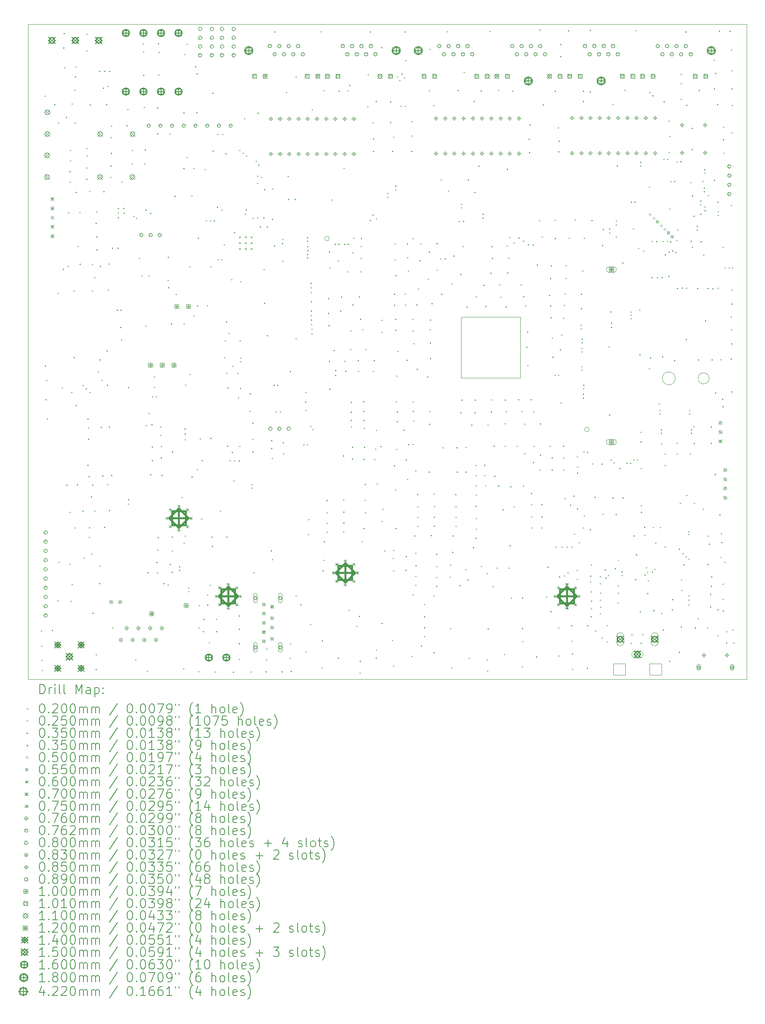
<source format=gbr>
%TF.GenerationSoftware,KiCad,Pcbnew,8.0.0-rc1*%
%TF.CreationDate,2024-10-18T14:45:28+03:00*%
%TF.ProjectId,Movita_3568_XV_Router_V4.1,4d6f7669-7461-45f3-9335-36385f58565f,REV1*%
%TF.SameCoordinates,Original*%
%TF.FileFunction,Drillmap*%
%TF.FilePolarity,Positive*%
%FSLAX45Y45*%
G04 Gerber Fmt 4.5, Leading zero omitted, Abs format (unit mm)*
G04 Created by KiCad (PCBNEW 8.0.0-rc1) date 2024-10-18 14:45:28*
%MOMM*%
%LPD*%
G01*
G04 APERTURE LIST*
%ADD10C,0.050000*%
%ADD11C,0.200000*%
%ADD12C,0.100000*%
%ADD13C,0.101000*%
%ADD14C,0.110000*%
%ADD15C,0.120000*%
%ADD16C,0.140000*%
%ADD17C,0.150000*%
%ADD18C,0.160000*%
%ADD19C,0.180000*%
%ADD20C,0.422000*%
G04 APERTURE END LIST*
D10*
X4763000Y-2555000D02*
X20363000Y-2555000D01*
X20363000Y-16755000D01*
X4763000Y-16755000D01*
X4763000Y-2555000D01*
X15448000Y-10220000D02*
X14165000Y-10220000D01*
X14165000Y-8897000D01*
X15448000Y-8897000D01*
X15448000Y-10220000D01*
X11301000Y-7200000D02*
G75*
G02*
X11201000Y-7200000I-50000J0D01*
G01*
X11201000Y-7200000D02*
G75*
G02*
X11301000Y-7200000I50000J0D01*
G01*
X16941000Y-11340000D02*
G75*
G02*
X16841000Y-11340000I-50000J0D01*
G01*
X16841000Y-11340000D02*
G75*
G02*
X16941000Y-11340000I50000J0D01*
G01*
X17730000Y-16419000D02*
X17465000Y-16419000D01*
X17465000Y-16669000D01*
X17730000Y-16669000D01*
X17730000Y-16419000D01*
X18250000Y-16419000D02*
X18515000Y-16419000D01*
X18515000Y-16669000D01*
X18250000Y-16669000D01*
X18250000Y-16419000D01*
X18810000Y-10232000D02*
G75*
G02*
X18530000Y-10232000I-140000J0D01*
G01*
X18530000Y-10232000D02*
G75*
G02*
X18810000Y-10232000I140000J0D01*
G01*
X19545000Y-10232000D02*
G75*
G02*
X19305000Y-10232000I-120000J0D01*
G01*
X19305000Y-10232000D02*
G75*
G02*
X19545000Y-10232000I120000J0D01*
G01*
D11*
D12*
X17563000Y-14168000D02*
X17583000Y-14188000D01*
X17583000Y-14168000D02*
X17563000Y-14188000D01*
X5068500Y-15713000D02*
G75*
G02*
X5043500Y-15713000I-12500J0D01*
G01*
X5043500Y-15713000D02*
G75*
G02*
X5068500Y-15713000I12500J0D01*
G01*
X5073500Y-16043000D02*
G75*
G02*
X5048500Y-16043000I-12500J0D01*
G01*
X5048500Y-16043000D02*
G75*
G02*
X5073500Y-16043000I12500J0D01*
G01*
X5081718Y-16348938D02*
G75*
G02*
X5056718Y-16348938I-12500J0D01*
G01*
X5056718Y-16348938D02*
G75*
G02*
X5081718Y-16348938I12500J0D01*
G01*
X5089500Y-16566000D02*
G75*
G02*
X5064500Y-16566000I-12500J0D01*
G01*
X5064500Y-16566000D02*
G75*
G02*
X5089500Y-16566000I12500J0D01*
G01*
X5150500Y-4114000D02*
G75*
G02*
X5125500Y-4114000I-12500J0D01*
G01*
X5125500Y-4114000D02*
G75*
G02*
X5150500Y-4114000I12500J0D01*
G01*
X5153500Y-9967000D02*
G75*
G02*
X5128500Y-9967000I-12500J0D01*
G01*
X5128500Y-9967000D02*
G75*
G02*
X5153500Y-9967000I12500J0D01*
G01*
X5168500Y-10697000D02*
G75*
G02*
X5143500Y-10697000I-12500J0D01*
G01*
X5143500Y-10697000D02*
G75*
G02*
X5168500Y-10697000I12500J0D01*
G01*
X5183500Y-10274000D02*
G75*
G02*
X5158500Y-10274000I-12500J0D01*
G01*
X5158500Y-10274000D02*
G75*
G02*
X5183500Y-10274000I12500J0D01*
G01*
X5194500Y-11113000D02*
G75*
G02*
X5169500Y-11113000I-12500J0D01*
G01*
X5169500Y-11113000D02*
G75*
G02*
X5194500Y-11113000I12500J0D01*
G01*
X5304500Y-15700000D02*
G75*
G02*
X5279500Y-15700000I-12500J0D01*
G01*
X5279500Y-15700000D02*
G75*
G02*
X5304500Y-15700000I12500J0D01*
G01*
X5360500Y-4295000D02*
G75*
G02*
X5335500Y-4295000I-12500J0D01*
G01*
X5335500Y-4295000D02*
G75*
G02*
X5360500Y-4295000I12500J0D01*
G01*
X5422500Y-15058000D02*
G75*
G02*
X5397500Y-15058000I-12500J0D01*
G01*
X5397500Y-15058000D02*
G75*
G02*
X5422500Y-15058000I12500J0D01*
G01*
X5426500Y-8388000D02*
G75*
G02*
X5401500Y-8388000I-12500J0D01*
G01*
X5401500Y-8388000D02*
G75*
G02*
X5426500Y-8388000I12500J0D01*
G01*
X5435500Y-4696000D02*
G75*
G02*
X5410500Y-4696000I-12500J0D01*
G01*
X5410500Y-4696000D02*
G75*
G02*
X5435500Y-4696000I12500J0D01*
G01*
X5453500Y-14225000D02*
G75*
G02*
X5428500Y-14225000I-12500J0D01*
G01*
X5428500Y-14225000D02*
G75*
G02*
X5453500Y-14225000I12500J0D01*
G01*
X5523500Y-10440000D02*
G75*
G02*
X5498500Y-10440000I-12500J0D01*
G01*
X5498500Y-10440000D02*
G75*
G02*
X5523500Y-10440000I12500J0D01*
G01*
X5543500Y-7869000D02*
G75*
G02*
X5518500Y-7869000I-12500J0D01*
G01*
X5518500Y-7869000D02*
G75*
G02*
X5543500Y-7869000I12500J0D01*
G01*
X5554500Y-3067000D02*
G75*
G02*
X5529500Y-3067000I-12500J0D01*
G01*
X5529500Y-3067000D02*
G75*
G02*
X5554500Y-3067000I12500J0D01*
G01*
X5559500Y-2755000D02*
G75*
G02*
X5534500Y-2755000I-12500J0D01*
G01*
X5534500Y-2755000D02*
G75*
G02*
X5559500Y-2755000I12500J0D01*
G01*
X5574500Y-3494000D02*
G75*
G02*
X5549500Y-3494000I-12500J0D01*
G01*
X5549500Y-3494000D02*
G75*
G02*
X5574500Y-3494000I12500J0D01*
G01*
X5610500Y-4574000D02*
G75*
G02*
X5585500Y-4574000I-12500J0D01*
G01*
X5585500Y-4574000D02*
G75*
G02*
X5610500Y-4574000I12500J0D01*
G01*
X5620500Y-12547000D02*
G75*
G02*
X5595500Y-12547000I-12500J0D01*
G01*
X5595500Y-12547000D02*
G75*
G02*
X5620500Y-12547000I12500J0D01*
G01*
X5647906Y-7805282D02*
G75*
G02*
X5622906Y-7805282I-12500J0D01*
G01*
X5622906Y-7805282D02*
G75*
G02*
X5647906Y-7805282I12500J0D01*
G01*
X5657500Y-6644000D02*
G75*
G02*
X5632500Y-6644000I-12500J0D01*
G01*
X5632500Y-6644000D02*
G75*
G02*
X5657500Y-6644000I12500J0D01*
G01*
X5681500Y-14265000D02*
G75*
G02*
X5656500Y-14265000I-12500J0D01*
G01*
X5656500Y-14265000D02*
G75*
G02*
X5681500Y-14265000I12500J0D01*
G01*
X5688500Y-5752000D02*
G75*
G02*
X5663500Y-5752000I-12500J0D01*
G01*
X5663500Y-5752000D02*
G75*
G02*
X5688500Y-5752000I12500J0D01*
G01*
X5693500Y-5977000D02*
G75*
G02*
X5668500Y-5977000I-12500J0D01*
G01*
X5668500Y-5977000D02*
G75*
G02*
X5693500Y-5977000I12500J0D01*
G01*
X5694500Y-13139000D02*
G75*
G02*
X5669500Y-13139000I-12500J0D01*
G01*
X5669500Y-13139000D02*
G75*
G02*
X5694500Y-13139000I12500J0D01*
G01*
X5701340Y-5519874D02*
G75*
G02*
X5676340Y-5519874I-12500J0D01*
G01*
X5676340Y-5519874D02*
G75*
G02*
X5701340Y-5519874I12500J0D01*
G01*
X5703500Y-5290000D02*
G75*
G02*
X5678500Y-5290000I-12500J0D01*
G01*
X5678500Y-5290000D02*
G75*
G02*
X5703500Y-5290000I12500J0D01*
G01*
X5708500Y-15068000D02*
G75*
G02*
X5683500Y-15068000I-12500J0D01*
G01*
X5683500Y-15068000D02*
G75*
G02*
X5708500Y-15068000I12500J0D01*
G01*
X5722500Y-10540000D02*
G75*
G02*
X5697500Y-10540000I-12500J0D01*
G01*
X5697500Y-10540000D02*
G75*
G02*
X5722500Y-10540000I12500J0D01*
G01*
X5734500Y-4282000D02*
G75*
G02*
X5709500Y-4282000I-12500J0D01*
G01*
X5709500Y-4282000D02*
G75*
G02*
X5734500Y-4282000I12500J0D01*
G01*
X5736500Y-14706000D02*
G75*
G02*
X5711500Y-14706000I-12500J0D01*
G01*
X5711500Y-14706000D02*
G75*
G02*
X5736500Y-14706000I12500J0D01*
G01*
X5775500Y-8336000D02*
G75*
G02*
X5750500Y-8336000I-12500J0D01*
G01*
X5750500Y-8336000D02*
G75*
G02*
X5775500Y-8336000I12500J0D01*
G01*
X5779500Y-9783000D02*
G75*
G02*
X5754500Y-9783000I-12500J0D01*
G01*
X5754500Y-9783000D02*
G75*
G02*
X5779500Y-9783000I12500J0D01*
G01*
X5796500Y-3985000D02*
G75*
G02*
X5771500Y-3985000I-12500J0D01*
G01*
X5771500Y-3985000D02*
G75*
G02*
X5796500Y-3985000I12500J0D01*
G01*
X5802500Y-4698000D02*
G75*
G02*
X5777500Y-4698000I-12500J0D01*
G01*
X5777500Y-4698000D02*
G75*
G02*
X5802500Y-4698000I12500J0D01*
G01*
X5802500Y-13475000D02*
G75*
G02*
X5777500Y-13475000I-12500J0D01*
G01*
X5777500Y-13475000D02*
G75*
G02*
X5802500Y-13475000I12500J0D01*
G01*
X5807500Y-3693000D02*
G75*
G02*
X5782500Y-3693000I-12500J0D01*
G01*
X5782500Y-3693000D02*
G75*
G02*
X5807500Y-3693000I12500J0D01*
G01*
X5817500Y-3478000D02*
G75*
G02*
X5792500Y-3478000I-12500J0D01*
G01*
X5792500Y-3478000D02*
G75*
G02*
X5817500Y-3478000I12500J0D01*
G01*
X5822500Y-6197000D02*
G75*
G02*
X5797500Y-6197000I-12500J0D01*
G01*
X5797500Y-6197000D02*
G75*
G02*
X5822500Y-6197000I12500J0D01*
G01*
X5823500Y-10824000D02*
G75*
G02*
X5798500Y-10824000I-12500J0D01*
G01*
X5798500Y-10824000D02*
G75*
G02*
X5823500Y-10824000I12500J0D01*
G01*
X5850886Y-12542597D02*
G75*
G02*
X5825886Y-12542597I-12500J0D01*
G01*
X5825886Y-12542597D02*
G75*
G02*
X5850886Y-12542597I12500J0D01*
G01*
X5861500Y-7370000D02*
G75*
G02*
X5836500Y-7370000I-12500J0D01*
G01*
X5836500Y-7370000D02*
G75*
G02*
X5861500Y-7370000I12500J0D01*
G01*
X5902500Y-6635000D02*
G75*
G02*
X5877500Y-6635000I-12500J0D01*
G01*
X5877500Y-6635000D02*
G75*
G02*
X5902500Y-6635000I12500J0D01*
G01*
X5906500Y-7760000D02*
G75*
G02*
X5881500Y-7760000I-12500J0D01*
G01*
X5881500Y-7760000D02*
G75*
G02*
X5906500Y-7760000I12500J0D01*
G01*
X5964500Y-13110000D02*
G75*
G02*
X5939500Y-13110000I-12500J0D01*
G01*
X5939500Y-13110000D02*
G75*
G02*
X5964500Y-13110000I12500J0D01*
G01*
X5973500Y-10387000D02*
G75*
G02*
X5948500Y-10387000I-12500J0D01*
G01*
X5948500Y-10387000D02*
G75*
G02*
X5973500Y-10387000I12500J0D01*
G01*
X5992500Y-14129000D02*
G75*
G02*
X5967500Y-14129000I-12500J0D01*
G01*
X5967500Y-14129000D02*
G75*
G02*
X5992500Y-14129000I12500J0D01*
G01*
X6044500Y-10457000D02*
G75*
G02*
X6019500Y-10457000I-12500J0D01*
G01*
X6019500Y-10457000D02*
G75*
G02*
X6044500Y-10457000I12500J0D01*
G01*
X6050500Y-5910000D02*
G75*
G02*
X6025500Y-5910000I-12500J0D01*
G01*
X6025500Y-5910000D02*
G75*
G02*
X6050500Y-5910000I12500J0D01*
G01*
X6055500Y-3132000D02*
G75*
G02*
X6030500Y-3132000I-12500J0D01*
G01*
X6030500Y-3132000D02*
G75*
G02*
X6055500Y-3132000I12500J0D01*
G01*
X6055500Y-5251000D02*
G75*
G02*
X6030500Y-5251000I-12500J0D01*
G01*
X6030500Y-5251000D02*
G75*
G02*
X6055500Y-5251000I12500J0D01*
G01*
X6055500Y-5411000D02*
G75*
G02*
X6030500Y-5411000I-12500J0D01*
G01*
X6030500Y-5411000D02*
G75*
G02*
X6055500Y-5411000I12500J0D01*
G01*
X6057500Y-2768000D02*
G75*
G02*
X6032500Y-2768000I-12500J0D01*
G01*
X6032500Y-2768000D02*
G75*
G02*
X6057500Y-2768000I12500J0D01*
G01*
X6057500Y-5672000D02*
G75*
G02*
X6032500Y-5672000I-12500J0D01*
G01*
X6032500Y-5672000D02*
G75*
G02*
X6057500Y-5672000I12500J0D01*
G01*
X6078500Y-11117000D02*
G75*
G02*
X6053500Y-11117000I-12500J0D01*
G01*
X6053500Y-11117000D02*
G75*
G02*
X6078500Y-11117000I12500J0D01*
G01*
X6078500Y-12120000D02*
G75*
G02*
X6053500Y-12120000I-12500J0D01*
G01*
X6053500Y-12120000D02*
G75*
G02*
X6078500Y-12120000I12500J0D01*
G01*
X6088500Y-11309000D02*
G75*
G02*
X6063500Y-11309000I-12500J0D01*
G01*
X6063500Y-11309000D02*
G75*
G02*
X6088500Y-11309000I12500J0D01*
G01*
X6095500Y-11551000D02*
G75*
G02*
X6070500Y-11551000I-12500J0D01*
G01*
X6070500Y-11551000D02*
G75*
G02*
X6095500Y-11551000I12500J0D01*
G01*
X6102500Y-12363000D02*
G75*
G02*
X6077500Y-12363000I-12500J0D01*
G01*
X6077500Y-12363000D02*
G75*
G02*
X6102500Y-12363000I12500J0D01*
G01*
X6108144Y-13680755D02*
G75*
G02*
X6083144Y-13680755I-12500J0D01*
G01*
X6083144Y-13680755D02*
G75*
G02*
X6108144Y-13680755I12500J0D01*
G01*
X6113500Y-13474000D02*
G75*
G02*
X6088500Y-13474000I-12500J0D01*
G01*
X6088500Y-13474000D02*
G75*
G02*
X6113500Y-13474000I12500J0D01*
G01*
X6114808Y-6178837D02*
G75*
G02*
X6089808Y-6178837I-12500J0D01*
G01*
X6089808Y-6178837D02*
G75*
G02*
X6114808Y-6178837I12500J0D01*
G01*
X6125500Y-10540000D02*
G75*
G02*
X6100500Y-10540000I-12500J0D01*
G01*
X6100500Y-10540000D02*
G75*
G02*
X6125500Y-10540000I12500J0D01*
G01*
X6127500Y-4303000D02*
G75*
G02*
X6102500Y-4303000I-12500J0D01*
G01*
X6102500Y-4303000D02*
G75*
G02*
X6127500Y-4303000I12500J0D01*
G01*
X6154500Y-12805000D02*
G75*
G02*
X6129500Y-12805000I-12500J0D01*
G01*
X6129500Y-12805000D02*
G75*
G02*
X6154500Y-12805000I12500J0D01*
G01*
X6160500Y-14045000D02*
G75*
G02*
X6135500Y-14045000I-12500J0D01*
G01*
X6135500Y-14045000D02*
G75*
G02*
X6160500Y-14045000I12500J0D01*
G01*
X6172500Y-7764000D02*
G75*
G02*
X6147500Y-7764000I-12500J0D01*
G01*
X6147500Y-7764000D02*
G75*
G02*
X6172500Y-7764000I12500J0D01*
G01*
X6174500Y-12550000D02*
G75*
G02*
X6149500Y-12550000I-12500J0D01*
G01*
X6149500Y-12550000D02*
G75*
G02*
X6174500Y-12550000I12500J0D01*
G01*
X6176500Y-8337000D02*
G75*
G02*
X6151500Y-8337000I-12500J0D01*
G01*
X6151500Y-8337000D02*
G75*
G02*
X6176500Y-8337000I12500J0D01*
G01*
X6186500Y-15325000D02*
G75*
G02*
X6161500Y-15325000I-12500J0D01*
G01*
X6161500Y-15325000D02*
G75*
G02*
X6186500Y-15325000I12500J0D01*
G01*
X6225500Y-13110000D02*
G75*
G02*
X6200500Y-13110000I-12500J0D01*
G01*
X6200500Y-13110000D02*
G75*
G02*
X6225500Y-13110000I12500J0D01*
G01*
X6226500Y-8048000D02*
G75*
G02*
X6201500Y-8048000I-12500J0D01*
G01*
X6201500Y-8048000D02*
G75*
G02*
X6226500Y-8048000I12500J0D01*
G01*
X6254500Y-6867000D02*
G75*
G02*
X6229500Y-6867000I-12500J0D01*
G01*
X6229500Y-6867000D02*
G75*
G02*
X6254500Y-6867000I12500J0D01*
G01*
X6254500Y-16543000D02*
G75*
G02*
X6229500Y-16543000I-12500J0D01*
G01*
X6229500Y-16543000D02*
G75*
G02*
X6254500Y-16543000I12500J0D01*
G01*
X6257500Y-16228000D02*
G75*
G02*
X6232500Y-16228000I-12500J0D01*
G01*
X6232500Y-16228000D02*
G75*
G02*
X6257500Y-16228000I12500J0D01*
G01*
X6265500Y-6627000D02*
G75*
G02*
X6240500Y-6627000I-12500J0D01*
G01*
X6240500Y-6627000D02*
G75*
G02*
X6265500Y-6627000I12500J0D01*
G01*
X6272500Y-7442000D02*
G75*
G02*
X6247500Y-7442000I-12500J0D01*
G01*
X6247500Y-7442000D02*
G75*
G02*
X6272500Y-7442000I12500J0D01*
G01*
X6274214Y-7163995D02*
G75*
G02*
X6249214Y-7163995I-12500J0D01*
G01*
X6249214Y-7163995D02*
G75*
G02*
X6274214Y-7163995I12500J0D01*
G01*
X6303500Y-10098000D02*
G75*
G02*
X6278500Y-10098000I-12500J0D01*
G01*
X6278500Y-10098000D02*
G75*
G02*
X6303500Y-10098000I12500J0D01*
G01*
X6330500Y-3574000D02*
G75*
G02*
X6305500Y-3574000I-12500J0D01*
G01*
X6305500Y-3574000D02*
G75*
G02*
X6330500Y-3574000I12500J0D01*
G01*
X6331500Y-14681000D02*
G75*
G02*
X6306500Y-14681000I-12500J0D01*
G01*
X6306500Y-14681000D02*
G75*
G02*
X6331500Y-14681000I12500J0D01*
G01*
X6340500Y-9832000D02*
G75*
G02*
X6315500Y-9832000I-12500J0D01*
G01*
X6315500Y-9832000D02*
G75*
G02*
X6340500Y-9832000I12500J0D01*
G01*
X6343500Y-14307000D02*
G75*
G02*
X6318500Y-14307000I-12500J0D01*
G01*
X6318500Y-14307000D02*
G75*
G02*
X6343500Y-14307000I12500J0D01*
G01*
X6344500Y-7808000D02*
G75*
G02*
X6319500Y-7808000I-12500J0D01*
G01*
X6319500Y-7808000D02*
G75*
G02*
X6344500Y-7808000I12500J0D01*
G01*
X6364500Y-11297000D02*
G75*
G02*
X6339500Y-11297000I-12500J0D01*
G01*
X6339500Y-11297000D02*
G75*
G02*
X6364500Y-11297000I12500J0D01*
G01*
X6378500Y-10274000D02*
G75*
G02*
X6353500Y-10274000I-12500J0D01*
G01*
X6353500Y-10274000D02*
G75*
G02*
X6378500Y-10274000I12500J0D01*
G01*
X6398500Y-12348000D02*
G75*
G02*
X6373500Y-12348000I-12500J0D01*
G01*
X6373500Y-12348000D02*
G75*
G02*
X6398500Y-12348000I12500J0D01*
G01*
X6417500Y-3939000D02*
G75*
G02*
X6392500Y-3939000I-12500J0D01*
G01*
X6392500Y-3939000D02*
G75*
G02*
X6417500Y-3939000I12500J0D01*
G01*
X6424500Y-6181000D02*
G75*
G02*
X6399500Y-6181000I-12500J0D01*
G01*
X6399500Y-6181000D02*
G75*
G02*
X6424500Y-6181000I12500J0D01*
G01*
X6440500Y-3575000D02*
G75*
G02*
X6415500Y-3575000I-12500J0D01*
G01*
X6415500Y-3575000D02*
G75*
G02*
X6440500Y-3575000I12500J0D01*
G01*
X6440500Y-13461000D02*
G75*
G02*
X6415500Y-13461000I-12500J0D01*
G01*
X6415500Y-13461000D02*
G75*
G02*
X6440500Y-13461000I12500J0D01*
G01*
X6486500Y-4295000D02*
G75*
G02*
X6461500Y-4295000I-12500J0D01*
G01*
X6461500Y-4295000D02*
G75*
G02*
X6486500Y-4295000I12500J0D01*
G01*
X6494500Y-9637000D02*
G75*
G02*
X6469500Y-9637000I-12500J0D01*
G01*
X6469500Y-9637000D02*
G75*
G02*
X6494500Y-9637000I12500J0D01*
G01*
X6501500Y-10382000D02*
G75*
G02*
X6476500Y-10382000I-12500J0D01*
G01*
X6476500Y-10382000D02*
G75*
G02*
X6501500Y-10382000I12500J0D01*
G01*
X6503500Y-12540000D02*
G75*
G02*
X6478500Y-12540000I-12500J0D01*
G01*
X6478500Y-12540000D02*
G75*
G02*
X6503500Y-12540000I12500J0D01*
G01*
X6514500Y-3901000D02*
G75*
G02*
X6489500Y-3901000I-12500J0D01*
G01*
X6489500Y-3901000D02*
G75*
G02*
X6514500Y-3901000I12500J0D01*
G01*
X6520500Y-8322000D02*
G75*
G02*
X6495500Y-8322000I-12500J0D01*
G01*
X6495500Y-8322000D02*
G75*
G02*
X6520500Y-8322000I12500J0D01*
G01*
X6538500Y-7754000D02*
G75*
G02*
X6513500Y-7754000I-12500J0D01*
G01*
X6513500Y-7754000D02*
G75*
G02*
X6538500Y-7754000I12500J0D01*
G01*
X6542500Y-11290000D02*
G75*
G02*
X6517500Y-11290000I-12500J0D01*
G01*
X6517500Y-11290000D02*
G75*
G02*
X6542500Y-11290000I12500J0D01*
G01*
X6542804Y-13096844D02*
G75*
G02*
X6517804Y-13096844I-12500J0D01*
G01*
X6517804Y-13096844D02*
G75*
G02*
X6542804Y-13096844I12500J0D01*
G01*
X6551500Y-3573000D02*
G75*
G02*
X6526500Y-3573000I-12500J0D01*
G01*
X6526500Y-3573000D02*
G75*
G02*
X6551500Y-3573000I12500J0D01*
G01*
X6572500Y-5871000D02*
G75*
G02*
X6547500Y-5871000I-12500J0D01*
G01*
X6547500Y-5871000D02*
G75*
G02*
X6572500Y-5871000I12500J0D01*
G01*
X6577500Y-5011000D02*
G75*
G02*
X6552500Y-5011000I-12500J0D01*
G01*
X6552500Y-5011000D02*
G75*
G02*
X6577500Y-5011000I12500J0D01*
G01*
X6577500Y-5623000D02*
G75*
G02*
X6552500Y-5623000I-12500J0D01*
G01*
X6552500Y-5623000D02*
G75*
G02*
X6577500Y-5623000I12500J0D01*
G01*
X6582500Y-5354000D02*
G75*
G02*
X6557500Y-5354000I-12500J0D01*
G01*
X6557500Y-5354000D02*
G75*
G02*
X6582500Y-5354000I12500J0D01*
G01*
X6590500Y-4763000D02*
G75*
G02*
X6565500Y-4763000I-12500J0D01*
G01*
X6565500Y-4763000D02*
G75*
G02*
X6590500Y-4763000I12500J0D01*
G01*
X6592500Y-12339000D02*
G75*
G02*
X6567500Y-12339000I-12500J0D01*
G01*
X6567500Y-12339000D02*
G75*
G02*
X6592500Y-12339000I12500J0D01*
G01*
X6613500Y-7411000D02*
G75*
G02*
X6588500Y-7411000I-12500J0D01*
G01*
X6588500Y-7411000D02*
G75*
G02*
X6613500Y-7411000I12500J0D01*
G01*
X6614500Y-15641000D02*
G75*
G02*
X6589500Y-15641000I-12500J0D01*
G01*
X6589500Y-15641000D02*
G75*
G02*
X6614500Y-15641000I12500J0D01*
G01*
X6712500Y-8754000D02*
G75*
G02*
X6687500Y-8754000I-12500J0D01*
G01*
X6687500Y-8754000D02*
G75*
G02*
X6712500Y-8754000I12500J0D01*
G01*
X6729500Y-7410000D02*
G75*
G02*
X6704500Y-7410000I-12500J0D01*
G01*
X6704500Y-7410000D02*
G75*
G02*
X6729500Y-7410000I12500J0D01*
G01*
X6733500Y-6648000D02*
G75*
G02*
X6708500Y-6648000I-12500J0D01*
G01*
X6708500Y-6648000D02*
G75*
G02*
X6733500Y-6648000I12500J0D01*
G01*
X6737500Y-6549000D02*
G75*
G02*
X6712500Y-6549000I-12500J0D01*
G01*
X6712500Y-6549000D02*
G75*
G02*
X6737500Y-6549000I12500J0D01*
G01*
X6738500Y-6751000D02*
G75*
G02*
X6713500Y-6751000I-12500J0D01*
G01*
X6713500Y-6751000D02*
G75*
G02*
X6738500Y-6751000I12500J0D01*
G01*
X6790500Y-9128000D02*
G75*
G02*
X6765500Y-9128000I-12500J0D01*
G01*
X6765500Y-9128000D02*
G75*
G02*
X6790500Y-9128000I12500J0D01*
G01*
X6796500Y-8753000D02*
G75*
G02*
X6771500Y-8753000I-12500J0D01*
G01*
X6771500Y-8753000D02*
G75*
G02*
X6796500Y-8753000I12500J0D01*
G01*
X6801500Y-9401000D02*
G75*
G02*
X6776500Y-9401000I-12500J0D01*
G01*
X6776500Y-9401000D02*
G75*
G02*
X6801500Y-9401000I12500J0D01*
G01*
X6815500Y-5977000D02*
G75*
G02*
X6790500Y-5977000I-12500J0D01*
G01*
X6790500Y-5977000D02*
G75*
G02*
X6815500Y-5977000I12500J0D01*
G01*
X6856500Y-6549000D02*
G75*
G02*
X6831500Y-6549000I-12500J0D01*
G01*
X6831500Y-6549000D02*
G75*
G02*
X6856500Y-6549000I12500J0D01*
G01*
X6863500Y-6651000D02*
G75*
G02*
X6838500Y-6651000I-12500J0D01*
G01*
X6838500Y-6651000D02*
G75*
G02*
X6863500Y-6651000I12500J0D01*
G01*
X6926500Y-4752000D02*
G75*
G02*
X6901500Y-4752000I-12500J0D01*
G01*
X6901500Y-4752000D02*
G75*
G02*
X6926500Y-4752000I12500J0D01*
G01*
X6941500Y-4401000D02*
G75*
G02*
X6916500Y-4401000I-12500J0D01*
G01*
X6916500Y-4401000D02*
G75*
G02*
X6941500Y-4401000I12500J0D01*
G01*
X6951500Y-12963000D02*
G75*
G02*
X6926500Y-12963000I-12500J0D01*
G01*
X6926500Y-12963000D02*
G75*
G02*
X6951500Y-12963000I12500J0D01*
G01*
X6954500Y-12863000D02*
G75*
G02*
X6929500Y-12863000I-12500J0D01*
G01*
X6929500Y-12863000D02*
G75*
G02*
X6954500Y-12863000I12500J0D01*
G01*
X6956500Y-10435000D02*
G75*
G02*
X6931500Y-10435000I-12500J0D01*
G01*
X6931500Y-10435000D02*
G75*
G02*
X6956500Y-10435000I12500J0D01*
G01*
X7037500Y-5587000D02*
G75*
G02*
X7012500Y-5587000I-12500J0D01*
G01*
X7012500Y-5587000D02*
G75*
G02*
X7037500Y-5587000I12500J0D01*
G01*
X7042500Y-5290000D02*
G75*
G02*
X7017500Y-5290000I-12500J0D01*
G01*
X7017500Y-5290000D02*
G75*
G02*
X7042500Y-5290000I12500J0D01*
G01*
X7070212Y-6718387D02*
G75*
G02*
X7045212Y-6718387I-12500J0D01*
G01*
X7045212Y-6718387D02*
G75*
G02*
X7070212Y-6718387I12500J0D01*
G01*
X7115500Y-16337000D02*
G75*
G02*
X7090500Y-16337000I-12500J0D01*
G01*
X7090500Y-16337000D02*
G75*
G02*
X7115500Y-16337000I12500J0D01*
G01*
X7130500Y-6763000D02*
G75*
G02*
X7105500Y-6763000I-12500J0D01*
G01*
X7105500Y-6763000D02*
G75*
G02*
X7130500Y-6763000I12500J0D01*
G01*
X7195500Y-7634000D02*
G75*
G02*
X7170500Y-7634000I-12500J0D01*
G01*
X7170500Y-7634000D02*
G75*
G02*
X7195500Y-7634000I12500J0D01*
G01*
X7249500Y-8017000D02*
G75*
G02*
X7224500Y-8017000I-12500J0D01*
G01*
X7224500Y-8017000D02*
G75*
G02*
X7249500Y-8017000I12500J0D01*
G01*
X7275500Y-2980000D02*
G75*
G02*
X7250500Y-2980000I-12500J0D01*
G01*
X7250500Y-2980000D02*
G75*
G02*
X7275500Y-2980000I12500J0D01*
G01*
X7285500Y-3155000D02*
G75*
G02*
X7260500Y-3155000I-12500J0D01*
G01*
X7260500Y-3155000D02*
G75*
G02*
X7285500Y-3155000I12500J0D01*
G01*
X7285500Y-3662000D02*
G75*
G02*
X7260500Y-3662000I-12500J0D01*
G01*
X7260500Y-3662000D02*
G75*
G02*
X7285500Y-3662000I12500J0D01*
G01*
X7300500Y-4357000D02*
G75*
G02*
X7275500Y-4357000I-12500J0D01*
G01*
X7275500Y-4357000D02*
G75*
G02*
X7300500Y-4357000I12500J0D01*
G01*
X7308500Y-5584000D02*
G75*
G02*
X7283500Y-5584000I-12500J0D01*
G01*
X7283500Y-5584000D02*
G75*
G02*
X7308500Y-5584000I12500J0D01*
G01*
X7321500Y-5274000D02*
G75*
G02*
X7296500Y-5274000I-12500J0D01*
G01*
X7296500Y-5274000D02*
G75*
G02*
X7321500Y-5274000I12500J0D01*
G01*
X7336500Y-6582500D02*
G75*
G02*
X7311500Y-6582500I-12500J0D01*
G01*
X7311500Y-6582500D02*
G75*
G02*
X7336500Y-6582500I12500J0D01*
G01*
X7337500Y-9099000D02*
G75*
G02*
X7312500Y-9099000I-12500J0D01*
G01*
X7312500Y-9099000D02*
G75*
G02*
X7337500Y-9099000I12500J0D01*
G01*
X7341500Y-11261000D02*
G75*
G02*
X7316500Y-11261000I-12500J0D01*
G01*
X7316500Y-11261000D02*
G75*
G02*
X7341500Y-11261000I12500J0D01*
G01*
X7369500Y-16585000D02*
G75*
G02*
X7344500Y-16585000I-12500J0D01*
G01*
X7344500Y-16585000D02*
G75*
G02*
X7369500Y-16585000I12500J0D01*
G01*
X7379500Y-14446000D02*
G75*
G02*
X7354500Y-14446000I-12500J0D01*
G01*
X7354500Y-14446000D02*
G75*
G02*
X7379500Y-14446000I12500J0D01*
G01*
X7402500Y-8019000D02*
G75*
G02*
X7377500Y-8019000I-12500J0D01*
G01*
X7377500Y-8019000D02*
G75*
G02*
X7402500Y-8019000I12500J0D01*
G01*
X7403500Y-10994000D02*
G75*
G02*
X7378500Y-10994000I-12500J0D01*
G01*
X7378500Y-10994000D02*
G75*
G02*
X7403500Y-10994000I12500J0D01*
G01*
X7438500Y-12323000D02*
G75*
G02*
X7413500Y-12323000I-12500J0D01*
G01*
X7413500Y-12323000D02*
G75*
G02*
X7438500Y-12323000I12500J0D01*
G01*
X7440500Y-6654000D02*
G75*
G02*
X7415500Y-6654000I-12500J0D01*
G01*
X7415500Y-6654000D02*
G75*
G02*
X7440500Y-6654000I12500J0D01*
G01*
X7467500Y-11237000D02*
G75*
G02*
X7442500Y-11237000I-12500J0D01*
G01*
X7442500Y-11237000D02*
G75*
G02*
X7467500Y-11237000I12500J0D01*
G01*
X7472500Y-11723000D02*
G75*
G02*
X7447500Y-11723000I-12500J0D01*
G01*
X7447500Y-11723000D02*
G75*
G02*
X7472500Y-11723000I12500J0D01*
G01*
X7472500Y-12019000D02*
G75*
G02*
X7447500Y-12019000I-12500J0D01*
G01*
X7447500Y-12019000D02*
G75*
G02*
X7472500Y-12019000I12500J0D01*
G01*
X7479500Y-10633000D02*
G75*
G02*
X7454500Y-10633000I-12500J0D01*
G01*
X7454500Y-10633000D02*
G75*
G02*
X7479500Y-10633000I12500J0D01*
G01*
X7518500Y-10430000D02*
G75*
G02*
X7493500Y-10430000I-12500J0D01*
G01*
X7493500Y-10430000D02*
G75*
G02*
X7518500Y-10430000I12500J0D01*
G01*
X7521500Y-10198000D02*
G75*
G02*
X7496500Y-10198000I-12500J0D01*
G01*
X7496500Y-10198000D02*
G75*
G02*
X7521500Y-10198000I12500J0D01*
G01*
X7562500Y-10632000D02*
G75*
G02*
X7537500Y-10632000I-12500J0D01*
G01*
X7537500Y-10632000D02*
G75*
G02*
X7562500Y-10632000I12500J0D01*
G01*
X7577500Y-14227000D02*
G75*
G02*
X7552500Y-14227000I-12500J0D01*
G01*
X7552500Y-14227000D02*
G75*
G02*
X7577500Y-14227000I12500J0D01*
G01*
X7590500Y-13958000D02*
G75*
G02*
X7565500Y-13958000I-12500J0D01*
G01*
X7565500Y-13958000D02*
G75*
G02*
X7590500Y-13958000I12500J0D01*
G01*
X7590500Y-14452000D02*
G75*
G02*
X7565500Y-14452000I-12500J0D01*
G01*
X7565500Y-14452000D02*
G75*
G02*
X7590500Y-14452000I12500J0D01*
G01*
X7592500Y-4933000D02*
G75*
G02*
X7567500Y-4933000I-12500J0D01*
G01*
X7567500Y-4933000D02*
G75*
G02*
X7592500Y-4933000I12500J0D01*
G01*
X7593500Y-4374000D02*
G75*
G02*
X7568500Y-4374000I-12500J0D01*
G01*
X7568500Y-4374000D02*
G75*
G02*
X7593500Y-4374000I12500J0D01*
G01*
X7602500Y-13686000D02*
G75*
G02*
X7577500Y-13686000I-12500J0D01*
G01*
X7577500Y-13686000D02*
G75*
G02*
X7602500Y-13686000I12500J0D01*
G01*
X7608500Y-2972000D02*
G75*
G02*
X7583500Y-2972000I-12500J0D01*
G01*
X7583500Y-2972000D02*
G75*
G02*
X7608500Y-2972000I12500J0D01*
G01*
X7613500Y-3654000D02*
G75*
G02*
X7588500Y-3654000I-12500J0D01*
G01*
X7588500Y-3654000D02*
G75*
G02*
X7613500Y-3654000I12500J0D01*
G01*
X7621500Y-3161000D02*
G75*
G02*
X7596500Y-3161000I-12500J0D01*
G01*
X7596500Y-3161000D02*
G75*
G02*
X7621500Y-3161000I12500J0D01*
G01*
X7653409Y-11469000D02*
G75*
G02*
X7628409Y-11469000I-12500J0D01*
G01*
X7628409Y-11469000D02*
G75*
G02*
X7653409Y-11469000I12500J0D01*
G01*
X7658500Y-11286000D02*
G75*
G02*
X7633500Y-11286000I-12500J0D01*
G01*
X7633500Y-11286000D02*
G75*
G02*
X7658500Y-11286000I12500J0D01*
G01*
X7669018Y-11715627D02*
G75*
G02*
X7644018Y-11715627I-12500J0D01*
G01*
X7644018Y-11715627D02*
G75*
G02*
X7669018Y-11715627I12500J0D01*
G01*
X7669500Y-11957000D02*
G75*
G02*
X7644500Y-11957000I-12500J0D01*
G01*
X7644500Y-11957000D02*
G75*
G02*
X7669500Y-11957000I12500J0D01*
G01*
X7685500Y-12342000D02*
G75*
G02*
X7660500Y-12342000I-12500J0D01*
G01*
X7660500Y-12342000D02*
G75*
G02*
X7685500Y-12342000I12500J0D01*
G01*
X7727500Y-14686000D02*
G75*
G02*
X7702500Y-14686000I-12500J0D01*
G01*
X7702500Y-14686000D02*
G75*
G02*
X7727500Y-14686000I12500J0D01*
G01*
X7814500Y-8110000D02*
G75*
G02*
X7789500Y-8110000I-12500J0D01*
G01*
X7789500Y-8110000D02*
G75*
G02*
X7814500Y-8110000I12500J0D01*
G01*
X7816500Y-14713000D02*
G75*
G02*
X7791500Y-14713000I-12500J0D01*
G01*
X7791500Y-14713000D02*
G75*
G02*
X7816500Y-14713000I12500J0D01*
G01*
X7821500Y-7605000D02*
G75*
G02*
X7796500Y-7605000I-12500J0D01*
G01*
X7796500Y-7605000D02*
G75*
G02*
X7821500Y-7605000I12500J0D01*
G01*
X7832500Y-8265000D02*
G75*
G02*
X7807500Y-8265000I-12500J0D01*
G01*
X7807500Y-8265000D02*
G75*
G02*
X7832500Y-8265000I12500J0D01*
G01*
X7856500Y-4933000D02*
G75*
G02*
X7831500Y-4933000I-12500J0D01*
G01*
X7831500Y-4933000D02*
G75*
G02*
X7856500Y-4933000I12500J0D01*
G01*
X7862500Y-14269000D02*
G75*
G02*
X7837500Y-14269000I-12500J0D01*
G01*
X7837500Y-14269000D02*
G75*
G02*
X7862500Y-14269000I12500J0D01*
G01*
X7889500Y-9054000D02*
G75*
G02*
X7864500Y-9054000I-12500J0D01*
G01*
X7864500Y-9054000D02*
G75*
G02*
X7889500Y-9054000I12500J0D01*
G01*
X7905500Y-13674000D02*
G75*
G02*
X7880500Y-13674000I-12500J0D01*
G01*
X7880500Y-13674000D02*
G75*
G02*
X7905500Y-13674000I12500J0D01*
G01*
X7905500Y-14440000D02*
G75*
G02*
X7880500Y-14440000I-12500J0D01*
G01*
X7880500Y-14440000D02*
G75*
G02*
X7905500Y-14440000I12500J0D01*
G01*
X7907500Y-13976000D02*
G75*
G02*
X7882500Y-13976000I-12500J0D01*
G01*
X7882500Y-13976000D02*
G75*
G02*
X7907500Y-13976000I12500J0D01*
G01*
X7913500Y-11829000D02*
G75*
G02*
X7888500Y-11829000I-12500J0D01*
G01*
X7888500Y-11829000D02*
G75*
G02*
X7913500Y-11829000I12500J0D01*
G01*
X7962500Y-6284000D02*
G75*
G02*
X7937500Y-6284000I-12500J0D01*
G01*
X7937500Y-6284000D02*
G75*
G02*
X7962500Y-6284000I12500J0D01*
G01*
X7992500Y-8412000D02*
G75*
G02*
X7967500Y-8412000I-12500J0D01*
G01*
X7967500Y-8412000D02*
G75*
G02*
X7992500Y-8412000I12500J0D01*
G01*
X8065500Y-14321500D02*
G75*
G02*
X8040500Y-14321500I-12500J0D01*
G01*
X8040500Y-14321500D02*
G75*
G02*
X8065500Y-14321500I12500J0D01*
G01*
X8065500Y-14396500D02*
G75*
G02*
X8040500Y-14396500I-12500J0D01*
G01*
X8040500Y-14396500D02*
G75*
G02*
X8065500Y-14396500I12500J0D01*
G01*
X8123500Y-12817000D02*
G75*
G02*
X8098500Y-12817000I-12500J0D01*
G01*
X8098500Y-12817000D02*
G75*
G02*
X8123500Y-12817000I12500J0D01*
G01*
X8156500Y-5683000D02*
G75*
G02*
X8131500Y-5683000I-12500J0D01*
G01*
X8131500Y-5683000D02*
G75*
G02*
X8156500Y-5683000I12500J0D01*
G01*
X8157500Y-16533000D02*
G75*
G02*
X8132500Y-16533000I-12500J0D01*
G01*
X8132500Y-16533000D02*
G75*
G02*
X8157500Y-16533000I12500J0D01*
G01*
X8162500Y-13808000D02*
G75*
G02*
X8137500Y-13808000I-12500J0D01*
G01*
X8137500Y-13808000D02*
G75*
G02*
X8162500Y-13808000I12500J0D01*
G01*
X8164500Y-9055000D02*
G75*
G02*
X8139500Y-9055000I-12500J0D01*
G01*
X8139500Y-9055000D02*
G75*
G02*
X8164500Y-9055000I12500J0D01*
G01*
X8176500Y-3207000D02*
G75*
G02*
X8151500Y-3207000I-12500J0D01*
G01*
X8151500Y-3207000D02*
G75*
G02*
X8176500Y-3207000I12500J0D01*
G01*
X8187500Y-11330000D02*
G75*
G02*
X8162500Y-11330000I-12500J0D01*
G01*
X8162500Y-11330000D02*
G75*
G02*
X8187500Y-11330000I12500J0D01*
G01*
X8187500Y-11442000D02*
G75*
G02*
X8162500Y-11442000I-12500J0D01*
G01*
X8162500Y-11442000D02*
G75*
G02*
X8187500Y-11442000I12500J0D01*
G01*
X8187500Y-11565000D02*
G75*
G02*
X8162500Y-11565000I-12500J0D01*
G01*
X8162500Y-11565000D02*
G75*
G02*
X8187500Y-11565000I12500J0D01*
G01*
X8189500Y-13658000D02*
G75*
G02*
X8164500Y-13658000I-12500J0D01*
G01*
X8164500Y-13658000D02*
G75*
G02*
X8189500Y-13658000I12500J0D01*
G01*
X8197500Y-10379000D02*
G75*
G02*
X8172500Y-10379000I-12500J0D01*
G01*
X8172500Y-10379000D02*
G75*
G02*
X8197500Y-10379000I12500J0D01*
G01*
X8228500Y-2987000D02*
G75*
G02*
X8203500Y-2987000I-12500J0D01*
G01*
X8203500Y-2987000D02*
G75*
G02*
X8228500Y-2987000I12500J0D01*
G01*
X8231500Y-5445000D02*
G75*
G02*
X8206500Y-5445000I-12500J0D01*
G01*
X8206500Y-5445000D02*
G75*
G02*
X8231500Y-5445000I12500J0D01*
G01*
X8266500Y-14779000D02*
G75*
G02*
X8241500Y-14779000I-12500J0D01*
G01*
X8241500Y-14779000D02*
G75*
G02*
X8266500Y-14779000I12500J0D01*
G01*
X8266500Y-14859000D02*
G75*
G02*
X8241500Y-14859000I-12500J0D01*
G01*
X8241500Y-14859000D02*
G75*
G02*
X8266500Y-14859000I12500J0D01*
G01*
X8291500Y-7811000D02*
G75*
G02*
X8266500Y-7811000I-12500J0D01*
G01*
X8266500Y-7811000D02*
G75*
G02*
X8291500Y-7811000I12500J0D01*
G01*
X8294500Y-10149000D02*
G75*
G02*
X8269500Y-10149000I-12500J0D01*
G01*
X8269500Y-10149000D02*
G75*
G02*
X8294500Y-10149000I12500J0D01*
G01*
X8333500Y-6271000D02*
G75*
G02*
X8308500Y-6271000I-12500J0D01*
G01*
X8308500Y-6271000D02*
G75*
G02*
X8333500Y-6271000I12500J0D01*
G01*
X8338500Y-12375000D02*
G75*
G02*
X8313500Y-12375000I-12500J0D01*
G01*
X8313500Y-12375000D02*
G75*
G02*
X8338500Y-12375000I12500J0D01*
G01*
X8376500Y-8882000D02*
G75*
G02*
X8351500Y-8882000I-12500J0D01*
G01*
X8351500Y-8882000D02*
G75*
G02*
X8376500Y-8882000I12500J0D01*
G01*
X8378500Y-5680000D02*
G75*
G02*
X8353500Y-5680000I-12500J0D01*
G01*
X8353500Y-5680000D02*
G75*
G02*
X8378500Y-5680000I12500J0D01*
G01*
X8415500Y-3475000D02*
G75*
G02*
X8390500Y-3475000I-12500J0D01*
G01*
X8390500Y-3475000D02*
G75*
G02*
X8415500Y-3475000I12500J0D01*
G01*
X8447500Y-3627000D02*
G75*
G02*
X8422500Y-3627000I-12500J0D01*
G01*
X8422500Y-3627000D02*
G75*
G02*
X8447500Y-3627000I12500J0D01*
G01*
X8449500Y-12215000D02*
G75*
G02*
X8424500Y-12215000I-12500J0D01*
G01*
X8424500Y-12215000D02*
G75*
G02*
X8449500Y-12215000I12500J0D01*
G01*
X8459500Y-8664000D02*
G75*
G02*
X8434500Y-8664000I-12500J0D01*
G01*
X8434500Y-8664000D02*
G75*
G02*
X8459500Y-8664000I12500J0D01*
G01*
X8471500Y-7189000D02*
G75*
G02*
X8446500Y-7189000I-12500J0D01*
G01*
X8446500Y-7189000D02*
G75*
G02*
X8471500Y-7189000I12500J0D01*
G01*
X8482500Y-16594000D02*
G75*
G02*
X8457500Y-16594000I-12500J0D01*
G01*
X8457500Y-16594000D02*
G75*
G02*
X8482500Y-16594000I12500J0D01*
G01*
X8485500Y-15643000D02*
G75*
G02*
X8460500Y-15643000I-12500J0D01*
G01*
X8460500Y-15643000D02*
G75*
G02*
X8485500Y-15643000I12500J0D01*
G01*
X8494500Y-15162000D02*
G75*
G02*
X8469500Y-15162000I-12500J0D01*
G01*
X8469500Y-15162000D02*
G75*
G02*
X8494500Y-15162000I12500J0D01*
G01*
X8513500Y-11545000D02*
G75*
G02*
X8488500Y-11545000I-12500J0D01*
G01*
X8488500Y-11545000D02*
G75*
G02*
X8513500Y-11545000I12500J0D01*
G01*
X8543500Y-13285000D02*
G75*
G02*
X8518500Y-13285000I-12500J0D01*
G01*
X8518500Y-13285000D02*
G75*
G02*
X8543500Y-13285000I12500J0D01*
G01*
X8558500Y-12015000D02*
G75*
G02*
X8533500Y-12015000I-12500J0D01*
G01*
X8533500Y-12015000D02*
G75*
G02*
X8558500Y-12015000I12500J0D01*
G01*
X8581500Y-15724000D02*
G75*
G02*
X8556500Y-15724000I-12500J0D01*
G01*
X8556500Y-15724000D02*
G75*
G02*
X8581500Y-15724000I12500J0D01*
G01*
X8591500Y-15466000D02*
G75*
G02*
X8566500Y-15466000I-12500J0D01*
G01*
X8566500Y-15466000D02*
G75*
G02*
X8591500Y-15466000I12500J0D01*
G01*
X8622800Y-5703000D02*
G75*
G02*
X8597800Y-5703000I-12500J0D01*
G01*
X8597800Y-5703000D02*
G75*
G02*
X8622800Y-5703000I12500J0D01*
G01*
X8647500Y-6813000D02*
G75*
G02*
X8622500Y-6813000I-12500J0D01*
G01*
X8622500Y-6813000D02*
G75*
G02*
X8647500Y-6813000I12500J0D01*
G01*
X8671500Y-8660000D02*
G75*
G02*
X8646500Y-8660000I-12500J0D01*
G01*
X8646500Y-8660000D02*
G75*
G02*
X8671500Y-8660000I12500J0D01*
G01*
X8674500Y-14933000D02*
G75*
G02*
X8649500Y-14933000I-12500J0D01*
G01*
X8649500Y-14933000D02*
G75*
G02*
X8674500Y-14933000I12500J0D01*
G01*
X8679500Y-15149000D02*
G75*
G02*
X8654500Y-15149000I-12500J0D01*
G01*
X8654500Y-15149000D02*
G75*
G02*
X8679500Y-15149000I12500J0D01*
G01*
X8716500Y-15966000D02*
G75*
G02*
X8691500Y-15966000I-12500J0D01*
G01*
X8691500Y-15966000D02*
G75*
G02*
X8716500Y-15966000I12500J0D01*
G01*
X8731500Y-14719000D02*
G75*
G02*
X8706500Y-14719000I-12500J0D01*
G01*
X8706500Y-14719000D02*
G75*
G02*
X8731500Y-14719000I12500J0D01*
G01*
X8738217Y-6820500D02*
G75*
G02*
X8713217Y-6820500I-12500J0D01*
G01*
X8713217Y-6820500D02*
G75*
G02*
X8738217Y-6820500I12500J0D01*
G01*
X8741500Y-11534000D02*
G75*
G02*
X8716500Y-11534000I-12500J0D01*
G01*
X8716500Y-11534000D02*
G75*
G02*
X8741500Y-11534000I12500J0D01*
G01*
X8748165Y-7811212D02*
G75*
G02*
X8723165Y-7811212I-12500J0D01*
G01*
X8723165Y-7811212D02*
G75*
G02*
X8748165Y-7811212I12500J0D01*
G01*
X8770500Y-13674000D02*
G75*
G02*
X8745500Y-13674000I-12500J0D01*
G01*
X8745500Y-13674000D02*
G75*
G02*
X8770500Y-13674000I12500J0D01*
G01*
X8777500Y-13883000D02*
G75*
G02*
X8752500Y-13883000I-12500J0D01*
G01*
X8752500Y-13883000D02*
G75*
G02*
X8777500Y-13883000I12500J0D01*
G01*
X8786500Y-4052000D02*
G75*
G02*
X8761500Y-4052000I-12500J0D01*
G01*
X8761500Y-4052000D02*
G75*
G02*
X8786500Y-4052000I12500J0D01*
G01*
X8793500Y-5305000D02*
G75*
G02*
X8768500Y-5305000I-12500J0D01*
G01*
X8768500Y-5305000D02*
G75*
G02*
X8793500Y-5305000I12500J0D01*
G01*
X8820500Y-6820500D02*
G75*
G02*
X8795500Y-6820500I-12500J0D01*
G01*
X8795500Y-6820500D02*
G75*
G02*
X8820500Y-6820500I12500J0D01*
G01*
X8842500Y-16599000D02*
G75*
G02*
X8817500Y-16599000I-12500J0D01*
G01*
X8817500Y-16599000D02*
G75*
G02*
X8842500Y-16599000I12500J0D01*
G01*
X8866500Y-15462000D02*
G75*
G02*
X8841500Y-15462000I-12500J0D01*
G01*
X8841500Y-15462000D02*
G75*
G02*
X8866500Y-15462000I12500J0D01*
G01*
X8871500Y-15724000D02*
G75*
G02*
X8846500Y-15724000I-12500J0D01*
G01*
X8846500Y-15724000D02*
G75*
G02*
X8871500Y-15724000I12500J0D01*
G01*
X8886500Y-6523000D02*
G75*
G02*
X8861500Y-6523000I-12500J0D01*
G01*
X8861500Y-6523000D02*
G75*
G02*
X8886500Y-6523000I12500J0D01*
G01*
X8895500Y-4942000D02*
G75*
G02*
X8870500Y-4942000I-12500J0D01*
G01*
X8870500Y-4942000D02*
G75*
G02*
X8895500Y-4942000I12500J0D01*
G01*
X8900675Y-7659777D02*
G75*
G02*
X8875675Y-7659777I-12500J0D01*
G01*
X8875675Y-7659777D02*
G75*
G02*
X8900675Y-7659777I12500J0D01*
G01*
X8954500Y-13113000D02*
G75*
G02*
X8929500Y-13113000I-12500J0D01*
G01*
X8929500Y-13113000D02*
G75*
G02*
X8954500Y-13113000I12500J0D01*
G01*
X8978500Y-7658000D02*
G75*
G02*
X8953500Y-7658000I-12500J0D01*
G01*
X8953500Y-7658000D02*
G75*
G02*
X8978500Y-7658000I12500J0D01*
G01*
X8983500Y-6585000D02*
G75*
G02*
X8958500Y-6585000I-12500J0D01*
G01*
X8958500Y-6585000D02*
G75*
G02*
X8983500Y-6585000I12500J0D01*
G01*
X9002500Y-4942000D02*
G75*
G02*
X8977500Y-4942000I-12500J0D01*
G01*
X8977500Y-4942000D02*
G75*
G02*
X9002500Y-4942000I12500J0D01*
G01*
X9034500Y-7338500D02*
G75*
G02*
X9009500Y-7338500I-12500J0D01*
G01*
X9009500Y-7338500D02*
G75*
G02*
X9034500Y-7338500I12500J0D01*
G01*
X9044500Y-9785000D02*
G75*
G02*
X9019500Y-9785000I-12500J0D01*
G01*
X9019500Y-9785000D02*
G75*
G02*
X9044500Y-9785000I12500J0D01*
G01*
X9062500Y-9421000D02*
G75*
G02*
X9037500Y-9421000I-12500J0D01*
G01*
X9037500Y-9421000D02*
G75*
G02*
X9062500Y-9421000I12500J0D01*
G01*
X9071500Y-5362000D02*
G75*
G02*
X9046500Y-5362000I-12500J0D01*
G01*
X9046500Y-5362000D02*
G75*
G02*
X9071500Y-5362000I12500J0D01*
G01*
X9084500Y-9010000D02*
G75*
G02*
X9059500Y-9010000I-12500J0D01*
G01*
X9059500Y-9010000D02*
G75*
G02*
X9084500Y-9010000I12500J0D01*
G01*
X9085500Y-10123000D02*
G75*
G02*
X9060500Y-10123000I-12500J0D01*
G01*
X9060500Y-10123000D02*
G75*
G02*
X9085500Y-10123000I12500J0D01*
G01*
X9094500Y-13676000D02*
G75*
G02*
X9069500Y-13676000I-12500J0D01*
G01*
X9069500Y-13676000D02*
G75*
G02*
X9094500Y-13676000I12500J0D01*
G01*
X9108500Y-11701000D02*
G75*
G02*
X9083500Y-11701000I-12500J0D01*
G01*
X9083500Y-11701000D02*
G75*
G02*
X9108500Y-11701000I12500J0D01*
G01*
X9116500Y-10444000D02*
G75*
G02*
X9091500Y-10444000I-12500J0D01*
G01*
X9091500Y-10444000D02*
G75*
G02*
X9116500Y-10444000I12500J0D01*
G01*
X9140500Y-9259500D02*
G75*
G02*
X9115500Y-9259500I-12500J0D01*
G01*
X9115500Y-9259500D02*
G75*
G02*
X9140500Y-9259500I12500J0D01*
G01*
X9162500Y-12020000D02*
G75*
G02*
X9137500Y-12020000I-12500J0D01*
G01*
X9137500Y-12020000D02*
G75*
G02*
X9162500Y-12020000I12500J0D01*
G01*
X9195500Y-8095000D02*
G75*
G02*
X9170500Y-8095000I-12500J0D01*
G01*
X9170500Y-8095000D02*
G75*
G02*
X9195500Y-8095000I12500J0D01*
G01*
X9209500Y-11842000D02*
G75*
G02*
X9184500Y-11842000I-12500J0D01*
G01*
X9184500Y-11842000D02*
G75*
G02*
X9209500Y-11842000I12500J0D01*
G01*
X9223500Y-9974000D02*
G75*
G02*
X9198500Y-9974000I-12500J0D01*
G01*
X9198500Y-9974000D02*
G75*
G02*
X9223500Y-9974000I12500J0D01*
G01*
X9233500Y-16603000D02*
G75*
G02*
X9208500Y-16603000I-12500J0D01*
G01*
X9208500Y-16603000D02*
G75*
G02*
X9233500Y-16603000I12500J0D01*
G01*
X9245500Y-12459000D02*
G75*
G02*
X9220500Y-12459000I-12500J0D01*
G01*
X9220500Y-12459000D02*
G75*
G02*
X9245500Y-12459000I12500J0D01*
G01*
X9258500Y-7072000D02*
G75*
G02*
X9233500Y-7072000I-12500J0D01*
G01*
X9233500Y-7072000D02*
G75*
G02*
X9258500Y-7072000I12500J0D01*
G01*
X9261500Y-12021000D02*
G75*
G02*
X9236500Y-12021000I-12500J0D01*
G01*
X9236500Y-12021000D02*
G75*
G02*
X9261500Y-12021000I12500J0D01*
G01*
X9329500Y-10123000D02*
G75*
G02*
X9304500Y-10123000I-12500J0D01*
G01*
X9304500Y-10123000D02*
G75*
G02*
X9329500Y-10123000I12500J0D01*
G01*
X9345500Y-10657000D02*
G75*
G02*
X9320500Y-10657000I-12500J0D01*
G01*
X9320500Y-10657000D02*
G75*
G02*
X9345500Y-10657000I12500J0D01*
G01*
X9359500Y-12026000D02*
G75*
G02*
X9334500Y-12026000I-12500J0D01*
G01*
X9334500Y-12026000D02*
G75*
G02*
X9359500Y-12026000I12500J0D01*
G01*
X9362500Y-15383000D02*
G75*
G02*
X9337500Y-15383000I-12500J0D01*
G01*
X9337500Y-15383000D02*
G75*
G02*
X9362500Y-15383000I12500J0D01*
G01*
X9362500Y-15673000D02*
G75*
G02*
X9337500Y-15673000I-12500J0D01*
G01*
X9337500Y-15673000D02*
G75*
G02*
X9362500Y-15673000I12500J0D01*
G01*
X9362500Y-15988000D02*
G75*
G02*
X9337500Y-15988000I-12500J0D01*
G01*
X9337500Y-15988000D02*
G75*
G02*
X9362500Y-15988000I12500J0D01*
G01*
X9364500Y-16330000D02*
G75*
G02*
X9339500Y-16330000I-12500J0D01*
G01*
X9339500Y-16330000D02*
G75*
G02*
X9364500Y-16330000I12500J0D01*
G01*
X9372500Y-11708000D02*
G75*
G02*
X9347500Y-11708000I-12500J0D01*
G01*
X9347500Y-11708000D02*
G75*
G02*
X9372500Y-11708000I12500J0D01*
G01*
X9376000Y-5288000D02*
G75*
G02*
X9351000Y-5288000I-12500J0D01*
G01*
X9351000Y-5288000D02*
G75*
G02*
X9376000Y-5288000I12500J0D01*
G01*
X9382500Y-9418000D02*
G75*
G02*
X9357500Y-9418000I-12500J0D01*
G01*
X9357500Y-9418000D02*
G75*
G02*
X9382500Y-9418000I12500J0D01*
G01*
X9387500Y-10448000D02*
G75*
G02*
X9362500Y-10448000I-12500J0D01*
G01*
X9362500Y-10448000D02*
G75*
G02*
X9387500Y-10448000I12500J0D01*
G01*
X9391207Y-9793011D02*
G75*
G02*
X9366207Y-9793011I-12500J0D01*
G01*
X9366207Y-9793011D02*
G75*
G02*
X9391207Y-9793011I12500J0D01*
G01*
X9392341Y-8133841D02*
G75*
G02*
X9367341Y-8133841I-12500J0D01*
G01*
X9367341Y-8133841D02*
G75*
G02*
X9392341Y-8133841I12500J0D01*
G01*
X9392500Y-9868000D02*
G75*
G02*
X9367500Y-9868000I-12500J0D01*
G01*
X9367500Y-9868000D02*
G75*
G02*
X9392500Y-9868000I12500J0D01*
G01*
X9443500Y-5352000D02*
G75*
G02*
X9418500Y-5352000I-12500J0D01*
G01*
X9418500Y-5352000D02*
G75*
G02*
X9443500Y-5352000I12500J0D01*
G01*
X9476227Y-4600000D02*
G75*
G02*
X9451227Y-4600000I-12500J0D01*
G01*
X9451227Y-4600000D02*
G75*
G02*
X9476227Y-4600000I12500J0D01*
G01*
X9495000Y-6669500D02*
G75*
G02*
X9470000Y-6669500I-12500J0D01*
G01*
X9470000Y-6669500D02*
G75*
G02*
X9495000Y-6669500I12500J0D01*
G01*
X9515000Y-6583500D02*
G75*
G02*
X9490000Y-6583500I-12500J0D01*
G01*
X9490000Y-6583500D02*
G75*
G02*
X9515000Y-6583500I12500J0D01*
G01*
X9518904Y-5405000D02*
G75*
G02*
X9493904Y-5405000I-12500J0D01*
G01*
X9493904Y-5405000D02*
G75*
G02*
X9518904Y-5405000I12500J0D01*
G01*
X9597500Y-10946000D02*
G75*
G02*
X9572500Y-10946000I-12500J0D01*
G01*
X9572500Y-10946000D02*
G75*
G02*
X9597500Y-10946000I12500J0D01*
G01*
X9598500Y-10572000D02*
G75*
G02*
X9573500Y-10572000I-12500J0D01*
G01*
X9573500Y-10572000D02*
G75*
G02*
X9598500Y-10572000I12500J0D01*
G01*
X9620500Y-16599000D02*
G75*
G02*
X9595500Y-16599000I-12500J0D01*
G01*
X9595500Y-16599000D02*
G75*
G02*
X9620500Y-16599000I12500J0D01*
G01*
X9637500Y-12538300D02*
G75*
G02*
X9612500Y-12538300I-12500J0D01*
G01*
X9612500Y-12538300D02*
G75*
G02*
X9637500Y-12538300I12500J0D01*
G01*
X9637500Y-12613700D02*
G75*
G02*
X9612500Y-12613700I-12500J0D01*
G01*
X9612500Y-12613700D02*
G75*
G02*
X9637500Y-12613700I12500J0D01*
G01*
X9653500Y-11553000D02*
G75*
G02*
X9628500Y-11553000I-12500J0D01*
G01*
X9628500Y-11553000D02*
G75*
G02*
X9653500Y-11553000I12500J0D01*
G01*
X9658500Y-11832000D02*
G75*
G02*
X9633500Y-11832000I-12500J0D01*
G01*
X9633500Y-11832000D02*
G75*
G02*
X9658500Y-11832000I12500J0D01*
G01*
X9660500Y-11205000D02*
G75*
G02*
X9635500Y-11205000I-12500J0D01*
G01*
X9635500Y-11205000D02*
G75*
G02*
X9660500Y-11205000I12500J0D01*
G01*
X9665500Y-6764000D02*
G75*
G02*
X9640500Y-6764000I-12500J0D01*
G01*
X9640500Y-6764000D02*
G75*
G02*
X9665500Y-6764000I12500J0D01*
G01*
X9682500Y-14451000D02*
G75*
G02*
X9657500Y-14451000I-12500J0D01*
G01*
X9657500Y-14451000D02*
G75*
G02*
X9682500Y-14451000I12500J0D01*
G01*
X9730500Y-5529000D02*
G75*
G02*
X9705500Y-5529000I-12500J0D01*
G01*
X9705500Y-5529000D02*
G75*
G02*
X9730500Y-5529000I12500J0D01*
G01*
X9756500Y-6006000D02*
G75*
G02*
X9731500Y-6006000I-12500J0D01*
G01*
X9731500Y-6006000D02*
G75*
G02*
X9756500Y-6006000I12500J0D01*
G01*
X9763500Y-5848000D02*
G75*
G02*
X9738500Y-5848000I-12500J0D01*
G01*
X9738500Y-5848000D02*
G75*
G02*
X9763500Y-5848000I12500J0D01*
G01*
X9766341Y-6753841D02*
G75*
G02*
X9741341Y-6753841I-12500J0D01*
G01*
X9741341Y-6753841D02*
G75*
G02*
X9766341Y-6753841I12500J0D01*
G01*
X9768500Y-4482000D02*
G75*
G02*
X9743500Y-4482000I-12500J0D01*
G01*
X9743500Y-4482000D02*
G75*
G02*
X9768500Y-4482000I12500J0D01*
G01*
X9787500Y-5607000D02*
G75*
G02*
X9762500Y-5607000I-12500J0D01*
G01*
X9762500Y-5607000D02*
G75*
G02*
X9787500Y-5607000I12500J0D01*
G01*
X9817500Y-6945000D02*
G75*
G02*
X9792500Y-6945000I-12500J0D01*
G01*
X9792500Y-6945000D02*
G75*
G02*
X9817500Y-6945000I12500J0D01*
G01*
X9849500Y-5872000D02*
G75*
G02*
X9824500Y-5872000I-12500J0D01*
G01*
X9824500Y-5872000D02*
G75*
G02*
X9849500Y-5872000I12500J0D01*
G01*
X9894500Y-6752000D02*
G75*
G02*
X9869500Y-6752000I-12500J0D01*
G01*
X9869500Y-6752000D02*
G75*
G02*
X9894500Y-6752000I12500J0D01*
G01*
X9897500Y-7872000D02*
G75*
G02*
X9872500Y-7872000I-12500J0D01*
G01*
X9872500Y-7872000D02*
G75*
G02*
X9897500Y-7872000I12500J0D01*
G01*
X9911500Y-6142000D02*
G75*
G02*
X9886500Y-6142000I-12500J0D01*
G01*
X9886500Y-6142000D02*
G75*
G02*
X9911500Y-6142000I12500J0D01*
G01*
X9911750Y-8604550D02*
G75*
G02*
X9886750Y-8604550I-12500J0D01*
G01*
X9886750Y-8604550D02*
G75*
G02*
X9911750Y-8604550I12500J0D01*
G01*
X9949500Y-16597000D02*
G75*
G02*
X9924500Y-16597000I-12500J0D01*
G01*
X9924500Y-16597000D02*
G75*
G02*
X9949500Y-16597000I12500J0D01*
G01*
X9958500Y-16103000D02*
G75*
G02*
X9933500Y-16103000I-12500J0D01*
G01*
X9933500Y-16103000D02*
G75*
G02*
X9958500Y-16103000I12500J0D01*
G01*
X9958500Y-16343000D02*
G75*
G02*
X9933500Y-16343000I-12500J0D01*
G01*
X9933500Y-16343000D02*
G75*
G02*
X9958500Y-16343000I12500J0D01*
G01*
X9969000Y-6945000D02*
G75*
G02*
X9944000Y-6945000I-12500J0D01*
G01*
X9944000Y-6945000D02*
G75*
G02*
X9969000Y-6945000I12500J0D01*
G01*
X9972500Y-9309000D02*
G75*
G02*
X9947500Y-9309000I-12500J0D01*
G01*
X9947500Y-9309000D02*
G75*
G02*
X9972500Y-9309000I12500J0D01*
G01*
X10057500Y-13970000D02*
G75*
G02*
X10032500Y-13970000I-12500J0D01*
G01*
X10032500Y-13970000D02*
G75*
G02*
X10057500Y-13970000I12500J0D01*
G01*
X10065500Y-11755000D02*
G75*
G02*
X10040500Y-11755000I-12500J0D01*
G01*
X10040500Y-11755000D02*
G75*
G02*
X10065500Y-11755000I12500J0D01*
G01*
X10067500Y-11584000D02*
G75*
G02*
X10042500Y-11584000I-12500J0D01*
G01*
X10042500Y-11584000D02*
G75*
G02*
X10067500Y-11584000I12500J0D01*
G01*
X10075500Y-11968000D02*
G75*
G02*
X10050500Y-11968000I-12500J0D01*
G01*
X10050500Y-11968000D02*
G75*
G02*
X10075500Y-11968000I12500J0D01*
G01*
X10082500Y-6787000D02*
G75*
G02*
X10057500Y-6787000I-12500J0D01*
G01*
X10057500Y-6787000D02*
G75*
G02*
X10082500Y-6787000I12500J0D01*
G01*
X10084500Y-14166000D02*
G75*
G02*
X10059500Y-14166000I-12500J0D01*
G01*
X10059500Y-14166000D02*
G75*
G02*
X10084500Y-14166000I12500J0D01*
G01*
X10085500Y-6125000D02*
G75*
G02*
X10060500Y-6125000I-12500J0D01*
G01*
X10060500Y-6125000D02*
G75*
G02*
X10085500Y-6125000I12500J0D01*
G01*
X10114500Y-10383000D02*
G75*
G02*
X10089500Y-10383000I-12500J0D01*
G01*
X10089500Y-10383000D02*
G75*
G02*
X10114500Y-10383000I12500J0D01*
G01*
X10122500Y-7358000D02*
G75*
G02*
X10097500Y-7358000I-12500J0D01*
G01*
X10097500Y-7358000D02*
G75*
G02*
X10122500Y-7358000I12500J0D01*
G01*
X10134500Y-2719000D02*
G75*
G02*
X10109500Y-2719000I-12500J0D01*
G01*
X10109500Y-2719000D02*
G75*
G02*
X10134500Y-2719000I12500J0D01*
G01*
X10161500Y-10965000D02*
G75*
G02*
X10136500Y-10965000I-12500J0D01*
G01*
X10136500Y-10965000D02*
G75*
G02*
X10161500Y-10965000I12500J0D01*
G01*
X10190500Y-10384000D02*
G75*
G02*
X10165500Y-10384000I-12500J0D01*
G01*
X10165500Y-10384000D02*
G75*
G02*
X10190500Y-10384000I12500J0D01*
G01*
X10256500Y-10962000D02*
G75*
G02*
X10231500Y-10962000I-12500J0D01*
G01*
X10231500Y-10962000D02*
G75*
G02*
X10256500Y-10962000I12500J0D01*
G01*
X10292500Y-16597000D02*
G75*
G02*
X10267500Y-16597000I-12500J0D01*
G01*
X10267500Y-16597000D02*
G75*
G02*
X10292500Y-16597000I12500J0D01*
G01*
X10303500Y-7309000D02*
G75*
G02*
X10278500Y-7309000I-12500J0D01*
G01*
X10278500Y-7309000D02*
G75*
G02*
X10303500Y-7309000I12500J0D01*
G01*
X10303500Y-7693000D02*
G75*
G02*
X10278500Y-7693000I-12500J0D01*
G01*
X10278500Y-7693000D02*
G75*
G02*
X10303500Y-7693000I12500J0D01*
G01*
X10305500Y-7218000D02*
G75*
G02*
X10280500Y-7218000I-12500J0D01*
G01*
X10280500Y-7218000D02*
G75*
G02*
X10305500Y-7218000I12500J0D01*
G01*
X10318500Y-11630000D02*
G75*
G02*
X10293500Y-11630000I-12500J0D01*
G01*
X10293500Y-11630000D02*
G75*
G02*
X10318500Y-11630000I12500J0D01*
G01*
X10322500Y-11868000D02*
G75*
G02*
X10297500Y-11868000I-12500J0D01*
G01*
X10297500Y-11868000D02*
G75*
G02*
X10322500Y-11868000I12500J0D01*
G01*
X10382500Y-4033000D02*
G75*
G02*
X10357500Y-4033000I-12500J0D01*
G01*
X10357500Y-4033000D02*
G75*
G02*
X10382500Y-4033000I12500J0D01*
G01*
X10422500Y-5855000D02*
G75*
G02*
X10397500Y-5855000I-12500J0D01*
G01*
X10397500Y-5855000D02*
G75*
G02*
X10422500Y-5855000I12500J0D01*
G01*
X10428500Y-6351000D02*
G75*
G02*
X10403500Y-6351000I-12500J0D01*
G01*
X10403500Y-6351000D02*
G75*
G02*
X10428500Y-6351000I12500J0D01*
G01*
X10466500Y-16302000D02*
G75*
G02*
X10441500Y-16302000I-12500J0D01*
G01*
X10441500Y-16302000D02*
G75*
G02*
X10466500Y-16302000I12500J0D01*
G01*
X10471500Y-10086000D02*
G75*
G02*
X10446500Y-10086000I-12500J0D01*
G01*
X10446500Y-10086000D02*
G75*
G02*
X10471500Y-10086000I12500J0D01*
G01*
X10473500Y-15994000D02*
G75*
G02*
X10448500Y-15994000I-12500J0D01*
G01*
X10448500Y-15994000D02*
G75*
G02*
X10473500Y-15994000I12500J0D01*
G01*
X10486500Y-16590000D02*
G75*
G02*
X10461500Y-16590000I-12500J0D01*
G01*
X10461500Y-16590000D02*
G75*
G02*
X10486500Y-16590000I12500J0D01*
G01*
X10572500Y-6353000D02*
G75*
G02*
X10547500Y-6353000I-12500J0D01*
G01*
X10547500Y-6353000D02*
G75*
G02*
X10572500Y-6353000I12500J0D01*
G01*
X10592500Y-9373000D02*
G75*
G02*
X10567500Y-9373000I-12500J0D01*
G01*
X10567500Y-9373000D02*
G75*
G02*
X10592500Y-9373000I12500J0D01*
G01*
X10593500Y-14962000D02*
G75*
G02*
X10568500Y-14962000I-12500J0D01*
G01*
X10568500Y-14962000D02*
G75*
G02*
X10593500Y-14962000I12500J0D01*
G01*
X10594500Y-3697000D02*
G75*
G02*
X10569500Y-3697000I-12500J0D01*
G01*
X10569500Y-3697000D02*
G75*
G02*
X10594500Y-3697000I12500J0D01*
G01*
X10700500Y-15139000D02*
G75*
G02*
X10675500Y-15139000I-12500J0D01*
G01*
X10675500Y-15139000D02*
G75*
G02*
X10700500Y-15139000I12500J0D01*
G01*
X10760500Y-11674000D02*
G75*
G02*
X10735500Y-11674000I-12500J0D01*
G01*
X10735500Y-11674000D02*
G75*
G02*
X10760500Y-11674000I12500J0D01*
G01*
X10801500Y-10745000D02*
G75*
G02*
X10776500Y-10745000I-12500J0D01*
G01*
X10776500Y-10745000D02*
G75*
G02*
X10801500Y-10745000I12500J0D01*
G01*
X10802500Y-10929000D02*
G75*
G02*
X10777500Y-10929000I-12500J0D01*
G01*
X10777500Y-10929000D02*
G75*
G02*
X10802500Y-10929000I12500J0D01*
G01*
X10803500Y-16162000D02*
G75*
G02*
X10778500Y-16162000I-12500J0D01*
G01*
X10778500Y-16162000D02*
G75*
G02*
X10803500Y-16162000I12500J0D01*
G01*
X10806500Y-10541000D02*
G75*
G02*
X10781500Y-10541000I-12500J0D01*
G01*
X10781500Y-10541000D02*
G75*
G02*
X10806500Y-10541000I12500J0D01*
G01*
X10841500Y-11674000D02*
G75*
G02*
X10816500Y-11674000I-12500J0D01*
G01*
X10816500Y-11674000D02*
G75*
G02*
X10841500Y-11674000I12500J0D01*
G01*
X10843255Y-7179800D02*
G75*
G02*
X10818255Y-7179800I-12500J0D01*
G01*
X10818255Y-7179800D02*
G75*
G02*
X10843255Y-7179800I12500J0D01*
G01*
X10843255Y-7260200D02*
G75*
G02*
X10818255Y-7260200I-12500J0D01*
G01*
X10818255Y-7260200D02*
G75*
G02*
X10843255Y-7260200I12500J0D01*
G01*
X10845280Y-7547050D02*
G75*
G02*
X10820280Y-7547050I-12500J0D01*
G01*
X10820280Y-7547050D02*
G75*
G02*
X10845280Y-7547050I12500J0D01*
G01*
X10845280Y-7622450D02*
G75*
G02*
X10820280Y-7622450I-12500J0D01*
G01*
X10820280Y-7622450D02*
G75*
G02*
X10845280Y-7622450I12500J0D01*
G01*
X10849720Y-7379800D02*
G75*
G02*
X10824720Y-7379800I-12500J0D01*
G01*
X10824720Y-7379800D02*
G75*
G02*
X10849720Y-7379800I12500J0D01*
G01*
X10849720Y-7460200D02*
G75*
G02*
X10824720Y-7460200I-12500J0D01*
G01*
X10824720Y-7460200D02*
G75*
G02*
X10849720Y-7460200I12500J0D01*
G01*
X10866500Y-13620000D02*
G75*
G02*
X10841500Y-13620000I-12500J0D01*
G01*
X10841500Y-13620000D02*
G75*
G02*
X10866500Y-13620000I12500J0D01*
G01*
X10868500Y-13299000D02*
G75*
G02*
X10843500Y-13299000I-12500J0D01*
G01*
X10843500Y-13299000D02*
G75*
G02*
X10868500Y-13299000I12500J0D01*
G01*
X10910500Y-15569000D02*
G75*
G02*
X10885500Y-15569000I-12500J0D01*
G01*
X10885500Y-15569000D02*
G75*
G02*
X10910500Y-15569000I12500J0D01*
G01*
X10917500Y-11277000D02*
G75*
G02*
X10892500Y-11277000I-12500J0D01*
G01*
X10892500Y-11277000D02*
G75*
G02*
X10917500Y-11277000I12500J0D01*
G01*
X10919500Y-8171000D02*
G75*
G02*
X10894500Y-8171000I-12500J0D01*
G01*
X10894500Y-8171000D02*
G75*
G02*
X10919500Y-8171000I12500J0D01*
G01*
X10923500Y-8373000D02*
G75*
G02*
X10898500Y-8373000I-12500J0D01*
G01*
X10898500Y-8373000D02*
G75*
G02*
X10923500Y-8373000I12500J0D01*
G01*
X10925500Y-8270000D02*
G75*
G02*
X10900500Y-8270000I-12500J0D01*
G01*
X10900500Y-8270000D02*
G75*
G02*
X10925500Y-8270000I12500J0D01*
G01*
X10925500Y-8869000D02*
G75*
G02*
X10900500Y-8869000I-12500J0D01*
G01*
X10900500Y-8869000D02*
G75*
G02*
X10925500Y-8869000I12500J0D01*
G01*
X10927500Y-8771000D02*
G75*
G02*
X10902500Y-8771000I-12500J0D01*
G01*
X10902500Y-8771000D02*
G75*
G02*
X10927500Y-8771000I12500J0D01*
G01*
X10928500Y-8570000D02*
G75*
G02*
X10903500Y-8570000I-12500J0D01*
G01*
X10903500Y-8570000D02*
G75*
G02*
X10928500Y-8570000I12500J0D01*
G01*
X10928500Y-8970000D02*
G75*
G02*
X10903500Y-8970000I-12500J0D01*
G01*
X10903500Y-8970000D02*
G75*
G02*
X10928500Y-8970000I12500J0D01*
G01*
X10932500Y-9068000D02*
G75*
G02*
X10907500Y-9068000I-12500J0D01*
G01*
X10907500Y-9068000D02*
G75*
G02*
X10932500Y-9068000I12500J0D01*
G01*
X10937500Y-9270000D02*
G75*
G02*
X10912500Y-9270000I-12500J0D01*
G01*
X10912500Y-9270000D02*
G75*
G02*
X10937500Y-9270000I12500J0D01*
G01*
X10938500Y-9169000D02*
G75*
G02*
X10913500Y-9169000I-12500J0D01*
G01*
X10913500Y-9169000D02*
G75*
G02*
X10938500Y-9169000I12500J0D01*
G01*
X10946000Y-4408500D02*
G75*
G02*
X10921000Y-4408500I-12500J0D01*
G01*
X10921000Y-4408500D02*
G75*
G02*
X10946000Y-4408500I12500J0D01*
G01*
X10959500Y-11343000D02*
G75*
G02*
X10934500Y-11343000I-12500J0D01*
G01*
X10934500Y-11343000D02*
G75*
G02*
X10959500Y-11343000I12500J0D01*
G01*
X11135500Y-2717000D02*
G75*
G02*
X11110500Y-2717000I-12500J0D01*
G01*
X11110500Y-2717000D02*
G75*
G02*
X11135500Y-2717000I12500J0D01*
G01*
X11161500Y-16518000D02*
G75*
G02*
X11136500Y-16518000I-12500J0D01*
G01*
X11136500Y-16518000D02*
G75*
G02*
X11161500Y-16518000I12500J0D01*
G01*
X11167500Y-15927000D02*
G75*
G02*
X11142500Y-15927000I-12500J0D01*
G01*
X11142500Y-15927000D02*
G75*
G02*
X11167500Y-15927000I12500J0D01*
G01*
X11180500Y-14402000D02*
G75*
G02*
X11155500Y-14402000I-12500J0D01*
G01*
X11155500Y-14402000D02*
G75*
G02*
X11180500Y-14402000I12500J0D01*
G01*
X11193500Y-14180000D02*
G75*
G02*
X11168500Y-14180000I-12500J0D01*
G01*
X11168500Y-14180000D02*
G75*
G02*
X11193500Y-14180000I12500J0D01*
G01*
X11201916Y-3992416D02*
G75*
G02*
X11176916Y-3992416I-12500J0D01*
G01*
X11176916Y-3992416D02*
G75*
G02*
X11201916Y-3992416I12500J0D01*
G01*
X11205500Y-13776000D02*
G75*
G02*
X11180500Y-13776000I-12500J0D01*
G01*
X11180500Y-13776000D02*
G75*
G02*
X11205500Y-13776000I12500J0D01*
G01*
X11266500Y-12877000D02*
G75*
G02*
X11241500Y-12877000I-12500J0D01*
G01*
X11241500Y-12877000D02*
G75*
G02*
X11266500Y-12877000I12500J0D01*
G01*
X11269500Y-13571000D02*
G75*
G02*
X11244500Y-13571000I-12500J0D01*
G01*
X11244500Y-13571000D02*
G75*
G02*
X11269500Y-13571000I12500J0D01*
G01*
X11271500Y-13145000D02*
G75*
G02*
X11246500Y-13145000I-12500J0D01*
G01*
X11246500Y-13145000D02*
G75*
G02*
X11271500Y-13145000I12500J0D01*
G01*
X11271500Y-13377000D02*
G75*
G02*
X11246500Y-13377000I-12500J0D01*
G01*
X11246500Y-13377000D02*
G75*
G02*
X11271500Y-13377000I12500J0D01*
G01*
X11299500Y-8823000D02*
G75*
G02*
X11274500Y-8823000I-12500J0D01*
G01*
X11274500Y-8823000D02*
G75*
G02*
X11299500Y-8823000I12500J0D01*
G01*
X11301500Y-8502000D02*
G75*
G02*
X11276500Y-8502000I-12500J0D01*
G01*
X11276500Y-8502000D02*
G75*
G02*
X11301500Y-8502000I12500J0D01*
G01*
X11308500Y-9084000D02*
G75*
G02*
X11283500Y-9084000I-12500J0D01*
G01*
X11283500Y-9084000D02*
G75*
G02*
X11308500Y-9084000I12500J0D01*
G01*
X11316500Y-7494000D02*
G75*
G02*
X11291500Y-7494000I-12500J0D01*
G01*
X11291500Y-7494000D02*
G75*
G02*
X11316500Y-7494000I12500J0D01*
G01*
X11318500Y-9869000D02*
G75*
G02*
X11293500Y-9869000I-12500J0D01*
G01*
X11293500Y-9869000D02*
G75*
G02*
X11318500Y-9869000I12500J0D01*
G01*
X11327500Y-10468000D02*
G75*
G02*
X11302500Y-10468000I-12500J0D01*
G01*
X11302500Y-10468000D02*
G75*
G02*
X11327500Y-10468000I12500J0D01*
G01*
X11329500Y-7838000D02*
G75*
G02*
X11304500Y-7838000I-12500J0D01*
G01*
X11304500Y-7838000D02*
G75*
G02*
X11329500Y-7838000I12500J0D01*
G01*
X11376500Y-6365000D02*
G75*
G02*
X11351500Y-6365000I-12500J0D01*
G01*
X11351500Y-6365000D02*
G75*
G02*
X11376500Y-6365000I12500J0D01*
G01*
X11417500Y-9628000D02*
G75*
G02*
X11392500Y-9628000I-12500J0D01*
G01*
X11392500Y-9628000D02*
G75*
G02*
X11417500Y-9628000I12500J0D01*
G01*
X11445800Y-7328206D02*
G75*
G02*
X11420800Y-7328206I-12500J0D01*
G01*
X11420800Y-7328206D02*
G75*
G02*
X11445800Y-7328206I12500J0D01*
G01*
X11451500Y-10170000D02*
G75*
G02*
X11426500Y-10170000I-12500J0D01*
G01*
X11426500Y-10170000D02*
G75*
G02*
X11451500Y-10170000I12500J0D01*
G01*
X11452500Y-10063000D02*
G75*
G02*
X11427500Y-10063000I-12500J0D01*
G01*
X11427500Y-10063000D02*
G75*
G02*
X11452500Y-10063000I12500J0D01*
G01*
X11507500Y-7686000D02*
G75*
G02*
X11482500Y-7686000I-12500J0D01*
G01*
X11482500Y-7686000D02*
G75*
G02*
X11507500Y-7686000I12500J0D01*
G01*
X11514500Y-16300000D02*
G75*
G02*
X11489500Y-16300000I-12500J0D01*
G01*
X11489500Y-16300000D02*
G75*
G02*
X11514500Y-16300000I12500J0D01*
G01*
X11521200Y-7328206D02*
G75*
G02*
X11496200Y-7328206I-12500J0D01*
G01*
X11496200Y-7328206D02*
G75*
G02*
X11521200Y-7328206I12500J0D01*
G01*
X11531500Y-4007000D02*
G75*
G02*
X11506500Y-4007000I-12500J0D01*
G01*
X11506500Y-4007000D02*
G75*
G02*
X11531500Y-4007000I12500J0D01*
G01*
X11564500Y-8775000D02*
G75*
G02*
X11539500Y-8775000I-12500J0D01*
G01*
X11539500Y-8775000D02*
G75*
G02*
X11564500Y-8775000I12500J0D01*
G01*
X11581500Y-8470000D02*
G75*
G02*
X11556500Y-8470000I-12500J0D01*
G01*
X11556500Y-8470000D02*
G75*
G02*
X11581500Y-8470000I12500J0D01*
G01*
X11622500Y-11919000D02*
G75*
G02*
X11597500Y-11919000I-12500J0D01*
G01*
X11597500Y-11919000D02*
G75*
G02*
X11622500Y-11919000I12500J0D01*
G01*
X11626500Y-12869000D02*
G75*
G02*
X11601500Y-12869000I-12500J0D01*
G01*
X11601500Y-12869000D02*
G75*
G02*
X11626500Y-12869000I12500J0D01*
G01*
X11629500Y-13563000D02*
G75*
G02*
X11604500Y-13563000I-12500J0D01*
G01*
X11604500Y-13563000D02*
G75*
G02*
X11629500Y-13563000I12500J0D01*
G01*
X11631500Y-13137000D02*
G75*
G02*
X11606500Y-13137000I-12500J0D01*
G01*
X11606500Y-13137000D02*
G75*
G02*
X11631500Y-13137000I12500J0D01*
G01*
X11631500Y-13369000D02*
G75*
G02*
X11606500Y-13369000I-12500J0D01*
G01*
X11606500Y-13369000D02*
G75*
G02*
X11631500Y-13369000I12500J0D01*
G01*
X11633500Y-5681000D02*
G75*
G02*
X11608500Y-5681000I-12500J0D01*
G01*
X11608500Y-5681000D02*
G75*
G02*
X11633500Y-5681000I12500J0D01*
G01*
X11645800Y-7327000D02*
G75*
G02*
X11620800Y-7327000I-12500J0D01*
G01*
X11620800Y-7327000D02*
G75*
G02*
X11645800Y-7327000I12500J0D01*
G01*
X11651500Y-9860000D02*
G75*
G02*
X11626500Y-9860000I-12500J0D01*
G01*
X11626500Y-9860000D02*
G75*
G02*
X11651500Y-9860000I12500J0D01*
G01*
X11675500Y-10077000D02*
G75*
G02*
X11650500Y-10077000I-12500J0D01*
G01*
X11650500Y-10077000D02*
G75*
G02*
X11675500Y-10077000I12500J0D01*
G01*
X11709500Y-7922000D02*
G75*
G02*
X11684500Y-7922000I-12500J0D01*
G01*
X11684500Y-7922000D02*
G75*
G02*
X11709500Y-7922000I12500J0D01*
G01*
X11717500Y-3995500D02*
G75*
G02*
X11692500Y-3995500I-12500J0D01*
G01*
X11692500Y-3995500D02*
G75*
G02*
X11717500Y-3995500I12500J0D01*
G01*
X11721200Y-7327000D02*
G75*
G02*
X11696200Y-7327000I-12500J0D01*
G01*
X11696200Y-7327000D02*
G75*
G02*
X11721200Y-7327000I12500J0D01*
G01*
X11746500Y-15265000D02*
G75*
G02*
X11721500Y-15265000I-12500J0D01*
G01*
X11721500Y-15265000D02*
G75*
G02*
X11746500Y-15265000I12500J0D01*
G01*
X11759500Y-3882000D02*
G75*
G02*
X11734500Y-3882000I-12500J0D01*
G01*
X11734500Y-3882000D02*
G75*
G02*
X11759500Y-3882000I12500J0D01*
G01*
X11779500Y-9608000D02*
G75*
G02*
X11754500Y-9608000I-12500J0D01*
G01*
X11754500Y-9608000D02*
G75*
G02*
X11779500Y-9608000I12500J0D01*
G01*
X11787500Y-9200000D02*
G75*
G02*
X11762500Y-9200000I-12500J0D01*
G01*
X11762500Y-9200000D02*
G75*
G02*
X11787500Y-9200000I12500J0D01*
G01*
X11791500Y-10754000D02*
G75*
G02*
X11766500Y-10754000I-12500J0D01*
G01*
X11766500Y-10754000D02*
G75*
G02*
X11791500Y-10754000I12500J0D01*
G01*
X11791500Y-10966000D02*
G75*
G02*
X11766500Y-10966000I-12500J0D01*
G01*
X11766500Y-10966000D02*
G75*
G02*
X11791500Y-10966000I12500J0D01*
G01*
X11791937Y-11142640D02*
G75*
G02*
X11766937Y-11142640I-12500J0D01*
G01*
X11766937Y-11142640D02*
G75*
G02*
X11791937Y-11142640I12500J0D01*
G01*
X11794500Y-11283000D02*
G75*
G02*
X11769500Y-11283000I-12500J0D01*
G01*
X11769500Y-11283000D02*
G75*
G02*
X11794500Y-11283000I12500J0D01*
G01*
X11816500Y-11732000D02*
G75*
G02*
X11791500Y-11732000I-12500J0D01*
G01*
X11791500Y-11732000D02*
G75*
G02*
X11816500Y-11732000I12500J0D01*
G01*
X11816500Y-11984000D02*
G75*
G02*
X11791500Y-11984000I-12500J0D01*
G01*
X11791500Y-11984000D02*
G75*
G02*
X11816500Y-11984000I12500J0D01*
G01*
X11825500Y-8642000D02*
G75*
G02*
X11800500Y-8642000I-12500J0D01*
G01*
X11800500Y-8642000D02*
G75*
G02*
X11825500Y-8642000I12500J0D01*
G01*
X11828500Y-7511000D02*
G75*
G02*
X11803500Y-7511000I-12500J0D01*
G01*
X11803500Y-7511000D02*
G75*
G02*
X11828500Y-7511000I12500J0D01*
G01*
X11845500Y-7197000D02*
G75*
G02*
X11820500Y-7197000I-12500J0D01*
G01*
X11820500Y-7197000D02*
G75*
G02*
X11845500Y-7197000I12500J0D01*
G01*
X11912500Y-15613000D02*
G75*
G02*
X11887500Y-15613000I-12500J0D01*
G01*
X11887500Y-15613000D02*
G75*
G02*
X11912500Y-15613000I12500J0D01*
G01*
X11941500Y-9850000D02*
G75*
G02*
X11916500Y-9850000I-12500J0D01*
G01*
X11916500Y-9850000D02*
G75*
G02*
X11941500Y-9850000I12500J0D01*
G01*
X11944500Y-10082000D02*
G75*
G02*
X11919500Y-10082000I-12500J0D01*
G01*
X11919500Y-10082000D02*
G75*
G02*
X11944500Y-10082000I12500J0D01*
G01*
X11968500Y-15394000D02*
G75*
G02*
X11943500Y-15394000I-12500J0D01*
G01*
X11943500Y-15394000D02*
G75*
G02*
X11968500Y-15394000I12500J0D01*
G01*
X11970500Y-8468000D02*
G75*
G02*
X11945500Y-8468000I-12500J0D01*
G01*
X11945500Y-8468000D02*
G75*
G02*
X11970500Y-8468000I12500J0D01*
G01*
X11981500Y-16627000D02*
G75*
G02*
X11956500Y-16627000I-12500J0D01*
G01*
X11956500Y-16627000D02*
G75*
G02*
X11981500Y-16627000I12500J0D01*
G01*
X11984500Y-16370000D02*
G75*
G02*
X11959500Y-16370000I-12500J0D01*
G01*
X11959500Y-16370000D02*
G75*
G02*
X11984500Y-16370000I12500J0D01*
G01*
X11994500Y-8951000D02*
G75*
G02*
X11969500Y-8951000I-12500J0D01*
G01*
X11969500Y-8951000D02*
G75*
G02*
X11994500Y-8951000I12500J0D01*
G01*
X11999500Y-7924000D02*
G75*
G02*
X11974500Y-7924000I-12500J0D01*
G01*
X11974500Y-7924000D02*
G75*
G02*
X11999500Y-7924000I12500J0D01*
G01*
X12004500Y-7634000D02*
G75*
G02*
X11979500Y-7634000I-12500J0D01*
G01*
X11979500Y-7634000D02*
G75*
G02*
X12004500Y-7634000I12500J0D01*
G01*
X12006500Y-7371000D02*
G75*
G02*
X11981500Y-7371000I-12500J0D01*
G01*
X11981500Y-7371000D02*
G75*
G02*
X12006500Y-7371000I12500J0D01*
G01*
X12011500Y-7199000D02*
G75*
G02*
X11986500Y-7199000I-12500J0D01*
G01*
X11986500Y-7199000D02*
G75*
G02*
X12011500Y-7199000I12500J0D01*
G01*
X12034500Y-13776000D02*
G75*
G02*
X12009500Y-13776000I-12500J0D01*
G01*
X12009500Y-13776000D02*
G75*
G02*
X12034500Y-13776000I12500J0D01*
G01*
X12040500Y-9178000D02*
G75*
G02*
X12015500Y-9178000I-12500J0D01*
G01*
X12015500Y-9178000D02*
G75*
G02*
X12040500Y-9178000I12500J0D01*
G01*
X12064500Y-10739000D02*
G75*
G02*
X12039500Y-10739000I-12500J0D01*
G01*
X12039500Y-10739000D02*
G75*
G02*
X12064500Y-10739000I12500J0D01*
G01*
X12064500Y-10952000D02*
G75*
G02*
X12039500Y-10952000I-12500J0D01*
G01*
X12039500Y-10952000D02*
G75*
G02*
X12064500Y-10952000I12500J0D01*
G01*
X12067500Y-11991000D02*
G75*
G02*
X12042500Y-11991000I-12500J0D01*
G01*
X12042500Y-11991000D02*
G75*
G02*
X12067500Y-11991000I12500J0D01*
G01*
X12072500Y-11145000D02*
G75*
G02*
X12047500Y-11145000I-12500J0D01*
G01*
X12047500Y-11145000D02*
G75*
G02*
X12072500Y-11145000I12500J0D01*
G01*
X12072500Y-13492000D02*
G75*
G02*
X12047500Y-13492000I-12500J0D01*
G01*
X12047500Y-13492000D02*
G75*
G02*
X12072500Y-13492000I12500J0D01*
G01*
X12074500Y-11317000D02*
G75*
G02*
X12049500Y-11317000I-12500J0D01*
G01*
X12049500Y-11317000D02*
G75*
G02*
X12074500Y-11317000I12500J0D01*
G01*
X12077500Y-11730000D02*
G75*
G02*
X12052500Y-11730000I-12500J0D01*
G01*
X12052500Y-11730000D02*
G75*
G02*
X12077500Y-11730000I12500J0D01*
G01*
X12095500Y-12877000D02*
G75*
G02*
X12070500Y-12877000I-12500J0D01*
G01*
X12070500Y-12877000D02*
G75*
G02*
X12095500Y-12877000I12500J0D01*
G01*
X12096500Y-12534000D02*
G75*
G02*
X12071500Y-12534000I-12500J0D01*
G01*
X12071500Y-12534000D02*
G75*
G02*
X12096500Y-12534000I12500J0D01*
G01*
X12100500Y-13145000D02*
G75*
G02*
X12075500Y-13145000I-12500J0D01*
G01*
X12075500Y-13145000D02*
G75*
G02*
X12100500Y-13145000I12500J0D01*
G01*
X12108500Y-9606000D02*
G75*
G02*
X12083500Y-9606000I-12500J0D01*
G01*
X12083500Y-9606000D02*
G75*
G02*
X12108500Y-9606000I12500J0D01*
G01*
X12154500Y-4342000D02*
G75*
G02*
X12129500Y-4342000I-12500J0D01*
G01*
X12129500Y-4342000D02*
G75*
G02*
X12154500Y-4342000I12500J0D01*
G01*
X12160500Y-3647000D02*
G75*
G02*
X12135500Y-3647000I-12500J0D01*
G01*
X12135500Y-3647000D02*
G75*
G02*
X12160500Y-3647000I12500J0D01*
G01*
X12206500Y-2717000D02*
G75*
G02*
X12181500Y-2717000I-12500J0D01*
G01*
X12181500Y-2717000D02*
G75*
G02*
X12206500Y-2717000I12500J0D01*
G01*
X12207000Y-6813000D02*
G75*
G02*
X12182000Y-6813000I-12500J0D01*
G01*
X12182000Y-6813000D02*
G75*
G02*
X12207000Y-6813000I12500J0D01*
G01*
X12263500Y-4689000D02*
G75*
G02*
X12238500Y-4689000I-12500J0D01*
G01*
X12238500Y-4689000D02*
G75*
G02*
X12263500Y-4689000I12500J0D01*
G01*
X12266500Y-6691000D02*
G75*
G02*
X12241500Y-6691000I-12500J0D01*
G01*
X12241500Y-6691000D02*
G75*
G02*
X12266500Y-6691000I12500J0D01*
G01*
X12272500Y-10082000D02*
G75*
G02*
X12247500Y-10082000I-12500J0D01*
G01*
X12247500Y-10082000D02*
G75*
G02*
X12272500Y-10082000I12500J0D01*
G01*
X12274500Y-5042000D02*
G75*
G02*
X12249500Y-5042000I-12500J0D01*
G01*
X12249500Y-5042000D02*
G75*
G02*
X12274500Y-5042000I12500J0D01*
G01*
X12274500Y-5312000D02*
G75*
G02*
X12249500Y-5312000I-12500J0D01*
G01*
X12249500Y-5312000D02*
G75*
G02*
X12274500Y-5312000I12500J0D01*
G01*
X12289500Y-9850000D02*
G75*
G02*
X12264500Y-9850000I-12500J0D01*
G01*
X12264500Y-9850000D02*
G75*
G02*
X12289500Y-9850000I12500J0D01*
G01*
X12304500Y-11996000D02*
G75*
G02*
X12279500Y-11996000I-12500J0D01*
G01*
X12279500Y-11996000D02*
G75*
G02*
X12304500Y-11996000I12500J0D01*
G01*
X12323500Y-11766000D02*
G75*
G02*
X12298500Y-11766000I-12500J0D01*
G01*
X12298500Y-11766000D02*
G75*
G02*
X12323500Y-11766000I12500J0D01*
G01*
X12333500Y-4227000D02*
G75*
G02*
X12308500Y-4227000I-12500J0D01*
G01*
X12308500Y-4227000D02*
G75*
G02*
X12333500Y-4227000I12500J0D01*
G01*
X12333500Y-16302000D02*
G75*
G02*
X12308500Y-16302000I-12500J0D01*
G01*
X12308500Y-16302000D02*
G75*
G02*
X12333500Y-16302000I12500J0D01*
G01*
X12337500Y-6768000D02*
G75*
G02*
X12312500Y-6768000I-12500J0D01*
G01*
X12312500Y-6768000D02*
G75*
G02*
X12337500Y-6768000I12500J0D01*
G01*
X12337500Y-11361000D02*
G75*
G02*
X12312500Y-11361000I-12500J0D01*
G01*
X12312500Y-11361000D02*
G75*
G02*
X12337500Y-11361000I12500J0D01*
G01*
X12337500Y-16130000D02*
G75*
G02*
X12312500Y-16130000I-12500J0D01*
G01*
X12312500Y-16130000D02*
G75*
G02*
X12337500Y-16130000I12500J0D01*
G01*
X12354500Y-12522000D02*
G75*
G02*
X12329500Y-12522000I-12500J0D01*
G01*
X12329500Y-12522000D02*
G75*
G02*
X12354500Y-12522000I12500J0D01*
G01*
X12434500Y-11712000D02*
G75*
G02*
X12409500Y-11712000I-12500J0D01*
G01*
X12409500Y-11712000D02*
G75*
G02*
X12434500Y-11712000I12500J0D01*
G01*
X12453500Y-9234000D02*
G75*
G02*
X12428500Y-9234000I-12500J0D01*
G01*
X12428500Y-9234000D02*
G75*
G02*
X12453500Y-9234000I12500J0D01*
G01*
X12454500Y-8973000D02*
G75*
G02*
X12429500Y-8973000I-12500J0D01*
G01*
X12429500Y-8973000D02*
G75*
G02*
X12454500Y-8973000I12500J0D01*
G01*
X12455500Y-3059000D02*
G75*
G02*
X12430500Y-3059000I-12500J0D01*
G01*
X12430500Y-3059000D02*
G75*
G02*
X12455500Y-3059000I12500J0D01*
G01*
X12458500Y-15546000D02*
G75*
G02*
X12433500Y-15546000I-12500J0D01*
G01*
X12433500Y-15546000D02*
G75*
G02*
X12458500Y-15546000I12500J0D01*
G01*
X12464500Y-13337000D02*
G75*
G02*
X12439500Y-13337000I-12500J0D01*
G01*
X12439500Y-13337000D02*
G75*
G02*
X12464500Y-13337000I12500J0D01*
G01*
X12482500Y-13073000D02*
G75*
G02*
X12457500Y-13073000I-12500J0D01*
G01*
X12457500Y-13073000D02*
G75*
G02*
X12482500Y-13073000I12500J0D01*
G01*
X12521500Y-13975000D02*
G75*
G02*
X12496500Y-13975000I-12500J0D01*
G01*
X12496500Y-13975000D02*
G75*
G02*
X12521500Y-13975000I12500J0D01*
G01*
X12582500Y-6222800D02*
G75*
G02*
X12557500Y-6222800I-12500J0D01*
G01*
X12557500Y-6222800D02*
G75*
G02*
X12582500Y-6222800I12500J0D01*
G01*
X12582500Y-6303200D02*
G75*
G02*
X12557500Y-6303200I-12500J0D01*
G01*
X12557500Y-6303200D02*
G75*
G02*
X12582500Y-6303200I12500J0D01*
G01*
X12645500Y-4234000D02*
G75*
G02*
X12620500Y-4234000I-12500J0D01*
G01*
X12620500Y-4234000D02*
G75*
G02*
X12645500Y-4234000I12500J0D01*
G01*
X12645500Y-4682000D02*
G75*
G02*
X12620500Y-4682000I-12500J0D01*
G01*
X12620500Y-4682000D02*
G75*
G02*
X12645500Y-4682000I12500J0D01*
G01*
X12686500Y-15916000D02*
G75*
G02*
X12661500Y-15916000I-12500J0D01*
G01*
X12661500Y-15916000D02*
G75*
G02*
X12686500Y-15916000I12500J0D01*
G01*
X12690500Y-5312000D02*
G75*
G02*
X12665500Y-5312000I-12500J0D01*
G01*
X12665500Y-5312000D02*
G75*
G02*
X12690500Y-5312000I12500J0D01*
G01*
X12702500Y-14139000D02*
G75*
G02*
X12677500Y-14139000I-12500J0D01*
G01*
X12677500Y-14139000D02*
G75*
G02*
X12702500Y-14139000I12500J0D01*
G01*
X12709500Y-13966000D02*
G75*
G02*
X12684500Y-13966000I-12500J0D01*
G01*
X12684500Y-13966000D02*
G75*
G02*
X12709500Y-13966000I12500J0D01*
G01*
X12710500Y-16472000D02*
G75*
G02*
X12685500Y-16472000I-12500J0D01*
G01*
X12685500Y-16472000D02*
G75*
G02*
X12710500Y-16472000I12500J0D01*
G01*
X12711500Y-5004000D02*
G75*
G02*
X12686500Y-5004000I-12500J0D01*
G01*
X12686500Y-5004000D02*
G75*
G02*
X12711500Y-5004000I12500J0D01*
G01*
X12711500Y-14411000D02*
G75*
G02*
X12686500Y-14411000I-12500J0D01*
G01*
X12686500Y-14411000D02*
G75*
G02*
X12711500Y-14411000I12500J0D01*
G01*
X12729500Y-8411000D02*
G75*
G02*
X12704500Y-8411000I-12500J0D01*
G01*
X12704500Y-8411000D02*
G75*
G02*
X12729500Y-8411000I12500J0D01*
G01*
X12729500Y-8645000D02*
G75*
G02*
X12704500Y-8645000I-12500J0D01*
G01*
X12704500Y-8645000D02*
G75*
G02*
X12729500Y-8645000I12500J0D01*
G01*
X12731500Y-12129000D02*
G75*
G02*
X12706500Y-12129000I-12500J0D01*
G01*
X12706500Y-12129000D02*
G75*
G02*
X12731500Y-12129000I12500J0D01*
G01*
X12742500Y-7315000D02*
G75*
G02*
X12717500Y-7315000I-12500J0D01*
G01*
X12717500Y-7315000D02*
G75*
G02*
X12742500Y-7315000I12500J0D01*
G01*
X12744500Y-7657000D02*
G75*
G02*
X12719500Y-7657000I-12500J0D01*
G01*
X12719500Y-7657000D02*
G75*
G02*
X12744500Y-7657000I12500J0D01*
G01*
X12753500Y-12655000D02*
G75*
G02*
X12728500Y-12655000I-12500J0D01*
G01*
X12728500Y-12655000D02*
G75*
G02*
X12753500Y-12655000I12500J0D01*
G01*
X12754500Y-6063800D02*
G75*
G02*
X12729500Y-6063800I-12500J0D01*
G01*
X12729500Y-6063800D02*
G75*
G02*
X12754500Y-6063800I12500J0D01*
G01*
X12754500Y-6144200D02*
G75*
G02*
X12729500Y-6144200I-12500J0D01*
G01*
X12729500Y-6144200D02*
G75*
G02*
X12754500Y-6144200I12500J0D01*
G01*
X12758500Y-9189000D02*
G75*
G02*
X12733500Y-9189000I-12500J0D01*
G01*
X12733500Y-9189000D02*
G75*
G02*
X12758500Y-9189000I12500J0D01*
G01*
X12759500Y-8951000D02*
G75*
G02*
X12734500Y-8951000I-12500J0D01*
G01*
X12734500Y-8951000D02*
G75*
G02*
X12759500Y-8951000I12500J0D01*
G01*
X12763500Y-8005000D02*
G75*
G02*
X12738500Y-8005000I-12500J0D01*
G01*
X12738500Y-8005000D02*
G75*
G02*
X12763500Y-8005000I12500J0D01*
G01*
X12763500Y-13490000D02*
G75*
G02*
X12738500Y-13490000I-12500J0D01*
G01*
X12738500Y-13490000D02*
G75*
G02*
X12763500Y-13490000I12500J0D01*
G01*
X12770500Y-10742000D02*
G75*
G02*
X12745500Y-10742000I-12500J0D01*
G01*
X12745500Y-10742000D02*
G75*
G02*
X12770500Y-10742000I12500J0D01*
G01*
X12777500Y-11778000D02*
G75*
G02*
X12752500Y-11778000I-12500J0D01*
G01*
X12752500Y-11778000D02*
G75*
G02*
X12777500Y-11778000I12500J0D01*
G01*
X12778433Y-10183814D02*
G75*
G02*
X12753433Y-10183814I-12500J0D01*
G01*
X12753433Y-10183814D02*
G75*
G02*
X12778433Y-10183814I12500J0D01*
G01*
X12789500Y-10957000D02*
G75*
G02*
X12764500Y-10957000I-12500J0D01*
G01*
X12764500Y-10957000D02*
G75*
G02*
X12789500Y-10957000I12500J0D01*
G01*
X12789500Y-11169000D02*
G75*
G02*
X12764500Y-11169000I-12500J0D01*
G01*
X12764500Y-11169000D02*
G75*
G02*
X12789500Y-11169000I12500J0D01*
G01*
X12794500Y-3699000D02*
G75*
G02*
X12769500Y-3699000I-12500J0D01*
G01*
X12769500Y-3699000D02*
G75*
G02*
X12794500Y-3699000I12500J0D01*
G01*
X12800500Y-9651000D02*
G75*
G02*
X12775500Y-9651000I-12500J0D01*
G01*
X12775500Y-9651000D02*
G75*
G02*
X12800500Y-9651000I12500J0D01*
G01*
X12847500Y-3773000D02*
G75*
G02*
X12822500Y-3773000I-12500J0D01*
G01*
X12822500Y-3773000D02*
G75*
G02*
X12847500Y-3773000I12500J0D01*
G01*
X12872500Y-4331000D02*
G75*
G02*
X12847500Y-4331000I-12500J0D01*
G01*
X12847500Y-4331000D02*
G75*
G02*
X12872500Y-4331000I12500J0D01*
G01*
X12892500Y-3637000D02*
G75*
G02*
X12867500Y-3637000I-12500J0D01*
G01*
X12867500Y-3637000D02*
G75*
G02*
X12892500Y-3637000I12500J0D01*
G01*
X12936500Y-11357000D02*
G75*
G02*
X12911500Y-11357000I-12500J0D01*
G01*
X12911500Y-11357000D02*
G75*
G02*
X12936500Y-11357000I12500J0D01*
G01*
X12945500Y-3724000D02*
G75*
G02*
X12920500Y-3724000I-12500J0D01*
G01*
X12920500Y-3724000D02*
G75*
G02*
X12945500Y-3724000I12500J0D01*
G01*
X12961500Y-2721000D02*
G75*
G02*
X12936500Y-2721000I-12500J0D01*
G01*
X12936500Y-2721000D02*
G75*
G02*
X12961500Y-2721000I12500J0D01*
G01*
X12963500Y-8403000D02*
G75*
G02*
X12938500Y-8403000I-12500J0D01*
G01*
X12938500Y-8403000D02*
G75*
G02*
X12963500Y-8403000I12500J0D01*
G01*
X12965500Y-4331000D02*
G75*
G02*
X12940500Y-4331000I-12500J0D01*
G01*
X12940500Y-4331000D02*
G75*
G02*
X12965500Y-4331000I12500J0D01*
G01*
X12971500Y-8644000D02*
G75*
G02*
X12946500Y-8644000I-12500J0D01*
G01*
X12946500Y-8644000D02*
G75*
G02*
X12971500Y-8644000I12500J0D01*
G01*
X12972500Y-3346000D02*
G75*
G02*
X12947500Y-3346000I-12500J0D01*
G01*
X12947500Y-3346000D02*
G75*
G02*
X12972500Y-3346000I12500J0D01*
G01*
X12974500Y-14396000D02*
G75*
G02*
X12949500Y-14396000I-12500J0D01*
G01*
X12949500Y-14396000D02*
G75*
G02*
X12974500Y-14396000I12500J0D01*
G01*
X12983500Y-12000000D02*
G75*
G02*
X12958500Y-12000000I-12500J0D01*
G01*
X12958500Y-12000000D02*
G75*
G02*
X12983500Y-12000000I12500J0D01*
G01*
X12984500Y-14100000D02*
G75*
G02*
X12959500Y-14100000I-12500J0D01*
G01*
X12959500Y-14100000D02*
G75*
G02*
X12984500Y-14100000I12500J0D01*
G01*
X13002500Y-9839000D02*
G75*
G02*
X12977500Y-9839000I-12500J0D01*
G01*
X12977500Y-9839000D02*
G75*
G02*
X13002500Y-9839000I12500J0D01*
G01*
X13010500Y-7315000D02*
G75*
G02*
X12985500Y-7315000I-12500J0D01*
G01*
X12985500Y-7315000D02*
G75*
G02*
X13010500Y-7315000I12500J0D01*
G01*
X13014500Y-12426000D02*
G75*
G02*
X12989500Y-12426000I-12500J0D01*
G01*
X12989500Y-12426000D02*
G75*
G02*
X13014500Y-12426000I12500J0D01*
G01*
X13015500Y-7620000D02*
G75*
G02*
X12990500Y-7620000I-12500J0D01*
G01*
X12990500Y-7620000D02*
G75*
G02*
X13015500Y-7620000I12500J0D01*
G01*
X13031500Y-7904000D02*
G75*
G02*
X13006500Y-7904000I-12500J0D01*
G01*
X13006500Y-7904000D02*
G75*
G02*
X13031500Y-7904000I12500J0D01*
G01*
X13033500Y-11670000D02*
G75*
G02*
X13008500Y-11670000I-12500J0D01*
G01*
X13008500Y-11670000D02*
G75*
G02*
X13033500Y-11670000I12500J0D01*
G01*
X13103500Y-5312000D02*
G75*
G02*
X13078500Y-5312000I-12500J0D01*
G01*
X13078500Y-5312000D02*
G75*
G02*
X13103500Y-5312000I12500J0D01*
G01*
X13107500Y-4976000D02*
G75*
G02*
X13082500Y-4976000I-12500J0D01*
G01*
X13082500Y-4976000D02*
G75*
G02*
X13107500Y-4976000I12500J0D01*
G01*
X13108500Y-16265000D02*
G75*
G02*
X13083500Y-16265000I-12500J0D01*
G01*
X13083500Y-16265000D02*
G75*
G02*
X13108500Y-16265000I12500J0D01*
G01*
X13110500Y-4664000D02*
G75*
G02*
X13085500Y-4664000I-12500J0D01*
G01*
X13085500Y-4664000D02*
G75*
G02*
X13110500Y-4664000I12500J0D01*
G01*
X13124500Y-8953000D02*
G75*
G02*
X13099500Y-8953000I-12500J0D01*
G01*
X13099500Y-8953000D02*
G75*
G02*
X13124500Y-8953000I12500J0D01*
G01*
X13130500Y-10742000D02*
G75*
G02*
X13105500Y-10742000I-12500J0D01*
G01*
X13105500Y-10742000D02*
G75*
G02*
X13130500Y-10742000I12500J0D01*
G01*
X13130500Y-14926000D02*
G75*
G02*
X13105500Y-14926000I-12500J0D01*
G01*
X13105500Y-14926000D02*
G75*
G02*
X13130500Y-14926000I12500J0D01*
G01*
X13132500Y-11668000D02*
G75*
G02*
X13107500Y-11668000I-12500J0D01*
G01*
X13107500Y-11668000D02*
G75*
G02*
X13132500Y-11668000I12500J0D01*
G01*
X13134500Y-7205000D02*
G75*
G02*
X13109500Y-7205000I-12500J0D01*
G01*
X13109500Y-7205000D02*
G75*
G02*
X13134500Y-7205000I12500J0D01*
G01*
X13134500Y-9213000D02*
G75*
G02*
X13109500Y-9213000I-12500J0D01*
G01*
X13109500Y-9213000D02*
G75*
G02*
X13134500Y-9213000I12500J0D01*
G01*
X13137500Y-10952000D02*
G75*
G02*
X13112500Y-10952000I-12500J0D01*
G01*
X13112500Y-10952000D02*
G75*
G02*
X13137500Y-10952000I12500J0D01*
G01*
X13148500Y-9481000D02*
G75*
G02*
X13123500Y-9481000I-12500J0D01*
G01*
X13123500Y-9481000D02*
G75*
G02*
X13148500Y-9481000I12500J0D01*
G01*
X13149500Y-11155000D02*
G75*
G02*
X13124500Y-11155000I-12500J0D01*
G01*
X13124500Y-11155000D02*
G75*
G02*
X13149500Y-11155000I12500J0D01*
G01*
X13170500Y-13650000D02*
G75*
G02*
X13145500Y-13650000I-12500J0D01*
G01*
X13145500Y-13650000D02*
G75*
G02*
X13170500Y-13650000I12500J0D01*
G01*
X13191500Y-14027000D02*
G75*
G02*
X13166500Y-14027000I-12500J0D01*
G01*
X13166500Y-14027000D02*
G75*
G02*
X13191500Y-14027000I12500J0D01*
G01*
X13193500Y-12240000D02*
G75*
G02*
X13168500Y-12240000I-12500J0D01*
G01*
X13168500Y-12240000D02*
G75*
G02*
X13193500Y-12240000I12500J0D01*
G01*
X13194500Y-14721000D02*
G75*
G02*
X13169500Y-14721000I-12500J0D01*
G01*
X13169500Y-14721000D02*
G75*
G02*
X13194500Y-14721000I12500J0D01*
G01*
X13196500Y-14295000D02*
G75*
G02*
X13171500Y-14295000I-12500J0D01*
G01*
X13171500Y-14295000D02*
G75*
G02*
X13196500Y-14295000I12500J0D01*
G01*
X13196500Y-14527000D02*
G75*
G02*
X13171500Y-14527000I-12500J0D01*
G01*
X13171500Y-14527000D02*
G75*
G02*
X13196500Y-14527000I12500J0D01*
G01*
X13216500Y-8638000D02*
G75*
G02*
X13191500Y-8638000I-12500J0D01*
G01*
X13191500Y-8638000D02*
G75*
G02*
X13216500Y-8638000I12500J0D01*
G01*
X13221500Y-10034000D02*
G75*
G02*
X13196500Y-10034000I-12500J0D01*
G01*
X13196500Y-10034000D02*
G75*
G02*
X13221500Y-10034000I12500J0D01*
G01*
X13231500Y-12751000D02*
G75*
G02*
X13206500Y-12751000I-12500J0D01*
G01*
X13206500Y-12751000D02*
G75*
G02*
X13231500Y-12751000I12500J0D01*
G01*
X13234500Y-13445000D02*
G75*
G02*
X13209500Y-13445000I-12500J0D01*
G01*
X13209500Y-13445000D02*
G75*
G02*
X13234500Y-13445000I12500J0D01*
G01*
X13236500Y-13019000D02*
G75*
G02*
X13211500Y-13019000I-12500J0D01*
G01*
X13211500Y-13019000D02*
G75*
G02*
X13236500Y-13019000I12500J0D01*
G01*
X13236500Y-13251000D02*
G75*
G02*
X13211500Y-13251000I-12500J0D01*
G01*
X13211500Y-13251000D02*
G75*
G02*
X13236500Y-13251000I12500J0D01*
G01*
X13250500Y-8296000D02*
G75*
G02*
X13225500Y-8296000I-12500J0D01*
G01*
X13225500Y-8296000D02*
G75*
G02*
X13250500Y-8296000I12500J0D01*
G01*
X13280500Y-7684000D02*
G75*
G02*
X13255500Y-7684000I-12500J0D01*
G01*
X13255500Y-7684000D02*
G75*
G02*
X13280500Y-7684000I12500J0D01*
G01*
X13301500Y-7312000D02*
G75*
G02*
X13276500Y-7312000I-12500J0D01*
G01*
X13276500Y-7312000D02*
G75*
G02*
X13301500Y-7312000I12500J0D01*
G01*
X13318500Y-16037000D02*
G75*
G02*
X13293500Y-16037000I-12500J0D01*
G01*
X13293500Y-16037000D02*
G75*
G02*
X13318500Y-16037000I12500J0D01*
G01*
X13379500Y-15138000D02*
G75*
G02*
X13354500Y-15138000I-12500J0D01*
G01*
X13354500Y-15138000D02*
G75*
G02*
X13379500Y-15138000I12500J0D01*
G01*
X13382500Y-15832000D02*
G75*
G02*
X13357500Y-15832000I-12500J0D01*
G01*
X13357500Y-15832000D02*
G75*
G02*
X13382500Y-15832000I12500J0D01*
G01*
X13384500Y-15406000D02*
G75*
G02*
X13359500Y-15406000I-12500J0D01*
G01*
X13359500Y-15406000D02*
G75*
G02*
X13384500Y-15406000I12500J0D01*
G01*
X13384500Y-15638000D02*
G75*
G02*
X13359500Y-15638000I-12500J0D01*
G01*
X13359500Y-15638000D02*
G75*
G02*
X13384500Y-15638000I12500J0D01*
G01*
X13451500Y-10208000D02*
G75*
G02*
X13426500Y-10208000I-12500J0D01*
G01*
X13426500Y-10208000D02*
G75*
G02*
X13451500Y-10208000I12500J0D01*
G01*
X13466500Y-8083000D02*
G75*
G02*
X13441500Y-8083000I-12500J0D01*
G01*
X13441500Y-8083000D02*
G75*
G02*
X13466500Y-8083000I12500J0D01*
G01*
X13482500Y-7495000D02*
G75*
G02*
X13457500Y-7495000I-12500J0D01*
G01*
X13457500Y-7495000D02*
G75*
G02*
X13482500Y-7495000I12500J0D01*
G01*
X13490500Y-3995500D02*
G75*
G02*
X13465500Y-3995500I-12500J0D01*
G01*
X13465500Y-3995500D02*
G75*
G02*
X13490500Y-3995500I12500J0D01*
G01*
X13493500Y-11231000D02*
G75*
G02*
X13468500Y-11231000I-12500J0D01*
G01*
X13468500Y-11231000D02*
G75*
G02*
X13493500Y-11231000I12500J0D01*
G01*
X13495500Y-3097000D02*
G75*
G02*
X13470500Y-3097000I-12500J0D01*
G01*
X13470500Y-3097000D02*
G75*
G02*
X13495500Y-3097000I12500J0D01*
G01*
X13496500Y-10951000D02*
G75*
G02*
X13471500Y-10951000I-12500J0D01*
G01*
X13471500Y-10951000D02*
G75*
G02*
X13496500Y-10951000I12500J0D01*
G01*
X13507500Y-9175000D02*
G75*
G02*
X13482500Y-9175000I-12500J0D01*
G01*
X13482500Y-9175000D02*
G75*
G02*
X13507500Y-9175000I12500J0D01*
G01*
X13508500Y-9467000D02*
G75*
G02*
X13483500Y-9467000I-12500J0D01*
G01*
X13483500Y-9467000D02*
G75*
G02*
X13508500Y-9467000I12500J0D01*
G01*
X13509500Y-8969000D02*
G75*
G02*
X13484500Y-8969000I-12500J0D01*
G01*
X13484500Y-8969000D02*
G75*
G02*
X13509500Y-8969000I12500J0D01*
G01*
X13512500Y-9807000D02*
G75*
G02*
X13487500Y-9807000I-12500J0D01*
G01*
X13487500Y-9807000D02*
G75*
G02*
X13512500Y-9807000I12500J0D01*
G01*
X13530500Y-13642000D02*
G75*
G02*
X13505500Y-13642000I-12500J0D01*
G01*
X13505500Y-13642000D02*
G75*
G02*
X13530500Y-13642000I12500J0D01*
G01*
X13543500Y-8614000D02*
G75*
G02*
X13518500Y-8614000I-12500J0D01*
G01*
X13518500Y-8614000D02*
G75*
G02*
X13543500Y-8614000I12500J0D01*
G01*
X13583500Y-4317400D02*
G75*
G02*
X13558500Y-4317400I-12500J0D01*
G01*
X13558500Y-4317400D02*
G75*
G02*
X13583500Y-4317400I12500J0D01*
G01*
X13584500Y-14949000D02*
G75*
G02*
X13559500Y-14949000I-12500J0D01*
G01*
X13559500Y-14949000D02*
G75*
G02*
X13584500Y-14949000I12500J0D01*
G01*
X13586500Y-16182000D02*
G75*
G02*
X13561500Y-16182000I-12500J0D01*
G01*
X13561500Y-16182000D02*
G75*
G02*
X13586500Y-16182000I12500J0D01*
G01*
X13591500Y-12743000D02*
G75*
G02*
X13566500Y-12743000I-12500J0D01*
G01*
X13566500Y-12743000D02*
G75*
G02*
X13591500Y-12743000I12500J0D01*
G01*
X13594500Y-13437000D02*
G75*
G02*
X13569500Y-13437000I-12500J0D01*
G01*
X13569500Y-13437000D02*
G75*
G02*
X13594500Y-13437000I12500J0D01*
G01*
X13596500Y-13011000D02*
G75*
G02*
X13571500Y-13011000I-12500J0D01*
G01*
X13571500Y-13011000D02*
G75*
G02*
X13596500Y-13011000I12500J0D01*
G01*
X13596500Y-13243000D02*
G75*
G02*
X13571500Y-13243000I-12500J0D01*
G01*
X13571500Y-13243000D02*
G75*
G02*
X13596500Y-13243000I12500J0D01*
G01*
X13645500Y-14050000D02*
G75*
G02*
X13620500Y-14050000I-12500J0D01*
G01*
X13620500Y-14050000D02*
G75*
G02*
X13645500Y-14050000I12500J0D01*
G01*
X13648500Y-14744000D02*
G75*
G02*
X13623500Y-14744000I-12500J0D01*
G01*
X13623500Y-14744000D02*
G75*
G02*
X13648500Y-14744000I12500J0D01*
G01*
X13650500Y-14318000D02*
G75*
G02*
X13625500Y-14318000I-12500J0D01*
G01*
X13625500Y-14318000D02*
G75*
G02*
X13650500Y-14318000I12500J0D01*
G01*
X13650500Y-14550000D02*
G75*
G02*
X13625500Y-14550000I-12500J0D01*
G01*
X13625500Y-14550000D02*
G75*
G02*
X13650500Y-14550000I12500J0D01*
G01*
X13654500Y-7312000D02*
G75*
G02*
X13629500Y-7312000I-12500J0D01*
G01*
X13629500Y-7312000D02*
G75*
G02*
X13654500Y-7312000I12500J0D01*
G01*
X13657500Y-7889000D02*
G75*
G02*
X13632500Y-7889000I-12500J0D01*
G01*
X13632500Y-7889000D02*
G75*
G02*
X13657500Y-7889000I12500J0D01*
G01*
X13733500Y-7641000D02*
G75*
G02*
X13708500Y-7641000I-12500J0D01*
G01*
X13708500Y-7641000D02*
G75*
G02*
X13733500Y-7641000I12500J0D01*
G01*
X13742500Y-5926000D02*
G75*
G02*
X13717500Y-5926000I-12500J0D01*
G01*
X13717500Y-5926000D02*
G75*
G02*
X13742500Y-5926000I12500J0D01*
G01*
X13756500Y-8408000D02*
G75*
G02*
X13731500Y-8408000I-12500J0D01*
G01*
X13731500Y-8408000D02*
G75*
G02*
X13756500Y-8408000I12500J0D01*
G01*
X13788500Y-11740000D02*
G75*
G02*
X13763500Y-11740000I-12500J0D01*
G01*
X13763500Y-11740000D02*
G75*
G02*
X13788500Y-11740000I12500J0D01*
G01*
X13832500Y-7641000D02*
G75*
G02*
X13807500Y-7641000I-12500J0D01*
G01*
X13807500Y-7641000D02*
G75*
G02*
X13832500Y-7641000I12500J0D01*
G01*
X13878500Y-2715000D02*
G75*
G02*
X13853500Y-2715000I-12500J0D01*
G01*
X13853500Y-2715000D02*
G75*
G02*
X13878500Y-2715000I12500J0D01*
G01*
X13905500Y-6169000D02*
G75*
G02*
X13880500Y-6169000I-12500J0D01*
G01*
X13880500Y-6169000D02*
G75*
G02*
X13905500Y-6169000I12500J0D01*
G01*
X13938500Y-14544000D02*
G75*
G02*
X13913500Y-14544000I-12500J0D01*
G01*
X13913500Y-14544000D02*
G75*
G02*
X13938500Y-14544000I12500J0D01*
G01*
X13945500Y-14281000D02*
G75*
G02*
X13920500Y-14281000I-12500J0D01*
G01*
X13920500Y-14281000D02*
G75*
G02*
X13945500Y-14281000I12500J0D01*
G01*
X13946500Y-15665000D02*
G75*
G02*
X13921500Y-15665000I-12500J0D01*
G01*
X13921500Y-15665000D02*
G75*
G02*
X13946500Y-15665000I12500J0D01*
G01*
X13972500Y-16505000D02*
G75*
G02*
X13947500Y-16505000I-12500J0D01*
G01*
X13947500Y-16505000D02*
G75*
G02*
X13972500Y-16505000I12500J0D01*
G01*
X13980500Y-8184000D02*
G75*
G02*
X13955500Y-8184000I-12500J0D01*
G01*
X13955500Y-8184000D02*
G75*
G02*
X13980500Y-8184000I12500J0D01*
G01*
X13992500Y-14004000D02*
G75*
G02*
X13967500Y-14004000I-12500J0D01*
G01*
X13967500Y-14004000D02*
G75*
G02*
X13992500Y-14004000I12500J0D01*
G01*
X13999500Y-13650000D02*
G75*
G02*
X13974500Y-13650000I-12500J0D01*
G01*
X13974500Y-13650000D02*
G75*
G02*
X13999500Y-13650000I12500J0D01*
G01*
X14017918Y-7581965D02*
G75*
G02*
X13992918Y-7581965I-12500J0D01*
G01*
X13992918Y-7581965D02*
G75*
G02*
X14017918Y-7581965I12500J0D01*
G01*
X14060500Y-12751000D02*
G75*
G02*
X14035500Y-12751000I-12500J0D01*
G01*
X14035500Y-12751000D02*
G75*
G02*
X14060500Y-12751000I12500J0D01*
G01*
X14063500Y-13445000D02*
G75*
G02*
X14038500Y-13445000I-12500J0D01*
G01*
X14038500Y-13445000D02*
G75*
G02*
X14063500Y-13445000I12500J0D01*
G01*
X14065500Y-13019000D02*
G75*
G02*
X14040500Y-13019000I-12500J0D01*
G01*
X14040500Y-13019000D02*
G75*
G02*
X14065500Y-13019000I12500J0D01*
G01*
X14065500Y-13251000D02*
G75*
G02*
X14040500Y-13251000I-12500J0D01*
G01*
X14040500Y-13251000D02*
G75*
G02*
X14065500Y-13251000I12500J0D01*
G01*
X14085500Y-11737000D02*
G75*
G02*
X14060500Y-11737000I-12500J0D01*
G01*
X14060500Y-11737000D02*
G75*
G02*
X14085500Y-11737000I12500J0D01*
G01*
X14111500Y-3991000D02*
G75*
G02*
X14086500Y-3991000I-12500J0D01*
G01*
X14086500Y-3991000D02*
G75*
G02*
X14111500Y-3991000I12500J0D01*
G01*
X14133500Y-6831100D02*
G75*
G02*
X14108500Y-6831100I-12500J0D01*
G01*
X14108500Y-6831100D02*
G75*
G02*
X14133500Y-6831100I12500J0D01*
G01*
X14154500Y-14727000D02*
G75*
G02*
X14129500Y-14727000I-12500J0D01*
G01*
X14129500Y-14727000D02*
G75*
G02*
X14154500Y-14727000I12500J0D01*
G01*
X14168500Y-7978000D02*
G75*
G02*
X14143500Y-7978000I-12500J0D01*
G01*
X14143500Y-7978000D02*
G75*
G02*
X14168500Y-7978000I12500J0D01*
G01*
X14169500Y-10976000D02*
G75*
G02*
X14144500Y-10976000I-12500J0D01*
G01*
X14144500Y-10976000D02*
G75*
G02*
X14169500Y-10976000I12500J0D01*
G01*
X14183500Y-6454800D02*
G75*
G02*
X14158500Y-6454800I-12500J0D01*
G01*
X14158500Y-6454800D02*
G75*
G02*
X14183500Y-6454800I12500J0D01*
G01*
X14183500Y-6535200D02*
G75*
G02*
X14158500Y-6535200I-12500J0D01*
G01*
X14158500Y-6535200D02*
G75*
G02*
X14183500Y-6535200I12500J0D01*
G01*
X14196500Y-10704000D02*
G75*
G02*
X14171500Y-10704000I-12500J0D01*
G01*
X14171500Y-10704000D02*
G75*
G02*
X14196500Y-10704000I12500J0D01*
G01*
X14217500Y-7374000D02*
G75*
G02*
X14192500Y-7374000I-12500J0D01*
G01*
X14192500Y-7374000D02*
G75*
G02*
X14217500Y-7374000I12500J0D01*
G01*
X14229882Y-6827482D02*
G75*
G02*
X14204882Y-6827482I-12500J0D01*
G01*
X14204882Y-6827482D02*
G75*
G02*
X14229882Y-6827482I12500J0D01*
G01*
X14242500Y-3596000D02*
G75*
G02*
X14217500Y-3596000I-12500J0D01*
G01*
X14217500Y-3596000D02*
G75*
G02*
X14242500Y-3596000I12500J0D01*
G01*
X14282500Y-11733000D02*
G75*
G02*
X14257500Y-11733000I-12500J0D01*
G01*
X14257500Y-11733000D02*
G75*
G02*
X14282500Y-11733000I12500J0D01*
G01*
X14286500Y-14385000D02*
G75*
G02*
X14261500Y-14385000I-12500J0D01*
G01*
X14261500Y-14385000D02*
G75*
G02*
X14286500Y-14385000I12500J0D01*
G01*
X14306500Y-8691000D02*
G75*
G02*
X14281500Y-8691000I-12500J0D01*
G01*
X14281500Y-8691000D02*
G75*
G02*
X14306500Y-8691000I12500J0D01*
G01*
X14326500Y-14608000D02*
G75*
G02*
X14301500Y-14608000I-12500J0D01*
G01*
X14301500Y-14608000D02*
G75*
G02*
X14326500Y-14608000I12500J0D01*
G01*
X14333500Y-5929000D02*
G75*
G02*
X14308500Y-5929000I-12500J0D01*
G01*
X14308500Y-5929000D02*
G75*
G02*
X14333500Y-5929000I12500J0D01*
G01*
X14352500Y-16304000D02*
G75*
G02*
X14327500Y-16304000I-12500J0D01*
G01*
X14327500Y-16304000D02*
G75*
G02*
X14352500Y-16304000I12500J0D01*
G01*
X14410500Y-11245000D02*
G75*
G02*
X14385500Y-11245000I-12500J0D01*
G01*
X14385500Y-11245000D02*
G75*
G02*
X14410500Y-11245000I12500J0D01*
G01*
X14439500Y-13905000D02*
G75*
G02*
X14414500Y-13905000I-12500J0D01*
G01*
X14414500Y-13905000D02*
G75*
G02*
X14439500Y-13905000I12500J0D01*
G01*
X14458500Y-4224500D02*
G75*
G02*
X14433500Y-4224500I-12500J0D01*
G01*
X14433500Y-4224500D02*
G75*
G02*
X14458500Y-4224500I12500J0D01*
G01*
X14474899Y-10978309D02*
G75*
G02*
X14449899Y-10978309I-12500J0D01*
G01*
X14449899Y-10978309D02*
G75*
G02*
X14474899Y-10978309I12500J0D01*
G01*
X14479500Y-6200000D02*
G75*
G02*
X14454500Y-6200000I-12500J0D01*
G01*
X14454500Y-6200000D02*
G75*
G02*
X14479500Y-6200000I12500J0D01*
G01*
X14486500Y-10704000D02*
G75*
G02*
X14461500Y-10704000I-12500J0D01*
G01*
X14461500Y-10704000D02*
G75*
G02*
X14486500Y-10704000I12500J0D01*
G01*
X14500500Y-13006000D02*
G75*
G02*
X14475500Y-13006000I-12500J0D01*
G01*
X14475500Y-13006000D02*
G75*
G02*
X14500500Y-13006000I12500J0D01*
G01*
X14503500Y-12120000D02*
G75*
G02*
X14478500Y-12120000I-12500J0D01*
G01*
X14478500Y-12120000D02*
G75*
G02*
X14503500Y-12120000I12500J0D01*
G01*
X14503500Y-12342000D02*
G75*
G02*
X14478500Y-12342000I-12500J0D01*
G01*
X14478500Y-12342000D02*
G75*
G02*
X14503500Y-12342000I12500J0D01*
G01*
X14503500Y-12561000D02*
G75*
G02*
X14478500Y-12561000I-12500J0D01*
G01*
X14478500Y-12561000D02*
G75*
G02*
X14503500Y-12561000I12500J0D01*
G01*
X14503500Y-12764000D02*
G75*
G02*
X14478500Y-12764000I-12500J0D01*
G01*
X14478500Y-12764000D02*
G75*
G02*
X14503500Y-12764000I12500J0D01*
G01*
X14503500Y-13700000D02*
G75*
G02*
X14478500Y-13700000I-12500J0D01*
G01*
X14478500Y-13700000D02*
G75*
G02*
X14503500Y-13700000I12500J0D01*
G01*
X14504500Y-8467000D02*
G75*
G02*
X14479500Y-8467000I-12500J0D01*
G01*
X14479500Y-8467000D02*
G75*
G02*
X14504500Y-8467000I12500J0D01*
G01*
X14505500Y-13274000D02*
G75*
G02*
X14480500Y-13274000I-12500J0D01*
G01*
X14480500Y-13274000D02*
G75*
G02*
X14505500Y-13274000I12500J0D01*
G01*
X14505500Y-13506000D02*
G75*
G02*
X14480500Y-13506000I-12500J0D01*
G01*
X14480500Y-13506000D02*
G75*
G02*
X14505500Y-13506000I12500J0D01*
G01*
X14563500Y-5633000D02*
G75*
G02*
X14538500Y-5633000I-12500J0D01*
G01*
X14538500Y-5633000D02*
G75*
G02*
X14563500Y-5633000I12500J0D01*
G01*
X14610500Y-3997500D02*
G75*
G02*
X14585500Y-3997500I-12500J0D01*
G01*
X14585500Y-3997500D02*
G75*
G02*
X14610500Y-3997500I12500J0D01*
G01*
X14616500Y-14318000D02*
G75*
G02*
X14591500Y-14318000I-12500J0D01*
G01*
X14591500Y-14318000D02*
G75*
G02*
X14616500Y-14318000I12500J0D01*
G01*
X14653500Y-6675800D02*
G75*
G02*
X14628500Y-6675800I-12500J0D01*
G01*
X14628500Y-6675800D02*
G75*
G02*
X14653500Y-6675800I12500J0D01*
G01*
X14653500Y-6756200D02*
G75*
G02*
X14628500Y-6756200I-12500J0D01*
G01*
X14628500Y-6756200D02*
G75*
G02*
X14653500Y-6756200I12500J0D01*
G01*
X14669500Y-8214000D02*
G75*
G02*
X14644500Y-8214000I-12500J0D01*
G01*
X14644500Y-8214000D02*
G75*
G02*
X14669500Y-8214000I12500J0D01*
G01*
X14686500Y-12120000D02*
G75*
G02*
X14661500Y-12120000I-12500J0D01*
G01*
X14661500Y-12120000D02*
G75*
G02*
X14686500Y-12120000I12500J0D01*
G01*
X14690500Y-12345000D02*
G75*
G02*
X14665500Y-12345000I-12500J0D01*
G01*
X14665500Y-12345000D02*
G75*
G02*
X14690500Y-12345000I12500J0D01*
G01*
X14708500Y-12567000D02*
G75*
G02*
X14683500Y-12567000I-12500J0D01*
G01*
X14683500Y-12567000D02*
G75*
G02*
X14708500Y-12567000I12500J0D01*
G01*
X14711500Y-8670000D02*
G75*
G02*
X14686500Y-8670000I-12500J0D01*
G01*
X14686500Y-8670000D02*
G75*
G02*
X14711500Y-8670000I12500J0D01*
G01*
X14740500Y-16337000D02*
G75*
G02*
X14715500Y-16337000I-12500J0D01*
G01*
X14715500Y-16337000D02*
G75*
G02*
X14740500Y-16337000I12500J0D01*
G01*
X14743500Y-14466000D02*
G75*
G02*
X14718500Y-14466000I-12500J0D01*
G01*
X14718500Y-14466000D02*
G75*
G02*
X14743500Y-14466000I12500J0D01*
G01*
X14751500Y-16581000D02*
G75*
G02*
X14726500Y-16581000I-12500J0D01*
G01*
X14726500Y-16581000D02*
G75*
G02*
X14751500Y-16581000I12500J0D01*
G01*
X14757105Y-11248756D02*
G75*
G02*
X14732105Y-11248756I-12500J0D01*
G01*
X14732105Y-11248756D02*
G75*
G02*
X14757105Y-11248756I12500J0D01*
G01*
X14765500Y-15667000D02*
G75*
G02*
X14740500Y-15667000I-12500J0D01*
G01*
X14740500Y-15667000D02*
G75*
G02*
X14765500Y-15667000I12500J0D01*
G01*
X14804500Y-2708000D02*
G75*
G02*
X14779500Y-2708000I-12500J0D01*
G01*
X14779500Y-2708000D02*
G75*
G02*
X14804500Y-2708000I12500J0D01*
G01*
X14821500Y-7951000D02*
G75*
G02*
X14796500Y-7951000I-12500J0D01*
G01*
X14796500Y-7951000D02*
G75*
G02*
X14821500Y-7951000I12500J0D01*
G01*
X14829500Y-10957000D02*
G75*
G02*
X14804500Y-10957000I-12500J0D01*
G01*
X14804500Y-10957000D02*
G75*
G02*
X14829500Y-10957000I12500J0D01*
G01*
X14833500Y-10700000D02*
G75*
G02*
X14808500Y-10700000I-12500J0D01*
G01*
X14808500Y-10700000D02*
G75*
G02*
X14833500Y-10700000I12500J0D01*
G01*
X14847500Y-7376000D02*
G75*
G02*
X14822500Y-7376000I-12500J0D01*
G01*
X14822500Y-7376000D02*
G75*
G02*
X14847500Y-7376000I12500J0D01*
G01*
X14859500Y-7630000D02*
G75*
G02*
X14834500Y-7630000I-12500J0D01*
G01*
X14834500Y-7630000D02*
G75*
G02*
X14859500Y-7630000I12500J0D01*
G01*
X14867500Y-14746000D02*
G75*
G02*
X14842500Y-14746000I-12500J0D01*
G01*
X14842500Y-14746000D02*
G75*
G02*
X14867500Y-14746000I12500J0D01*
G01*
X14889500Y-11706000D02*
G75*
G02*
X14864500Y-11706000I-12500J0D01*
G01*
X14864500Y-11706000D02*
G75*
G02*
X14889500Y-11706000I12500J0D01*
G01*
X14906500Y-12358000D02*
G75*
G02*
X14881500Y-12358000I-12500J0D01*
G01*
X14881500Y-12358000D02*
G75*
G02*
X14906500Y-12358000I12500J0D01*
G01*
X14954500Y-14348000D02*
G75*
G02*
X14929500Y-14348000I-12500J0D01*
G01*
X14929500Y-14348000D02*
G75*
G02*
X14954500Y-14348000I12500J0D01*
G01*
X14987500Y-3989000D02*
G75*
G02*
X14962500Y-3989000I-12500J0D01*
G01*
X14962500Y-3989000D02*
G75*
G02*
X14987500Y-3989000I12500J0D01*
G01*
X14989500Y-12567000D02*
G75*
G02*
X14964500Y-12567000I-12500J0D01*
G01*
X14964500Y-12567000D02*
G75*
G02*
X14989500Y-12567000I12500J0D01*
G01*
X15012500Y-8205000D02*
G75*
G02*
X14987500Y-8205000I-12500J0D01*
G01*
X14987500Y-8205000D02*
G75*
G02*
X15012500Y-8205000I12500J0D01*
G01*
X15037500Y-8471000D02*
G75*
G02*
X15012500Y-8471000I-12500J0D01*
G01*
X15012500Y-8471000D02*
G75*
G02*
X15037500Y-8471000I12500J0D01*
G01*
X15086500Y-13085000D02*
G75*
G02*
X15061500Y-13085000I-12500J0D01*
G01*
X15061500Y-13085000D02*
G75*
G02*
X15086500Y-13085000I12500J0D01*
G01*
X15114500Y-16219000D02*
G75*
G02*
X15089500Y-16219000I-12500J0D01*
G01*
X15089500Y-16219000D02*
G75*
G02*
X15114500Y-16219000I12500J0D01*
G01*
X15131500Y-11215000D02*
G75*
G02*
X15106500Y-11215000I-12500J0D01*
G01*
X15106500Y-11215000D02*
G75*
G02*
X15131500Y-11215000I12500J0D01*
G01*
X15131500Y-11708000D02*
G75*
G02*
X15106500Y-11708000I-12500J0D01*
G01*
X15106500Y-11708000D02*
G75*
G02*
X15131500Y-11708000I12500J0D01*
G01*
X15135500Y-10702000D02*
G75*
G02*
X15110500Y-10702000I-12500J0D01*
G01*
X15110500Y-10702000D02*
G75*
G02*
X15135500Y-10702000I12500J0D01*
G01*
X15151500Y-8679000D02*
G75*
G02*
X15126500Y-8679000I-12500J0D01*
G01*
X15126500Y-8679000D02*
G75*
G02*
X15151500Y-8679000I12500J0D01*
G01*
X15156500Y-10953000D02*
G75*
G02*
X15131500Y-10953000I-12500J0D01*
G01*
X15131500Y-10953000D02*
G75*
G02*
X15156500Y-10953000I12500J0D01*
G01*
X15176500Y-7364000D02*
G75*
G02*
X15151500Y-7364000I-12500J0D01*
G01*
X15151500Y-7364000D02*
G75*
G02*
X15176500Y-7364000I12500J0D01*
G01*
X15180500Y-5700000D02*
G75*
G02*
X15155500Y-5700000I-12500J0D01*
G01*
X15155500Y-5700000D02*
G75*
G02*
X15180500Y-5700000I12500J0D01*
G01*
X15189500Y-7943000D02*
G75*
G02*
X15164500Y-7943000I-12500J0D01*
G01*
X15164500Y-7943000D02*
G75*
G02*
X15189500Y-7943000I12500J0D01*
G01*
X15206500Y-7626000D02*
G75*
G02*
X15181500Y-7626000I-12500J0D01*
G01*
X15181500Y-7626000D02*
G75*
G02*
X15206500Y-7626000I12500J0D01*
G01*
X15216500Y-14351000D02*
G75*
G02*
X15191500Y-14351000I-12500J0D01*
G01*
X15191500Y-14351000D02*
G75*
G02*
X15216500Y-14351000I12500J0D01*
G01*
X15232500Y-7181000D02*
G75*
G02*
X15207500Y-7181000I-12500J0D01*
G01*
X15207500Y-7181000D02*
G75*
G02*
X15232500Y-7181000I12500J0D01*
G01*
X15238500Y-13862000D02*
G75*
G02*
X15213500Y-13862000I-12500J0D01*
G01*
X15213500Y-13862000D02*
G75*
G02*
X15238500Y-13862000I12500J0D01*
G01*
X15256500Y-12585000D02*
G75*
G02*
X15231500Y-12585000I-12500J0D01*
G01*
X15231500Y-12585000D02*
G75*
G02*
X15256500Y-12585000I12500J0D01*
G01*
X15271500Y-15001000D02*
G75*
G02*
X15246500Y-15001000I-12500J0D01*
G01*
X15246500Y-15001000D02*
G75*
G02*
X15271500Y-15001000I12500J0D01*
G01*
X15294500Y-4005500D02*
G75*
G02*
X15269500Y-4005500I-12500J0D01*
G01*
X15269500Y-4005500D02*
G75*
G02*
X15294500Y-4005500I12500J0D01*
G01*
X15326500Y-13023000D02*
G75*
G02*
X15301500Y-13023000I-12500J0D01*
G01*
X15301500Y-13023000D02*
G75*
G02*
X15326500Y-13023000I12500J0D01*
G01*
X15327500Y-7294000D02*
G75*
G02*
X15302500Y-7294000I-12500J0D01*
G01*
X15302500Y-7294000D02*
G75*
G02*
X15327500Y-7294000I12500J0D01*
G01*
X15391500Y-11708000D02*
G75*
G02*
X15366500Y-11708000I-12500J0D01*
G01*
X15366500Y-11708000D02*
G75*
G02*
X15391500Y-11708000I12500J0D01*
G01*
X15423500Y-10696000D02*
G75*
G02*
X15398500Y-10696000I-12500J0D01*
G01*
X15398500Y-10696000D02*
G75*
G02*
X15423500Y-10696000I12500J0D01*
G01*
X15433114Y-7189386D02*
G75*
G02*
X15408114Y-7189386I-12500J0D01*
G01*
X15408114Y-7189386D02*
G75*
G02*
X15433114Y-7189386I12500J0D01*
G01*
X15477500Y-8201000D02*
G75*
G02*
X15452500Y-8201000I-12500J0D01*
G01*
X15452500Y-8201000D02*
G75*
G02*
X15477500Y-8201000I12500J0D01*
G01*
X15495500Y-10957000D02*
G75*
G02*
X15470500Y-10957000I-12500J0D01*
G01*
X15470500Y-10957000D02*
G75*
G02*
X15495500Y-10957000I12500J0D01*
G01*
X15504500Y-16492000D02*
G75*
G02*
X15479500Y-16492000I-12500J0D01*
G01*
X15479500Y-16492000D02*
G75*
G02*
X15504500Y-16492000I12500J0D01*
G01*
X15507500Y-14997000D02*
G75*
G02*
X15482500Y-14997000I-12500J0D01*
G01*
X15482500Y-14997000D02*
G75*
G02*
X15507500Y-14997000I12500J0D01*
G01*
X15509500Y-15658000D02*
G75*
G02*
X15484500Y-15658000I-12500J0D01*
G01*
X15484500Y-15658000D02*
G75*
G02*
X15509500Y-15658000I12500J0D01*
G01*
X15515500Y-15942000D02*
G75*
G02*
X15490500Y-15942000I-12500J0D01*
G01*
X15490500Y-15942000D02*
G75*
G02*
X15515500Y-15942000I12500J0D01*
G01*
X15528500Y-12574000D02*
G75*
G02*
X15503500Y-12574000I-12500J0D01*
G01*
X15503500Y-12574000D02*
G75*
G02*
X15528500Y-12574000I12500J0D01*
G01*
X15531500Y-7257000D02*
G75*
G02*
X15506500Y-7257000I-12500J0D01*
G01*
X15506500Y-7257000D02*
G75*
G02*
X15531500Y-7257000I12500J0D01*
G01*
X15532500Y-8459000D02*
G75*
G02*
X15507500Y-8459000I-12500J0D01*
G01*
X15507500Y-8459000D02*
G75*
G02*
X15532500Y-8459000I12500J0D01*
G01*
X15554500Y-11227000D02*
G75*
G02*
X15529500Y-11227000I-12500J0D01*
G01*
X15529500Y-11227000D02*
G75*
G02*
X15554500Y-11227000I12500J0D01*
G01*
X15554500Y-11869000D02*
G75*
G02*
X15529500Y-11869000I-12500J0D01*
G01*
X15529500Y-11869000D02*
G75*
G02*
X15554500Y-11869000I12500J0D01*
G01*
X15574371Y-8661705D02*
G75*
G02*
X15549371Y-8661705I-12500J0D01*
G01*
X15549371Y-8661705D02*
G75*
G02*
X15574371Y-8661705I12500J0D01*
G01*
X15603500Y-9562000D02*
G75*
G02*
X15578500Y-9562000I-12500J0D01*
G01*
X15578500Y-9562000D02*
G75*
G02*
X15603500Y-9562000I12500J0D01*
G01*
X15620500Y-9232000D02*
G75*
G02*
X15595500Y-9232000I-12500J0D01*
G01*
X15595500Y-9232000D02*
G75*
G02*
X15620500Y-9232000I12500J0D01*
G01*
X15620500Y-9955000D02*
G75*
G02*
X15595500Y-9955000I-12500J0D01*
G01*
X15595500Y-9955000D02*
G75*
G02*
X15620500Y-9955000I12500J0D01*
G01*
X15636500Y-7332000D02*
G75*
G02*
X15611500Y-7332000I-12500J0D01*
G01*
X15611500Y-7332000D02*
G75*
G02*
X15636500Y-7332000I12500J0D01*
G01*
X15651500Y-5049000D02*
G75*
G02*
X15626500Y-5049000I-12500J0D01*
G01*
X15626500Y-5049000D02*
G75*
G02*
X15651500Y-5049000I12500J0D01*
G01*
X15657500Y-5336000D02*
G75*
G02*
X15632500Y-5336000I-12500J0D01*
G01*
X15632500Y-5336000D02*
G75*
G02*
X15657500Y-5336000I12500J0D01*
G01*
X15667500Y-4736000D02*
G75*
G02*
X15642500Y-4736000I-12500J0D01*
G01*
X15642500Y-4736000D02*
G75*
G02*
X15667500Y-4736000I12500J0D01*
G01*
X15693500Y-10694000D02*
G75*
G02*
X15668500Y-10694000I-12500J0D01*
G01*
X15668500Y-10694000D02*
G75*
G02*
X15693500Y-10694000I12500J0D01*
G01*
X15705500Y-12729000D02*
G75*
G02*
X15680500Y-12729000I-12500J0D01*
G01*
X15680500Y-12729000D02*
G75*
G02*
X15705500Y-12729000I12500J0D01*
G01*
X15707500Y-12973000D02*
G75*
G02*
X15682500Y-12973000I-12500J0D01*
G01*
X15682500Y-12973000D02*
G75*
G02*
X15707500Y-12973000I12500J0D01*
G01*
X15707500Y-13239000D02*
G75*
G02*
X15682500Y-13239000I-12500J0D01*
G01*
X15682500Y-13239000D02*
G75*
G02*
X15707500Y-13239000I12500J0D01*
G01*
X15707500Y-13480000D02*
G75*
G02*
X15682500Y-13480000I-12500J0D01*
G01*
X15682500Y-13480000D02*
G75*
G02*
X15707500Y-13480000I12500J0D01*
G01*
X15734500Y-7344000D02*
G75*
G02*
X15709500Y-7344000I-12500J0D01*
G01*
X15709500Y-7344000D02*
G75*
G02*
X15734500Y-7344000I12500J0D01*
G01*
X15744500Y-12059000D02*
G75*
G02*
X15719500Y-12059000I-12500J0D01*
G01*
X15719500Y-12059000D02*
G75*
G02*
X15744500Y-12059000I12500J0D01*
G01*
X15752500Y-10961000D02*
G75*
G02*
X15727500Y-10961000I-12500J0D01*
G01*
X15727500Y-10961000D02*
G75*
G02*
X15752500Y-10961000I12500J0D01*
G01*
X15758500Y-11705000D02*
G75*
G02*
X15733500Y-11705000I-12500J0D01*
G01*
X15733500Y-11705000D02*
G75*
G02*
X15758500Y-11705000I12500J0D01*
G01*
X15814500Y-16276000D02*
G75*
G02*
X15789500Y-16276000I-12500J0D01*
G01*
X15789500Y-16276000D02*
G75*
G02*
X15814500Y-16276000I12500J0D01*
G01*
X15830500Y-7772000D02*
G75*
G02*
X15805500Y-7772000I-12500J0D01*
G01*
X15805500Y-7772000D02*
G75*
G02*
X15830500Y-7772000I12500J0D01*
G01*
X15880500Y-6814000D02*
G75*
G02*
X15855500Y-6814000I-12500J0D01*
G01*
X15855500Y-6814000D02*
G75*
G02*
X15880500Y-6814000I12500J0D01*
G01*
X15885500Y-12227000D02*
G75*
G02*
X15860500Y-12227000I-12500J0D01*
G01*
X15860500Y-12227000D02*
G75*
G02*
X15885500Y-12227000I12500J0D01*
G01*
X15893500Y-2678000D02*
G75*
G02*
X15868500Y-2678000I-12500J0D01*
G01*
X15868500Y-2678000D02*
G75*
G02*
X15893500Y-2678000I12500J0D01*
G01*
X15899500Y-11221000D02*
G75*
G02*
X15874500Y-11221000I-12500J0D01*
G01*
X15874500Y-11221000D02*
G75*
G02*
X15899500Y-11221000I12500J0D01*
G01*
X15899500Y-11900000D02*
G75*
G02*
X15874500Y-11900000I-12500J0D01*
G01*
X15874500Y-11900000D02*
G75*
G02*
X15899500Y-11900000I12500J0D01*
G01*
X15926500Y-13477000D02*
G75*
G02*
X15901500Y-13477000I-12500J0D01*
G01*
X15901500Y-13477000D02*
G75*
G02*
X15926500Y-13477000I12500J0D01*
G01*
X15932500Y-13237000D02*
G75*
G02*
X15907500Y-13237000I-12500J0D01*
G01*
X15907500Y-13237000D02*
G75*
G02*
X15932500Y-13237000I12500J0D01*
G01*
X15934500Y-12973000D02*
G75*
G02*
X15909500Y-12973000I-12500J0D01*
G01*
X15909500Y-12973000D02*
G75*
G02*
X15934500Y-12973000I12500J0D01*
G01*
X15937500Y-7171000D02*
G75*
G02*
X15912500Y-7171000I-12500J0D01*
G01*
X15912500Y-7171000D02*
G75*
G02*
X15937500Y-7171000I12500J0D01*
G01*
X15957500Y-4305000D02*
G75*
G02*
X15932500Y-4305000I-12500J0D01*
G01*
X15932500Y-4305000D02*
G75*
G02*
X15957500Y-4305000I12500J0D01*
G01*
X16029500Y-14979000D02*
G75*
G02*
X16004500Y-14979000I-12500J0D01*
G01*
X16004500Y-14979000D02*
G75*
G02*
X16029500Y-14979000I12500J0D01*
G01*
X16057500Y-14329000D02*
G75*
G02*
X16032500Y-14329000I-12500J0D01*
G01*
X16032500Y-14329000D02*
G75*
G02*
X16057500Y-14329000I12500J0D01*
G01*
X16094375Y-8437638D02*
G75*
G02*
X16069375Y-8437638I-12500J0D01*
G01*
X16069375Y-8437638D02*
G75*
G02*
X16094375Y-8437638I12500J0D01*
G01*
X16108500Y-11708000D02*
G75*
G02*
X16083500Y-11708000I-12500J0D01*
G01*
X16083500Y-11708000D02*
G75*
G02*
X16108500Y-11708000I12500J0D01*
G01*
X16119500Y-8666000D02*
G75*
G02*
X16094500Y-8666000I-12500J0D01*
G01*
X16094500Y-8666000D02*
G75*
G02*
X16119500Y-8666000I12500J0D01*
G01*
X16119741Y-8069830D02*
G75*
G02*
X16094741Y-8069830I-12500J0D01*
G01*
X16094741Y-8069830D02*
G75*
G02*
X16119741Y-8069830I12500J0D01*
G01*
X16126500Y-15297000D02*
G75*
G02*
X16101500Y-15297000I-12500J0D01*
G01*
X16101500Y-15297000D02*
G75*
G02*
X16126500Y-15297000I12500J0D01*
G01*
X16128500Y-8920000D02*
G75*
G02*
X16103500Y-8920000I-12500J0D01*
G01*
X16103500Y-8920000D02*
G75*
G02*
X16128500Y-8920000I12500J0D01*
G01*
X16136500Y-7791000D02*
G75*
G02*
X16111500Y-7791000I-12500J0D01*
G01*
X16111500Y-7791000D02*
G75*
G02*
X16136500Y-7791000I12500J0D01*
G01*
X16149500Y-12221000D02*
G75*
G02*
X16124500Y-12221000I-12500J0D01*
G01*
X16124500Y-12221000D02*
G75*
G02*
X16149500Y-12221000I12500J0D01*
G01*
X16152500Y-11958000D02*
G75*
G02*
X16127500Y-11958000I-12500J0D01*
G01*
X16127500Y-11958000D02*
G75*
G02*
X16152500Y-11958000I12500J0D01*
G01*
X16153500Y-9363000D02*
G75*
G02*
X16128500Y-9363000I-12500J0D01*
G01*
X16128500Y-9363000D02*
G75*
G02*
X16153500Y-9363000I12500J0D01*
G01*
X16166500Y-9774000D02*
G75*
G02*
X16141500Y-9774000I-12500J0D01*
G01*
X16141500Y-9774000D02*
G75*
G02*
X16166500Y-9774000I12500J0D01*
G01*
X16214800Y-10166000D02*
G75*
G02*
X16189800Y-10166000I-12500J0D01*
G01*
X16189800Y-10166000D02*
G75*
G02*
X16214800Y-10166000I12500J0D01*
G01*
X16217500Y-6804000D02*
G75*
G02*
X16192500Y-6804000I-12500J0D01*
G01*
X16192500Y-6804000D02*
G75*
G02*
X16217500Y-6804000I12500J0D01*
G01*
X16218500Y-7198000D02*
G75*
G02*
X16193500Y-7198000I-12500J0D01*
G01*
X16193500Y-7198000D02*
G75*
G02*
X16218500Y-7198000I12500J0D01*
G01*
X16219500Y-4005500D02*
G75*
G02*
X16194500Y-4005500I-12500J0D01*
G01*
X16194500Y-4005500D02*
G75*
G02*
X16219500Y-4005500I12500J0D01*
G01*
X16234500Y-13894000D02*
G75*
G02*
X16209500Y-13894000I-12500J0D01*
G01*
X16209500Y-13894000D02*
G75*
G02*
X16234500Y-13894000I12500J0D01*
G01*
X16287500Y-4799000D02*
G75*
G02*
X16262500Y-4799000I-12500J0D01*
G01*
X16262500Y-4799000D02*
G75*
G02*
X16287500Y-4799000I12500J0D01*
G01*
X16290200Y-10166000D02*
G75*
G02*
X16265200Y-10166000I-12500J0D01*
G01*
X16265200Y-10166000D02*
G75*
G02*
X16290200Y-10166000I12500J0D01*
G01*
X16292500Y-15641000D02*
G75*
G02*
X16267500Y-15641000I-12500J0D01*
G01*
X16267500Y-15641000D02*
G75*
G02*
X16292500Y-15641000I12500J0D01*
G01*
X16293500Y-5319000D02*
G75*
G02*
X16268500Y-5319000I-12500J0D01*
G01*
X16268500Y-5319000D02*
G75*
G02*
X16293500Y-5319000I12500J0D01*
G01*
X16299500Y-16254000D02*
G75*
G02*
X16274500Y-16254000I-12500J0D01*
G01*
X16274500Y-16254000D02*
G75*
G02*
X16299500Y-16254000I12500J0D01*
G01*
X16303500Y-5089000D02*
G75*
G02*
X16278500Y-5089000I-12500J0D01*
G01*
X16278500Y-5089000D02*
G75*
G02*
X16303500Y-5089000I12500J0D01*
G01*
X16313500Y-14538000D02*
G75*
G02*
X16288500Y-14538000I-12500J0D01*
G01*
X16288500Y-14538000D02*
G75*
G02*
X16313500Y-14538000I12500J0D01*
G01*
X16331500Y-9613000D02*
G75*
G02*
X16306500Y-9613000I-12500J0D01*
G01*
X16306500Y-9613000D02*
G75*
G02*
X16331500Y-9613000I12500J0D01*
G01*
X16335500Y-3254000D02*
G75*
G02*
X16310500Y-3254000I-12500J0D01*
G01*
X16310500Y-3254000D02*
G75*
G02*
X16335500Y-3254000I12500J0D01*
G01*
X16337500Y-2993000D02*
G75*
G02*
X16312500Y-2993000I-12500J0D01*
G01*
X16312500Y-2993000D02*
G75*
G02*
X16337500Y-2993000I12500J0D01*
G01*
X16342500Y-10770000D02*
G75*
G02*
X16317500Y-10770000I-12500J0D01*
G01*
X16317500Y-10770000D02*
G75*
G02*
X16342500Y-10770000I12500J0D01*
G01*
X16360500Y-9292000D02*
G75*
G02*
X16335500Y-9292000I-12500J0D01*
G01*
X16335500Y-9292000D02*
G75*
G02*
X16360500Y-9292000I12500J0D01*
G01*
X16370500Y-13892000D02*
G75*
G02*
X16345500Y-13892000I-12500J0D01*
G01*
X16345500Y-13892000D02*
G75*
G02*
X16370500Y-13892000I12500J0D01*
G01*
X16397500Y-11700000D02*
G75*
G02*
X16372500Y-11700000I-12500J0D01*
G01*
X16372500Y-11700000D02*
G75*
G02*
X16397500Y-11700000I12500J0D01*
G01*
X16400500Y-11963000D02*
G75*
G02*
X16375500Y-11963000I-12500J0D01*
G01*
X16375500Y-11963000D02*
G75*
G02*
X16400500Y-11963000I12500J0D01*
G01*
X16402500Y-8932000D02*
G75*
G02*
X16377500Y-8932000I-12500J0D01*
G01*
X16377500Y-8932000D02*
G75*
G02*
X16402500Y-8932000I12500J0D01*
G01*
X16402500Y-12224000D02*
G75*
G02*
X16377500Y-12224000I-12500J0D01*
G01*
X16377500Y-12224000D02*
G75*
G02*
X16402500Y-12224000I12500J0D01*
G01*
X16419500Y-8649000D02*
G75*
G02*
X16394500Y-8649000I-12500J0D01*
G01*
X16394500Y-8649000D02*
G75*
G02*
X16419500Y-8649000I12500J0D01*
G01*
X16421500Y-14519000D02*
G75*
G02*
X16396500Y-14519000I-12500J0D01*
G01*
X16396500Y-14519000D02*
G75*
G02*
X16421500Y-14519000I12500J0D01*
G01*
X16435500Y-12841000D02*
G75*
G02*
X16410500Y-12841000I-12500J0D01*
G01*
X16410500Y-12841000D02*
G75*
G02*
X16435500Y-12841000I12500J0D01*
G01*
X16436500Y-8408000D02*
G75*
G02*
X16411500Y-8408000I-12500J0D01*
G01*
X16411500Y-8408000D02*
G75*
G02*
X16436500Y-8408000I12500J0D01*
G01*
X16449500Y-7787000D02*
G75*
G02*
X16424500Y-7787000I-12500J0D01*
G01*
X16424500Y-7787000D02*
G75*
G02*
X16449500Y-7787000I12500J0D01*
G01*
X16453500Y-8070000D02*
G75*
G02*
X16428500Y-8070000I-12500J0D01*
G01*
X16428500Y-8070000D02*
G75*
G02*
X16453500Y-8070000I12500J0D01*
G01*
X16479500Y-13893000D02*
G75*
G02*
X16454500Y-13893000I-12500J0D01*
G01*
X16454500Y-13893000D02*
G75*
G02*
X16479500Y-13893000I12500J0D01*
G01*
X16493500Y-14449000D02*
G75*
G02*
X16468500Y-14449000I-12500J0D01*
G01*
X16468500Y-14449000D02*
G75*
G02*
X16493500Y-14449000I12500J0D01*
G01*
X16509500Y-2694000D02*
G75*
G02*
X16484500Y-2694000I-12500J0D01*
G01*
X16484500Y-2694000D02*
G75*
G02*
X16509500Y-2694000I12500J0D01*
G01*
X16520500Y-7197000D02*
G75*
G02*
X16495500Y-7197000I-12500J0D01*
G01*
X16495500Y-7197000D02*
G75*
G02*
X16520500Y-7197000I12500J0D01*
G01*
X16547500Y-12982000D02*
G75*
G02*
X16522500Y-12982000I-12500J0D01*
G01*
X16522500Y-12982000D02*
G75*
G02*
X16547500Y-12982000I12500J0D01*
G01*
X16575500Y-15596000D02*
G75*
G02*
X16550500Y-15596000I-12500J0D01*
G01*
X16550500Y-15596000D02*
G75*
G02*
X16575500Y-15596000I12500J0D01*
G01*
X16578500Y-15931000D02*
G75*
G02*
X16553500Y-15931000I-12500J0D01*
G01*
X16553500Y-15931000D02*
G75*
G02*
X16578500Y-15931000I12500J0D01*
G01*
X16581500Y-13890000D02*
G75*
G02*
X16556500Y-13890000I-12500J0D01*
G01*
X16556500Y-13890000D02*
G75*
G02*
X16581500Y-13890000I12500J0D01*
G01*
X16592500Y-16210000D02*
G75*
G02*
X16567500Y-16210000I-12500J0D01*
G01*
X16567500Y-16210000D02*
G75*
G02*
X16592500Y-16210000I12500J0D01*
G01*
X16595500Y-16545000D02*
G75*
G02*
X16570500Y-16545000I-12500J0D01*
G01*
X16570500Y-16545000D02*
G75*
G02*
X16595500Y-16545000I12500J0D01*
G01*
X16625500Y-12784000D02*
G75*
G02*
X16600500Y-12784000I-12500J0D01*
G01*
X16600500Y-12784000D02*
G75*
G02*
X16625500Y-12784000I12500J0D01*
G01*
X16642000Y-13612500D02*
G75*
G02*
X16617000Y-13612500I-12500J0D01*
G01*
X16617000Y-13612500D02*
G75*
G02*
X16642000Y-13612500I12500J0D01*
G01*
X16645500Y-6798000D02*
G75*
G02*
X16620500Y-6798000I-12500J0D01*
G01*
X16620500Y-6798000D02*
G75*
G02*
X16645500Y-6798000I12500J0D01*
G01*
X16698500Y-11936000D02*
G75*
G02*
X16673500Y-11936000I-12500J0D01*
G01*
X16673500Y-11936000D02*
G75*
G02*
X16698500Y-11936000I12500J0D01*
G01*
X16700500Y-14400000D02*
G75*
G02*
X16675500Y-14400000I-12500J0D01*
G01*
X16675500Y-14400000D02*
G75*
G02*
X16700500Y-14400000I12500J0D01*
G01*
X16700500Y-14593000D02*
G75*
G02*
X16675500Y-14593000I-12500J0D01*
G01*
X16675500Y-14593000D02*
G75*
G02*
X16700500Y-14593000I12500J0D01*
G01*
X16702500Y-13066000D02*
G75*
G02*
X16677500Y-13066000I-12500J0D01*
G01*
X16677500Y-13066000D02*
G75*
G02*
X16702500Y-13066000I12500J0D01*
G01*
X16703500Y-12288000D02*
G75*
G02*
X16678500Y-12288000I-12500J0D01*
G01*
X16678500Y-12288000D02*
G75*
G02*
X16703500Y-12288000I12500J0D01*
G01*
X16705500Y-12157000D02*
G75*
G02*
X16680500Y-12157000I-12500J0D01*
G01*
X16680500Y-12157000D02*
G75*
G02*
X16705500Y-12157000I12500J0D01*
G01*
X16740659Y-13798841D02*
G75*
G02*
X16715659Y-13798841I-12500J0D01*
G01*
X16715659Y-13798841D02*
G75*
G02*
X16740659Y-13798841I12500J0D01*
G01*
X16780500Y-9082300D02*
G75*
G02*
X16755500Y-9082300I-12500J0D01*
G01*
X16755500Y-9082300D02*
G75*
G02*
X16780500Y-9082300I12500J0D01*
G01*
X16780500Y-9157700D02*
G75*
G02*
X16755500Y-9157700I-12500J0D01*
G01*
X16755500Y-9157700D02*
G75*
G02*
X16780500Y-9157700I12500J0D01*
G01*
X16787500Y-8408000D02*
G75*
G02*
X16762500Y-8408000I-12500J0D01*
G01*
X16762500Y-8408000D02*
G75*
G02*
X16787500Y-8408000I12500J0D01*
G01*
X16787500Y-8725000D02*
G75*
G02*
X16762500Y-8725000I-12500J0D01*
G01*
X16762500Y-8725000D02*
G75*
G02*
X16787500Y-8725000I12500J0D01*
G01*
X16801757Y-9982300D02*
G75*
G02*
X16776757Y-9982300I-12500J0D01*
G01*
X16776757Y-9982300D02*
G75*
G02*
X16801757Y-9982300I12500J0D01*
G01*
X16801757Y-10057700D02*
G75*
G02*
X16776757Y-10057700I-12500J0D01*
G01*
X16776757Y-10057700D02*
G75*
G02*
X16801757Y-10057700I12500J0D01*
G01*
X16802022Y-9582300D02*
G75*
G02*
X16777022Y-9582300I-12500J0D01*
G01*
X16777022Y-9582300D02*
G75*
G02*
X16802022Y-9582300I12500J0D01*
G01*
X16802022Y-9657700D02*
G75*
G02*
X16777022Y-9657700I-12500J0D01*
G01*
X16777022Y-9657700D02*
G75*
G02*
X16802022Y-9657700I12500J0D01*
G01*
X16804439Y-9382300D02*
G75*
G02*
X16779439Y-9382300I-12500J0D01*
G01*
X16779439Y-9382300D02*
G75*
G02*
X16804439Y-9382300I12500J0D01*
G01*
X16804439Y-9457700D02*
G75*
G02*
X16779439Y-9457700I-12500J0D01*
G01*
X16779439Y-9457700D02*
G75*
G02*
X16804439Y-9457700I12500J0D01*
G01*
X16817500Y-7905000D02*
G75*
G02*
X16792500Y-7905000I-12500J0D01*
G01*
X16792500Y-7905000D02*
G75*
G02*
X16817500Y-7905000I12500J0D01*
G01*
X16826500Y-4227500D02*
G75*
G02*
X16801500Y-4227500I-12500J0D01*
G01*
X16801500Y-4227500D02*
G75*
G02*
X16826500Y-4227500I12500J0D01*
G01*
X16828500Y-4005500D02*
G75*
G02*
X16803500Y-4005500I-12500J0D01*
G01*
X16803500Y-4005500D02*
G75*
G02*
X16828500Y-4005500I12500J0D01*
G01*
X16829500Y-13477000D02*
G75*
G02*
X16804500Y-13477000I-12500J0D01*
G01*
X16804500Y-13477000D02*
G75*
G02*
X16829500Y-13477000I12500J0D01*
G01*
X16830016Y-10579800D02*
G75*
G02*
X16805016Y-10579800I-12500J0D01*
G01*
X16805016Y-10579800D02*
G75*
G02*
X16830016Y-10579800I12500J0D01*
G01*
X16830016Y-10660200D02*
G75*
G02*
X16805016Y-10660200I-12500J0D01*
G01*
X16805016Y-10660200D02*
G75*
G02*
X16830016Y-10660200I12500J0D01*
G01*
X16834500Y-10382500D02*
G75*
G02*
X16809500Y-10382500I-12500J0D01*
G01*
X16809500Y-10382500D02*
G75*
G02*
X16834500Y-10382500I12500J0D01*
G01*
X16834500Y-10457500D02*
G75*
G02*
X16809500Y-10457500I-12500J0D01*
G01*
X16809500Y-10457500D02*
G75*
G02*
X16834500Y-10457500I12500J0D01*
G01*
X16843300Y-11837000D02*
G75*
G02*
X16818300Y-11837000I-12500J0D01*
G01*
X16818300Y-11837000D02*
G75*
G02*
X16843300Y-11837000I12500J0D01*
G01*
X16851500Y-7198000D02*
G75*
G02*
X16826500Y-7198000I-12500J0D01*
G01*
X16826500Y-7198000D02*
G75*
G02*
X16851500Y-7198000I12500J0D01*
G01*
X16852500Y-13224000D02*
G75*
G02*
X16827500Y-13224000I-12500J0D01*
G01*
X16827500Y-13224000D02*
G75*
G02*
X16852500Y-13224000I12500J0D01*
G01*
X16913500Y-16522000D02*
G75*
G02*
X16888500Y-16522000I-12500J0D01*
G01*
X16888500Y-16522000D02*
G75*
G02*
X16913500Y-16522000I12500J0D01*
G01*
X16923700Y-11837000D02*
G75*
G02*
X16898700Y-11837000I-12500J0D01*
G01*
X16898700Y-11837000D02*
G75*
G02*
X16923700Y-11837000I12500J0D01*
G01*
X16925500Y-15598000D02*
G75*
G02*
X16900500Y-15598000I-12500J0D01*
G01*
X16900500Y-15598000D02*
G75*
G02*
X16925500Y-15598000I12500J0D01*
G01*
X16980500Y-13514000D02*
G75*
G02*
X16955500Y-13514000I-12500J0D01*
G01*
X16955500Y-13514000D02*
G75*
G02*
X16980500Y-13514000I12500J0D01*
G01*
X16982500Y-2687000D02*
G75*
G02*
X16957500Y-2687000I-12500J0D01*
G01*
X16957500Y-2687000D02*
G75*
G02*
X16982500Y-2687000I12500J0D01*
G01*
X16983500Y-4025000D02*
G75*
G02*
X16958500Y-4025000I-12500J0D01*
G01*
X16958500Y-4025000D02*
G75*
G02*
X16983500Y-4025000I12500J0D01*
G01*
X16988500Y-14644000D02*
G75*
G02*
X16963500Y-14644000I-12500J0D01*
G01*
X16963500Y-14644000D02*
G75*
G02*
X16988500Y-14644000I12500J0D01*
G01*
X16992500Y-14522000D02*
G75*
G02*
X16967500Y-14522000I-12500J0D01*
G01*
X16967500Y-14522000D02*
G75*
G02*
X16992500Y-14522000I12500J0D01*
G01*
X16998500Y-15403000D02*
G75*
G02*
X16973500Y-15403000I-12500J0D01*
G01*
X16973500Y-15403000D02*
G75*
G02*
X16998500Y-15403000I12500J0D01*
G01*
X17000500Y-14280000D02*
G75*
G02*
X16975500Y-14280000I-12500J0D01*
G01*
X16975500Y-14280000D02*
G75*
G02*
X17000500Y-14280000I12500J0D01*
G01*
X17000500Y-14864000D02*
G75*
G02*
X16975500Y-14864000I-12500J0D01*
G01*
X16975500Y-14864000D02*
G75*
G02*
X17000500Y-14864000I12500J0D01*
G01*
X17002500Y-15231000D02*
G75*
G02*
X16977500Y-15231000I-12500J0D01*
G01*
X16977500Y-15231000D02*
G75*
G02*
X17002500Y-15231000I12500J0D01*
G01*
X17008500Y-15063000D02*
G75*
G02*
X16983500Y-15063000I-12500J0D01*
G01*
X16983500Y-15063000D02*
G75*
G02*
X17008500Y-15063000I12500J0D01*
G01*
X17015500Y-6808000D02*
G75*
G02*
X16990500Y-6808000I-12500J0D01*
G01*
X16990500Y-6808000D02*
G75*
G02*
X17015500Y-6808000I12500J0D01*
G01*
X17030500Y-12089000D02*
G75*
G02*
X17005500Y-12089000I-12500J0D01*
G01*
X17005500Y-12089000D02*
G75*
G02*
X17030500Y-12089000I12500J0D01*
G01*
X17083500Y-12809000D02*
G75*
G02*
X17058500Y-12809000I-12500J0D01*
G01*
X17058500Y-12809000D02*
G75*
G02*
X17083500Y-12809000I12500J0D01*
G01*
X17093500Y-15711000D02*
G75*
G02*
X17068500Y-15711000I-12500J0D01*
G01*
X17068500Y-15711000D02*
G75*
G02*
X17093500Y-15711000I12500J0D01*
G01*
X17199500Y-14535000D02*
G75*
G02*
X17174500Y-14535000I-12500J0D01*
G01*
X17174500Y-14535000D02*
G75*
G02*
X17199500Y-14535000I12500J0D01*
G01*
X17199500Y-14690000D02*
G75*
G02*
X17174500Y-14690000I-12500J0D01*
G01*
X17174500Y-14690000D02*
G75*
G02*
X17199500Y-14690000I12500J0D01*
G01*
X17199500Y-15042000D02*
G75*
G02*
X17174500Y-15042000I-12500J0D01*
G01*
X17174500Y-15042000D02*
G75*
G02*
X17199500Y-15042000I12500J0D01*
G01*
X17199500Y-15340000D02*
G75*
G02*
X17174500Y-15340000I-12500J0D01*
G01*
X17174500Y-15340000D02*
G75*
G02*
X17199500Y-15340000I12500J0D01*
G01*
X17203500Y-14891000D02*
G75*
G02*
X17178500Y-14891000I-12500J0D01*
G01*
X17178500Y-14891000D02*
G75*
G02*
X17203500Y-14891000I12500J0D01*
G01*
X17203500Y-15195000D02*
G75*
G02*
X17178500Y-15195000I-12500J0D01*
G01*
X17178500Y-15195000D02*
G75*
G02*
X17203500Y-15195000I12500J0D01*
G01*
X17236500Y-12090000D02*
G75*
G02*
X17211500Y-12090000I-12500J0D01*
G01*
X17211500Y-12090000D02*
G75*
G02*
X17236500Y-12090000I12500J0D01*
G01*
X17238500Y-15867000D02*
G75*
G02*
X17213500Y-15867000I-12500J0D01*
G01*
X17213500Y-15867000D02*
G75*
G02*
X17238500Y-15867000I12500J0D01*
G01*
X17242500Y-7350800D02*
G75*
G02*
X17217500Y-7350800I-12500J0D01*
G01*
X17217500Y-7350800D02*
G75*
G02*
X17242500Y-7350800I12500J0D01*
G01*
X17255500Y-13180000D02*
G75*
G02*
X17230500Y-13180000I-12500J0D01*
G01*
X17230500Y-13180000D02*
G75*
G02*
X17255500Y-13180000I12500J0D01*
G01*
X17260500Y-7002000D02*
G75*
G02*
X17235500Y-7002000I-12500J0D01*
G01*
X17235500Y-7002000D02*
G75*
G02*
X17260500Y-7002000I12500J0D01*
G01*
X17305416Y-14385084D02*
G75*
G02*
X17280416Y-14385084I-12500J0D01*
G01*
X17280416Y-14385084D02*
G75*
G02*
X17305416Y-14385084I12500J0D01*
G01*
X17319074Y-14566426D02*
G75*
G02*
X17294074Y-14566426I-12500J0D01*
G01*
X17294074Y-14566426D02*
G75*
G02*
X17319074Y-14566426I12500J0D01*
G01*
X17340500Y-15951000D02*
G75*
G02*
X17315500Y-15951000I-12500J0D01*
G01*
X17315500Y-15951000D02*
G75*
G02*
X17340500Y-15951000I12500J0D01*
G01*
X17350500Y-15594000D02*
G75*
G02*
X17325500Y-15594000I-12500J0D01*
G01*
X17325500Y-15594000D02*
G75*
G02*
X17350500Y-15594000I12500J0D01*
G01*
X17375926Y-14509574D02*
G75*
G02*
X17350926Y-14509574I-12500J0D01*
G01*
X17350926Y-14509574D02*
G75*
G02*
X17375926Y-14509574I12500J0D01*
G01*
X17381500Y-9549000D02*
G75*
G02*
X17356500Y-9549000I-12500J0D01*
G01*
X17356500Y-9549000D02*
G75*
G02*
X17381500Y-9549000I12500J0D01*
G01*
X17399500Y-6996800D02*
G75*
G02*
X17374500Y-6996800I-12500J0D01*
G01*
X17374500Y-6996800D02*
G75*
G02*
X17399500Y-6996800I12500J0D01*
G01*
X17399500Y-7077200D02*
G75*
G02*
X17374500Y-7077200I-12500J0D01*
G01*
X17374500Y-7077200D02*
G75*
G02*
X17399500Y-7077200I12500J0D01*
G01*
X17422000Y-8787500D02*
G75*
G02*
X17397000Y-8787500I-12500J0D01*
G01*
X17397000Y-8787500D02*
G75*
G02*
X17422000Y-8787500I12500J0D01*
G01*
X17433074Y-12006574D02*
G75*
G02*
X17408074Y-12006574I-12500J0D01*
G01*
X17408074Y-12006574D02*
G75*
G02*
X17433074Y-12006574I12500J0D01*
G01*
X17439500Y-9034000D02*
G75*
G02*
X17414500Y-9034000I-12500J0D01*
G01*
X17414500Y-9034000D02*
G75*
G02*
X17439500Y-9034000I12500J0D01*
G01*
X17440500Y-9131000D02*
G75*
G02*
X17415500Y-9131000I-12500J0D01*
G01*
X17415500Y-9131000D02*
G75*
G02*
X17440500Y-9131000I12500J0D01*
G01*
X17470500Y-4289200D02*
G75*
G02*
X17445500Y-4289200I-12500J0D01*
G01*
X17445500Y-4289200D02*
G75*
G02*
X17470500Y-4289200I12500J0D01*
G01*
X17476500Y-12829000D02*
G75*
G02*
X17451500Y-12829000I-12500J0D01*
G01*
X17451500Y-12829000D02*
G75*
G02*
X17476500Y-12829000I12500J0D01*
G01*
X17489926Y-12063426D02*
G75*
G02*
X17464926Y-12063426I-12500J0D01*
G01*
X17464926Y-12063426D02*
G75*
G02*
X17489926Y-12063426I12500J0D01*
G01*
X17522500Y-14362000D02*
G75*
G02*
X17497500Y-14362000I-12500J0D01*
G01*
X17497500Y-14362000D02*
G75*
G02*
X17522500Y-14362000I12500J0D01*
G01*
X17538841Y-13183659D02*
G75*
G02*
X17513841Y-13183659I-12500J0D01*
G01*
X17513841Y-13183659D02*
G75*
G02*
X17538841Y-13183659I12500J0D01*
G01*
X17543500Y-6824800D02*
G75*
G02*
X17518500Y-6824800I-12500J0D01*
G01*
X17518500Y-6824800D02*
G75*
G02*
X17543500Y-6824800I12500J0D01*
G01*
X17543500Y-6905200D02*
G75*
G02*
X17518500Y-6905200I-12500J0D01*
G01*
X17518500Y-6905200D02*
G75*
G02*
X17543500Y-6905200I12500J0D01*
G01*
X17543500Y-7169000D02*
G75*
G02*
X17518500Y-7169000I-12500J0D01*
G01*
X17518500Y-7169000D02*
G75*
G02*
X17543500Y-7169000I12500J0D01*
G01*
X17566500Y-5626000D02*
G75*
G02*
X17541500Y-5626000I-12500J0D01*
G01*
X17541500Y-5626000D02*
G75*
G02*
X17566500Y-5626000I12500J0D01*
G01*
X17579500Y-15102000D02*
G75*
G02*
X17554500Y-15102000I-12500J0D01*
G01*
X17554500Y-15102000D02*
G75*
G02*
X17579500Y-15102000I12500J0D01*
G01*
X17587500Y-14733000D02*
G75*
G02*
X17562500Y-14733000I-12500J0D01*
G01*
X17562500Y-14733000D02*
G75*
G02*
X17587500Y-14733000I12500J0D01*
G01*
X17589500Y-14893000D02*
G75*
G02*
X17564500Y-14893000I-12500J0D01*
G01*
X17564500Y-14893000D02*
G75*
G02*
X17589500Y-14893000I12500J0D01*
G01*
X17624500Y-12187000D02*
G75*
G02*
X17599500Y-12187000I-12500J0D01*
G01*
X17599500Y-12187000D02*
G75*
G02*
X17624500Y-12187000I12500J0D01*
G01*
X17668500Y-14429800D02*
G75*
G02*
X17643500Y-14429800I-12500J0D01*
G01*
X17643500Y-14429800D02*
G75*
G02*
X17668500Y-14429800I12500J0D01*
G01*
X17668500Y-14510200D02*
G75*
G02*
X17643500Y-14510200I-12500J0D01*
G01*
X17643500Y-14510200D02*
G75*
G02*
X17668500Y-14510200I12500J0D01*
G01*
X17682500Y-7734000D02*
G75*
G02*
X17657500Y-7734000I-12500J0D01*
G01*
X17657500Y-7734000D02*
G75*
G02*
X17682500Y-7734000I12500J0D01*
G01*
X17732500Y-3984000D02*
G75*
G02*
X17707500Y-3984000I-12500J0D01*
G01*
X17707500Y-3984000D02*
G75*
G02*
X17732500Y-3984000I12500J0D01*
G01*
X17775300Y-12075000D02*
G75*
G02*
X17750300Y-12075000I-12500J0D01*
G01*
X17750300Y-12075000D02*
G75*
G02*
X17775300Y-12075000I12500J0D01*
G01*
X17855700Y-12075000D02*
G75*
G02*
X17830700Y-12075000I-12500J0D01*
G01*
X17830700Y-12075000D02*
G75*
G02*
X17855700Y-12075000I12500J0D01*
G01*
X17864500Y-8794000D02*
G75*
G02*
X17839500Y-8794000I-12500J0D01*
G01*
X17839500Y-8794000D02*
G75*
G02*
X17864500Y-8794000I12500J0D01*
G01*
X17865500Y-8863000D02*
G75*
G02*
X17840500Y-8863000I-12500J0D01*
G01*
X17840500Y-8863000D02*
G75*
G02*
X17865500Y-8863000I12500J0D01*
G01*
X17866500Y-8938000D02*
G75*
G02*
X17841500Y-8938000I-12500J0D01*
G01*
X17841500Y-8938000D02*
G75*
G02*
X17866500Y-8938000I12500J0D01*
G01*
X17868500Y-15981000D02*
G75*
G02*
X17843500Y-15981000I-12500J0D01*
G01*
X17843500Y-15981000D02*
G75*
G02*
X17868500Y-15981000I12500J0D01*
G01*
X17871500Y-6409000D02*
G75*
G02*
X17846500Y-6409000I-12500J0D01*
G01*
X17846500Y-6409000D02*
G75*
G02*
X17871500Y-6409000I12500J0D01*
G01*
X17883500Y-15794000D02*
G75*
G02*
X17858500Y-15794000I-12500J0D01*
G01*
X17858500Y-15794000D02*
G75*
G02*
X17883500Y-15794000I12500J0D01*
G01*
X17918671Y-6989829D02*
G75*
G02*
X17893671Y-6989829I-12500J0D01*
G01*
X17893671Y-6989829D02*
G75*
G02*
X17918671Y-6989829I12500J0D01*
G01*
X17925800Y-12004000D02*
G75*
G02*
X17900800Y-12004000I-12500J0D01*
G01*
X17900800Y-12004000D02*
G75*
G02*
X17925800Y-12004000I12500J0D01*
G01*
X17929500Y-13654000D02*
G75*
G02*
X17904500Y-13654000I-12500J0D01*
G01*
X17904500Y-13654000D02*
G75*
G02*
X17929500Y-13654000I12500J0D01*
G01*
X17944500Y-6410900D02*
G75*
G02*
X17919500Y-6410900I-12500J0D01*
G01*
X17919500Y-6410900D02*
G75*
G02*
X17944500Y-6410900I12500J0D01*
G01*
X17962500Y-14599000D02*
G75*
G02*
X17937500Y-14599000I-12500J0D01*
G01*
X17937500Y-14599000D02*
G75*
G02*
X17962500Y-14599000I12500J0D01*
G01*
X17969500Y-2689000D02*
G75*
G02*
X17944500Y-2689000I-12500J0D01*
G01*
X17944500Y-2689000D02*
G75*
G02*
X17969500Y-2689000I12500J0D01*
G01*
X18001200Y-12004000D02*
G75*
G02*
X17976200Y-12004000I-12500J0D01*
G01*
X17976200Y-12004000D02*
G75*
G02*
X18001200Y-12004000I12500J0D01*
G01*
X18030500Y-7416000D02*
G75*
G02*
X18005500Y-7416000I-12500J0D01*
G01*
X18005500Y-7416000D02*
G75*
G02*
X18030500Y-7416000I12500J0D01*
G01*
X18054500Y-8753000D02*
G75*
G02*
X18029500Y-8753000I-12500J0D01*
G01*
X18029500Y-8753000D02*
G75*
G02*
X18054500Y-8753000I12500J0D01*
G01*
X18059500Y-9721000D02*
G75*
G02*
X18034500Y-9721000I-12500J0D01*
G01*
X18034500Y-9721000D02*
G75*
G02*
X18059500Y-9721000I12500J0D01*
G01*
X18065500Y-15297000D02*
G75*
G02*
X18040500Y-15297000I-12500J0D01*
G01*
X18040500Y-15297000D02*
G75*
G02*
X18065500Y-15297000I12500J0D01*
G01*
X18070500Y-5547800D02*
G75*
G02*
X18045500Y-5547800I-12500J0D01*
G01*
X18045500Y-5547800D02*
G75*
G02*
X18070500Y-5547800I12500J0D01*
G01*
X18070500Y-5628200D02*
G75*
G02*
X18045500Y-5628200I-12500J0D01*
G01*
X18045500Y-5628200D02*
G75*
G02*
X18070500Y-5628200I12500J0D01*
G01*
X18079500Y-11405000D02*
G75*
G02*
X18054500Y-11405000I-12500J0D01*
G01*
X18054500Y-11405000D02*
G75*
G02*
X18079500Y-11405000I12500J0D01*
G01*
X18080500Y-11611000D02*
G75*
G02*
X18055500Y-11611000I-12500J0D01*
G01*
X18055500Y-11611000D02*
G75*
G02*
X18080500Y-11611000I12500J0D01*
G01*
X18085500Y-12994000D02*
G75*
G02*
X18060500Y-12994000I-12500J0D01*
G01*
X18060500Y-12994000D02*
G75*
G02*
X18085500Y-12994000I12500J0D01*
G01*
X18085500Y-15978000D02*
G75*
G02*
X18060500Y-15978000I-12500J0D01*
G01*
X18060500Y-15978000D02*
G75*
G02*
X18085500Y-15978000I12500J0D01*
G01*
X18086500Y-12191000D02*
G75*
G02*
X18061500Y-12191000I-12500J0D01*
G01*
X18061500Y-12191000D02*
G75*
G02*
X18086500Y-12191000I12500J0D01*
G01*
X18117500Y-15788000D02*
G75*
G02*
X18092500Y-15788000I-12500J0D01*
G01*
X18092500Y-15788000D02*
G75*
G02*
X18117500Y-15788000I12500J0D01*
G01*
X18139500Y-7474000D02*
G75*
G02*
X18114500Y-7474000I-12500J0D01*
G01*
X18114500Y-7474000D02*
G75*
G02*
X18139500Y-7474000I12500J0D01*
G01*
X18155500Y-13465000D02*
G75*
G02*
X18130500Y-13465000I-12500J0D01*
G01*
X18130500Y-13465000D02*
G75*
G02*
X18155500Y-13465000I12500J0D01*
G01*
X18164500Y-13640000D02*
G75*
G02*
X18139500Y-13640000I-12500J0D01*
G01*
X18139500Y-13640000D02*
G75*
G02*
X18164500Y-13640000I12500J0D01*
G01*
X18166074Y-14497426D02*
G75*
G02*
X18141074Y-14497426I-12500J0D01*
G01*
X18141074Y-14497426D02*
G75*
G02*
X18166074Y-14497426I12500J0D01*
G01*
X18195500Y-14339000D02*
G75*
G02*
X18170500Y-14339000I-12500J0D01*
G01*
X18170500Y-14339000D02*
G75*
G02*
X18195500Y-14339000I12500J0D01*
G01*
X18222926Y-14440574D02*
G75*
G02*
X18197926Y-14440574I-12500J0D01*
G01*
X18197926Y-14440574D02*
G75*
G02*
X18222926Y-14440574I12500J0D01*
G01*
X18236500Y-14620000D02*
G75*
G02*
X18211500Y-14620000I-12500J0D01*
G01*
X18211500Y-14620000D02*
G75*
G02*
X18236500Y-14620000I12500J0D01*
G01*
X18262500Y-6084000D02*
G75*
G02*
X18237500Y-6084000I-12500J0D01*
G01*
X18237500Y-6084000D02*
G75*
G02*
X18262500Y-6084000I12500J0D01*
G01*
X18262500Y-10024000D02*
G75*
G02*
X18237500Y-10024000I-12500J0D01*
G01*
X18237500Y-10024000D02*
G75*
G02*
X18262500Y-10024000I12500J0D01*
G01*
X18274500Y-4038000D02*
G75*
G02*
X18249500Y-4038000I-12500J0D01*
G01*
X18249500Y-4038000D02*
G75*
G02*
X18274500Y-4038000I12500J0D01*
G01*
X18284909Y-9786948D02*
G75*
G02*
X18259909Y-9786948I-12500J0D01*
G01*
X18259909Y-9786948D02*
G75*
G02*
X18284909Y-9786948I12500J0D01*
G01*
X18318500Y-8048000D02*
G75*
G02*
X18293500Y-8048000I-12500J0D01*
G01*
X18293500Y-8048000D02*
G75*
G02*
X18318500Y-8048000I12500J0D01*
G01*
X18324065Y-7263429D02*
G75*
G02*
X18299065Y-7263429I-12500J0D01*
G01*
X18299065Y-7263429D02*
G75*
G02*
X18324065Y-7263429I12500J0D01*
G01*
X18330074Y-14431426D02*
G75*
G02*
X18305074Y-14431426I-12500J0D01*
G01*
X18305074Y-14431426D02*
G75*
G02*
X18330074Y-14431426I12500J0D01*
G01*
X18351500Y-13469000D02*
G75*
G02*
X18326500Y-13469000I-12500J0D01*
G01*
X18326500Y-13469000D02*
G75*
G02*
X18351500Y-13469000I12500J0D01*
G01*
X18386926Y-14374574D02*
G75*
G02*
X18361926Y-14374574I-12500J0D01*
G01*
X18361926Y-14374574D02*
G75*
G02*
X18386926Y-14374574I12500J0D01*
G01*
X18399500Y-13808000D02*
G75*
G02*
X18374500Y-13808000I-12500J0D01*
G01*
X18374500Y-13808000D02*
G75*
G02*
X18399500Y-13808000I12500J0D01*
G01*
X18421375Y-7263403D02*
G75*
G02*
X18396375Y-7263403I-12500J0D01*
G01*
X18396375Y-7263403D02*
G75*
G02*
X18421375Y-7263403I12500J0D01*
G01*
X18433500Y-8048000D02*
G75*
G02*
X18408500Y-8048000I-12500J0D01*
G01*
X18408500Y-8048000D02*
G75*
G02*
X18433500Y-8048000I12500J0D01*
G01*
X18473500Y-10784000D02*
G75*
G02*
X18448500Y-10784000I-12500J0D01*
G01*
X18448500Y-10784000D02*
G75*
G02*
X18473500Y-10784000I12500J0D01*
G01*
X18494875Y-10930300D02*
G75*
G02*
X18469875Y-10930300I-12500J0D01*
G01*
X18469875Y-10930300D02*
G75*
G02*
X18494875Y-10930300I12500J0D01*
G01*
X18494875Y-11005700D02*
G75*
G02*
X18469875Y-11005700I-12500J0D01*
G01*
X18469875Y-11005700D02*
G75*
G02*
X18494875Y-11005700I12500J0D01*
G01*
X18500500Y-13471000D02*
G75*
G02*
X18475500Y-13471000I-12500J0D01*
G01*
X18475500Y-13471000D02*
G75*
G02*
X18500500Y-13471000I12500J0D01*
G01*
X18521133Y-11348800D02*
G75*
G02*
X18496133Y-11348800I-12500J0D01*
G01*
X18496133Y-11348800D02*
G75*
G02*
X18521133Y-11348800I12500J0D01*
G01*
X18521133Y-11424200D02*
G75*
G02*
X18496133Y-11424200I-12500J0D01*
G01*
X18496133Y-11424200D02*
G75*
G02*
X18521133Y-11424200I12500J0D01*
G01*
X18526500Y-11659000D02*
G75*
G02*
X18501500Y-11659000I-12500J0D01*
G01*
X18501500Y-11659000D02*
G75*
G02*
X18526500Y-11659000I12500J0D01*
G01*
X18529500Y-15333000D02*
G75*
G02*
X18504500Y-15333000I-12500J0D01*
G01*
X18504500Y-15333000D02*
G75*
G02*
X18529500Y-15333000I12500J0D01*
G01*
X18539500Y-8045000D02*
G75*
G02*
X18514500Y-8045000I-12500J0D01*
G01*
X18514500Y-8045000D02*
G75*
G02*
X18539500Y-8045000I12500J0D01*
G01*
X18547500Y-9763000D02*
G75*
G02*
X18522500Y-9763000I-12500J0D01*
G01*
X18522500Y-9763000D02*
G75*
G02*
X18547500Y-9763000I12500J0D01*
G01*
X18557652Y-7263500D02*
G75*
G02*
X18532652Y-7263500I-12500J0D01*
G01*
X18532652Y-7263500D02*
G75*
G02*
X18557652Y-7263500I12500J0D01*
G01*
X18563500Y-15689000D02*
G75*
G02*
X18538500Y-15689000I-12500J0D01*
G01*
X18538500Y-15689000D02*
G75*
G02*
X18563500Y-15689000I12500J0D01*
G01*
X18578300Y-5484000D02*
G75*
G02*
X18553300Y-5484000I-12500J0D01*
G01*
X18553300Y-5484000D02*
G75*
G02*
X18578300Y-5484000I12500J0D01*
G01*
X18582500Y-4238000D02*
G75*
G02*
X18557500Y-4238000I-12500J0D01*
G01*
X18557500Y-4238000D02*
G75*
G02*
X18582500Y-4238000I12500J0D01*
G01*
X18600500Y-13891000D02*
G75*
G02*
X18575500Y-13891000I-12500J0D01*
G01*
X18575500Y-13891000D02*
G75*
G02*
X18600500Y-13891000I12500J0D01*
G01*
X18605500Y-11876000D02*
G75*
G02*
X18580500Y-11876000I-12500J0D01*
G01*
X18580500Y-11876000D02*
G75*
G02*
X18605500Y-11876000I12500J0D01*
G01*
X18605500Y-12123000D02*
G75*
G02*
X18580500Y-12123000I-12500J0D01*
G01*
X18580500Y-12123000D02*
G75*
G02*
X18605500Y-12123000I12500J0D01*
G01*
X18606050Y-7556200D02*
G75*
G02*
X18581050Y-7556200I-12500J0D01*
G01*
X18581050Y-7556200D02*
G75*
G02*
X18606050Y-7556200I12500J0D01*
G01*
X18653500Y-7263500D02*
G75*
G02*
X18628500Y-7263500I-12500J0D01*
G01*
X18628500Y-7263500D02*
G75*
G02*
X18653500Y-7263500I12500J0D01*
G01*
X18658700Y-5484000D02*
G75*
G02*
X18633700Y-5484000I-12500J0D01*
G01*
X18633700Y-5484000D02*
G75*
G02*
X18658700Y-5484000I12500J0D01*
G01*
X18683500Y-8019000D02*
G75*
G02*
X18658500Y-8019000I-12500J0D01*
G01*
X18658500Y-8019000D02*
G75*
G02*
X18683500Y-8019000I12500J0D01*
G01*
X18684500Y-4654000D02*
G75*
G02*
X18659500Y-4654000I-12500J0D01*
G01*
X18659500Y-4654000D02*
G75*
G02*
X18684500Y-4654000I12500J0D01*
G01*
X18689500Y-7495000D02*
G75*
G02*
X18664500Y-7495000I-12500J0D01*
G01*
X18664500Y-7495000D02*
G75*
G02*
X18689500Y-7495000I12500J0D01*
G01*
X18695500Y-5333000D02*
G75*
G02*
X18670500Y-5333000I-12500J0D01*
G01*
X18670500Y-5333000D02*
G75*
G02*
X18695500Y-5333000I12500J0D01*
G01*
X18700500Y-16368000D02*
G75*
G02*
X18675500Y-16368000I-12500J0D01*
G01*
X18675500Y-16368000D02*
G75*
G02*
X18700500Y-16368000I12500J0D01*
G01*
X18704500Y-6563000D02*
G75*
G02*
X18679500Y-6563000I-12500J0D01*
G01*
X18679500Y-6563000D02*
G75*
G02*
X18704500Y-6563000I12500J0D01*
G01*
X18706500Y-4983000D02*
G75*
G02*
X18681500Y-4983000I-12500J0D01*
G01*
X18681500Y-4983000D02*
G75*
G02*
X18706500Y-4983000I12500J0D01*
G01*
X18727500Y-7274000D02*
G75*
G02*
X18702500Y-7274000I-12500J0D01*
G01*
X18702500Y-7274000D02*
G75*
G02*
X18727500Y-7274000I12500J0D01*
G01*
X18730300Y-5966000D02*
G75*
G02*
X18705300Y-5966000I-12500J0D01*
G01*
X18705300Y-5966000D02*
G75*
G02*
X18730300Y-5966000I12500J0D01*
G01*
X18761500Y-15253000D02*
G75*
G02*
X18736500Y-15253000I-12500J0D01*
G01*
X18736500Y-15253000D02*
G75*
G02*
X18761500Y-15253000I12500J0D01*
G01*
X18768500Y-15034000D02*
G75*
G02*
X18743500Y-15034000I-12500J0D01*
G01*
X18743500Y-15034000D02*
G75*
G02*
X18768500Y-15034000I12500J0D01*
G01*
X18770500Y-7469000D02*
G75*
G02*
X18745500Y-7469000I-12500J0D01*
G01*
X18745500Y-7469000D02*
G75*
G02*
X18770500Y-7469000I12500J0D01*
G01*
X18810700Y-5966000D02*
G75*
G02*
X18785700Y-5966000I-12500J0D01*
G01*
X18785700Y-5966000D02*
G75*
G02*
X18810700Y-5966000I12500J0D01*
G01*
X18811500Y-9847000D02*
G75*
G02*
X18786500Y-9847000I-12500J0D01*
G01*
X18786500Y-9847000D02*
G75*
G02*
X18811500Y-9847000I12500J0D01*
G01*
X18839500Y-7504000D02*
G75*
G02*
X18814500Y-7504000I-12500J0D01*
G01*
X18814500Y-7504000D02*
G75*
G02*
X18839500Y-7504000I12500J0D01*
G01*
X18855500Y-7247000D02*
G75*
G02*
X18830500Y-7247000I-12500J0D01*
G01*
X18830500Y-7247000D02*
G75*
G02*
X18855500Y-7247000I12500J0D01*
G01*
X18865500Y-11639000D02*
G75*
G02*
X18840500Y-11639000I-12500J0D01*
G01*
X18840500Y-11639000D02*
G75*
G02*
X18865500Y-11639000I12500J0D01*
G01*
X18866300Y-5533000D02*
G75*
G02*
X18841300Y-5533000I-12500J0D01*
G01*
X18841300Y-5533000D02*
G75*
G02*
X18866300Y-5533000I12500J0D01*
G01*
X18866500Y-11875000D02*
G75*
G02*
X18841500Y-11875000I-12500J0D01*
G01*
X18841500Y-11875000D02*
G75*
G02*
X18866500Y-11875000I12500J0D01*
G01*
X18870500Y-8280000D02*
G75*
G02*
X18845500Y-8280000I-12500J0D01*
G01*
X18845500Y-8280000D02*
G75*
G02*
X18870500Y-8280000I12500J0D01*
G01*
X18875500Y-7014000D02*
G75*
G02*
X18850500Y-7014000I-12500J0D01*
G01*
X18850500Y-7014000D02*
G75*
G02*
X18875500Y-7014000I12500J0D01*
G01*
X18909500Y-16173000D02*
G75*
G02*
X18884500Y-16173000I-12500J0D01*
G01*
X18884500Y-16173000D02*
G75*
G02*
X18909500Y-16173000I12500J0D01*
G01*
X18910500Y-13939000D02*
G75*
G02*
X18885500Y-13939000I-12500J0D01*
G01*
X18885500Y-13939000D02*
G75*
G02*
X18910500Y-13939000I12500J0D01*
G01*
X18931500Y-12943000D02*
G75*
G02*
X18906500Y-12943000I-12500J0D01*
G01*
X18906500Y-12943000D02*
G75*
G02*
X18931500Y-12943000I12500J0D01*
G01*
X18946700Y-5533000D02*
G75*
G02*
X18921700Y-5533000I-12500J0D01*
G01*
X18921700Y-5533000D02*
G75*
G02*
X18946700Y-5533000I12500J0D01*
G01*
X18950500Y-4177000D02*
G75*
G02*
X18925500Y-4177000I-12500J0D01*
G01*
X18925500Y-4177000D02*
G75*
G02*
X18950500Y-4177000I12500J0D01*
G01*
X18952500Y-3637000D02*
G75*
G02*
X18927500Y-3637000I-12500J0D01*
G01*
X18927500Y-3637000D02*
G75*
G02*
X18952500Y-3637000I12500J0D01*
G01*
X18952500Y-3842000D02*
G75*
G02*
X18927500Y-3842000I-12500J0D01*
G01*
X18927500Y-3842000D02*
G75*
G02*
X18952500Y-3842000I12500J0D01*
G01*
X18952500Y-15623000D02*
G75*
G02*
X18927500Y-15623000I-12500J0D01*
G01*
X18927500Y-15623000D02*
G75*
G02*
X18952500Y-15623000I12500J0D01*
G01*
X18960500Y-14602000D02*
G75*
G02*
X18935500Y-14602000I-12500J0D01*
G01*
X18935500Y-14602000D02*
G75*
G02*
X18960500Y-14602000I12500J0D01*
G01*
X18967500Y-14832000D02*
G75*
G02*
X18942500Y-14832000I-12500J0D01*
G01*
X18942500Y-14832000D02*
G75*
G02*
X18967500Y-14832000I12500J0D01*
G01*
X18980500Y-8277000D02*
G75*
G02*
X18955500Y-8277000I-12500J0D01*
G01*
X18955500Y-8277000D02*
G75*
G02*
X18980500Y-8277000I12500J0D01*
G01*
X18992429Y-14037133D02*
G75*
G02*
X18967429Y-14037133I-12500J0D01*
G01*
X18967429Y-14037133D02*
G75*
G02*
X18992429Y-14037133I12500J0D01*
G01*
X19011500Y-14278000D02*
G75*
G02*
X18986500Y-14278000I-12500J0D01*
G01*
X18986500Y-14278000D02*
G75*
G02*
X19011500Y-14278000I12500J0D01*
G01*
X19056500Y-2722000D02*
G75*
G02*
X19031500Y-2722000I-12500J0D01*
G01*
X19031500Y-2722000D02*
G75*
G02*
X19056500Y-2722000I12500J0D01*
G01*
X19058953Y-14104000D02*
G75*
G02*
X19033953Y-14104000I-12500J0D01*
G01*
X19033953Y-14104000D02*
G75*
G02*
X19058953Y-14104000I12500J0D01*
G01*
X19067500Y-9391000D02*
G75*
G02*
X19042500Y-9391000I-12500J0D01*
G01*
X19042500Y-9391000D02*
G75*
G02*
X19067500Y-9391000I12500J0D01*
G01*
X19070500Y-8280000D02*
G75*
G02*
X19045500Y-8280000I-12500J0D01*
G01*
X19045500Y-8280000D02*
G75*
G02*
X19070500Y-8280000I12500J0D01*
G01*
X19073500Y-4313000D02*
G75*
G02*
X19048500Y-4313000I-12500J0D01*
G01*
X19048500Y-4313000D02*
G75*
G02*
X19073500Y-4313000I12500J0D01*
G01*
X19076500Y-12771000D02*
G75*
G02*
X19051500Y-12771000I-12500J0D01*
G01*
X19051500Y-12771000D02*
G75*
G02*
X19076500Y-12771000I12500J0D01*
G01*
X19111500Y-13624000D02*
G75*
G02*
X19086500Y-13624000I-12500J0D01*
G01*
X19086500Y-13624000D02*
G75*
G02*
X19111500Y-13624000I12500J0D01*
G01*
X19114500Y-13561000D02*
G75*
G02*
X19089500Y-13561000I-12500J0D01*
G01*
X19089500Y-13561000D02*
G75*
G02*
X19114500Y-13561000I12500J0D01*
G01*
X19119500Y-15047000D02*
G75*
G02*
X19094500Y-15047000I-12500J0D01*
G01*
X19094500Y-15047000D02*
G75*
G02*
X19119500Y-15047000I12500J0D01*
G01*
X19120500Y-14953000D02*
G75*
G02*
X19095500Y-14953000I-12500J0D01*
G01*
X19095500Y-14953000D02*
G75*
G02*
X19120500Y-14953000I12500J0D01*
G01*
X19120500Y-15146000D02*
G75*
G02*
X19095500Y-15146000I-12500J0D01*
G01*
X19095500Y-15146000D02*
G75*
G02*
X19120500Y-15146000I12500J0D01*
G01*
X19122500Y-14154000D02*
G75*
G02*
X19097500Y-14154000I-12500J0D01*
G01*
X19097500Y-14154000D02*
G75*
G02*
X19122500Y-14154000I12500J0D01*
G01*
X19137592Y-10930300D02*
G75*
G02*
X19112592Y-10930300I-12500J0D01*
G01*
X19112592Y-10930300D02*
G75*
G02*
X19137592Y-10930300I12500J0D01*
G01*
X19137592Y-11005700D02*
G75*
G02*
X19112592Y-11005700I-12500J0D01*
G01*
X19112592Y-11005700D02*
G75*
G02*
X19137592Y-11005700I12500J0D01*
G01*
X19154500Y-11878000D02*
G75*
G02*
X19129500Y-11878000I-12500J0D01*
G01*
X19129500Y-11878000D02*
G75*
G02*
X19154500Y-11878000I12500J0D01*
G01*
X19162500Y-5987000D02*
G75*
G02*
X19137500Y-5987000I-12500J0D01*
G01*
X19137500Y-5987000D02*
G75*
G02*
X19162500Y-5987000I12500J0D01*
G01*
X19166500Y-7258000D02*
G75*
G02*
X19141500Y-7258000I-12500J0D01*
G01*
X19141500Y-7258000D02*
G75*
G02*
X19166500Y-7258000I12500J0D01*
G01*
X19176500Y-11348800D02*
G75*
G02*
X19151500Y-11348800I-12500J0D01*
G01*
X19151500Y-11348800D02*
G75*
G02*
X19176500Y-11348800I12500J0D01*
G01*
X19176500Y-11424200D02*
G75*
G02*
X19151500Y-11424200I-12500J0D01*
G01*
X19151500Y-11424200D02*
G75*
G02*
X19176500Y-11424200I12500J0D01*
G01*
X19190500Y-4810000D02*
G75*
G02*
X19165500Y-4810000I-12500J0D01*
G01*
X19165500Y-4810000D02*
G75*
G02*
X19190500Y-4810000I12500J0D01*
G01*
X19190500Y-5268000D02*
G75*
G02*
X19165500Y-5268000I-12500J0D01*
G01*
X19165500Y-5268000D02*
G75*
G02*
X19190500Y-5268000I12500J0D01*
G01*
X19195500Y-7391000D02*
G75*
G02*
X19170500Y-7391000I-12500J0D01*
G01*
X19170500Y-7391000D02*
G75*
G02*
X19195500Y-7391000I12500J0D01*
G01*
X19200500Y-6279000D02*
G75*
G02*
X19175500Y-6279000I-12500J0D01*
G01*
X19175500Y-6279000D02*
G75*
G02*
X19200500Y-6279000I12500J0D01*
G01*
X19229500Y-11288000D02*
G75*
G02*
X19204500Y-11288000I-12500J0D01*
G01*
X19204500Y-11288000D02*
G75*
G02*
X19229500Y-11288000I12500J0D01*
G01*
X19232500Y-6717000D02*
G75*
G02*
X19207500Y-6717000I-12500J0D01*
G01*
X19207500Y-6717000D02*
G75*
G02*
X19232500Y-6717000I12500J0D01*
G01*
X19235500Y-11644000D02*
G75*
G02*
X19210500Y-11644000I-12500J0D01*
G01*
X19210500Y-11644000D02*
G75*
G02*
X19235500Y-11644000I12500J0D01*
G01*
X19238500Y-12945000D02*
G75*
G02*
X19213500Y-12945000I-12500J0D01*
G01*
X19213500Y-12945000D02*
G75*
G02*
X19238500Y-12945000I12500J0D01*
G01*
X19256500Y-15649000D02*
G75*
G02*
X19231500Y-15649000I-12500J0D01*
G01*
X19231500Y-15649000D02*
G75*
G02*
X19256500Y-15649000I12500J0D01*
G01*
X19299500Y-6937800D02*
G75*
G02*
X19274500Y-6937800I-12500J0D01*
G01*
X19274500Y-6937800D02*
G75*
G02*
X19299500Y-6937800I12500J0D01*
G01*
X19299500Y-7018200D02*
G75*
G02*
X19274500Y-7018200I-12500J0D01*
G01*
X19274500Y-7018200D02*
G75*
G02*
X19299500Y-7018200I12500J0D01*
G01*
X19310500Y-8281000D02*
G75*
G02*
X19285500Y-8281000I-12500J0D01*
G01*
X19285500Y-8281000D02*
G75*
G02*
X19310500Y-8281000I12500J0D01*
G01*
X19320500Y-15448000D02*
G75*
G02*
X19295500Y-15448000I-12500J0D01*
G01*
X19295500Y-15448000D02*
G75*
G02*
X19320500Y-15448000I12500J0D01*
G01*
X19325500Y-9834000D02*
G75*
G02*
X19300500Y-9834000I-12500J0D01*
G01*
X19300500Y-9834000D02*
G75*
G02*
X19325500Y-9834000I12500J0D01*
G01*
X19342500Y-3989000D02*
G75*
G02*
X19317500Y-3989000I-12500J0D01*
G01*
X19317500Y-3989000D02*
G75*
G02*
X19342500Y-3989000I12500J0D01*
G01*
X19376500Y-6385800D02*
G75*
G02*
X19351500Y-6385800I-12500J0D01*
G01*
X19351500Y-6385800D02*
G75*
G02*
X19376500Y-6385800I12500J0D01*
G01*
X19376500Y-6466200D02*
G75*
G02*
X19351500Y-6466200I-12500J0D01*
G01*
X19351500Y-6466200D02*
G75*
G02*
X19376500Y-6466200I12500J0D01*
G01*
X19378500Y-6675000D02*
G75*
G02*
X19353500Y-6675000I-12500J0D01*
G01*
X19353500Y-6675000D02*
G75*
G02*
X19378500Y-6675000I12500J0D01*
G01*
X19386500Y-7269000D02*
G75*
G02*
X19361500Y-7269000I-12500J0D01*
G01*
X19361500Y-7269000D02*
G75*
G02*
X19386500Y-7269000I12500J0D01*
G01*
X19425500Y-5957000D02*
G75*
G02*
X19400500Y-5957000I-12500J0D01*
G01*
X19400500Y-5957000D02*
G75*
G02*
X19425500Y-5957000I12500J0D01*
G01*
X19432500Y-13071000D02*
G75*
G02*
X19407500Y-13071000I-12500J0D01*
G01*
X19407500Y-13071000D02*
G75*
G02*
X19432500Y-13071000I12500J0D01*
G01*
X19440500Y-7562000D02*
G75*
G02*
X19415500Y-7562000I-12500J0D01*
G01*
X19415500Y-7562000D02*
G75*
G02*
X19440500Y-7562000I12500J0D01*
G01*
X19453120Y-6106037D02*
G75*
G02*
X19428120Y-6106037I-12500J0D01*
G01*
X19428120Y-6106037D02*
G75*
G02*
X19453120Y-6106037I12500J0D01*
G01*
X19455500Y-6181000D02*
G75*
G02*
X19430500Y-6181000I-12500J0D01*
G01*
X19430500Y-6181000D02*
G75*
G02*
X19455500Y-6181000I12500J0D01*
G01*
X19462340Y-5709177D02*
G75*
G02*
X19437340Y-5709177I-12500J0D01*
G01*
X19437340Y-5709177D02*
G75*
G02*
X19462340Y-5709177I12500J0D01*
G01*
X19467500Y-5784000D02*
G75*
G02*
X19442500Y-5784000I-12500J0D01*
G01*
X19442500Y-5784000D02*
G75*
G02*
X19467500Y-5784000I12500J0D01*
G01*
X19470500Y-6516800D02*
G75*
G02*
X19445500Y-6516800I-12500J0D01*
G01*
X19445500Y-6516800D02*
G75*
G02*
X19470500Y-6516800I12500J0D01*
G01*
X19470500Y-6597200D02*
G75*
G02*
X19445500Y-6597200I-12500J0D01*
G01*
X19445500Y-6597200D02*
G75*
G02*
X19470500Y-6597200I12500J0D01*
G01*
X19481500Y-8985000D02*
G75*
G02*
X19456500Y-8985000I-12500J0D01*
G01*
X19456500Y-8985000D02*
G75*
G02*
X19481500Y-8985000I12500J0D01*
G01*
X19526500Y-15647000D02*
G75*
G02*
X19501500Y-15647000I-12500J0D01*
G01*
X19501500Y-15647000D02*
G75*
G02*
X19526500Y-15647000I12500J0D01*
G01*
X19530500Y-8285000D02*
G75*
G02*
X19505500Y-8285000I-12500J0D01*
G01*
X19505500Y-8285000D02*
G75*
G02*
X19530500Y-8285000I12500J0D01*
G01*
X19531500Y-14268000D02*
G75*
G02*
X19506500Y-14268000I-12500J0D01*
G01*
X19506500Y-14268000D02*
G75*
G02*
X19531500Y-14268000I12500J0D01*
G01*
X19532500Y-13655000D02*
G75*
G02*
X19507500Y-13655000I-12500J0D01*
G01*
X19507500Y-13655000D02*
G75*
G02*
X19532500Y-13655000I12500J0D01*
G01*
X19540500Y-6272000D02*
G75*
G02*
X19515500Y-6272000I-12500J0D01*
G01*
X19515500Y-6272000D02*
G75*
G02*
X19540500Y-6272000I12500J0D01*
G01*
X19566801Y-13829829D02*
G75*
G02*
X19541801Y-13829829I-12500J0D01*
G01*
X19541801Y-13829829D02*
G75*
G02*
X19566801Y-13829829I12500J0D01*
G01*
X19590500Y-14921000D02*
G75*
G02*
X19565500Y-14921000I-12500J0D01*
G01*
X19565500Y-14921000D02*
G75*
G02*
X19590500Y-14921000I12500J0D01*
G01*
X19590500Y-15190000D02*
G75*
G02*
X19565500Y-15190000I-12500J0D01*
G01*
X19565500Y-15190000D02*
G75*
G02*
X19590500Y-15190000I12500J0D01*
G01*
X19605500Y-14744000D02*
G75*
G02*
X19580500Y-14744000I-12500J0D01*
G01*
X19580500Y-14744000D02*
G75*
G02*
X19605500Y-14744000I12500J0D01*
G01*
X19606500Y-11289000D02*
G75*
G02*
X19581500Y-11289000I-12500J0D01*
G01*
X19581500Y-11289000D02*
G75*
G02*
X19606500Y-11289000I12500J0D01*
G01*
X19606500Y-11643000D02*
G75*
G02*
X19581500Y-11643000I-12500J0D01*
G01*
X19581500Y-11643000D02*
G75*
G02*
X19606500Y-11643000I12500J0D01*
G01*
X19617953Y-14539566D02*
G75*
G02*
X19592953Y-14539566I-12500J0D01*
G01*
X19592953Y-14539566D02*
G75*
G02*
X19617953Y-14539566I12500J0D01*
G01*
X19622500Y-9834000D02*
G75*
G02*
X19597500Y-9834000I-12500J0D01*
G01*
X19597500Y-9834000D02*
G75*
G02*
X19622500Y-9834000I12500J0D01*
G01*
X19640500Y-8289000D02*
G75*
G02*
X19615500Y-8289000I-12500J0D01*
G01*
X19615500Y-8289000D02*
G75*
G02*
X19640500Y-8289000I12500J0D01*
G01*
X19671500Y-3333000D02*
G75*
G02*
X19646500Y-3333000I-12500J0D01*
G01*
X19646500Y-3333000D02*
G75*
G02*
X19671500Y-3333000I12500J0D01*
G01*
X19672500Y-5939000D02*
G75*
G02*
X19647500Y-5939000I-12500J0D01*
G01*
X19647500Y-5939000D02*
G75*
G02*
X19672500Y-5939000I12500J0D01*
G01*
X19676500Y-3955000D02*
G75*
G02*
X19651500Y-3955000I-12500J0D01*
G01*
X19651500Y-3955000D02*
G75*
G02*
X19676500Y-3955000I12500J0D01*
G01*
X19699911Y-10554888D02*
G75*
G02*
X19674911Y-10554888I-12500J0D01*
G01*
X19674911Y-10554888D02*
G75*
G02*
X19699911Y-10554888I12500J0D01*
G01*
X19700500Y-3620000D02*
G75*
G02*
X19675500Y-3620000I-12500J0D01*
G01*
X19675500Y-3620000D02*
G75*
G02*
X19700500Y-3620000I12500J0D01*
G01*
X19740500Y-4297000D02*
G75*
G02*
X19715500Y-4297000I-12500J0D01*
G01*
X19715500Y-4297000D02*
G75*
G02*
X19740500Y-4297000I12500J0D01*
G01*
X19751500Y-15250000D02*
G75*
G02*
X19726500Y-15250000I-12500J0D01*
G01*
X19726500Y-15250000D02*
G75*
G02*
X19751500Y-15250000I12500J0D01*
G01*
X19753500Y-6412000D02*
G75*
G02*
X19728500Y-6412000I-12500J0D01*
G01*
X19728500Y-6412000D02*
G75*
G02*
X19753500Y-6412000I12500J0D01*
G01*
X19756500Y-6620800D02*
G75*
G02*
X19731500Y-6620800I-12500J0D01*
G01*
X19731500Y-6620800D02*
G75*
G02*
X19756500Y-6620800I12500J0D01*
G01*
X19756500Y-6701200D02*
G75*
G02*
X19731500Y-6701200I-12500J0D01*
G01*
X19731500Y-6701200D02*
G75*
G02*
X19756500Y-6701200I12500J0D01*
G01*
X19756500Y-8279000D02*
G75*
G02*
X19731500Y-8279000I-12500J0D01*
G01*
X19731500Y-8279000D02*
G75*
G02*
X19756500Y-8279000I12500J0D01*
G01*
X19756500Y-15815000D02*
G75*
G02*
X19731500Y-15815000I-12500J0D01*
G01*
X19731500Y-15815000D02*
G75*
G02*
X19756500Y-15815000I12500J0D01*
G01*
X19782500Y-2703000D02*
G75*
G02*
X19757500Y-2703000I-12500J0D01*
G01*
X19757500Y-2703000D02*
G75*
G02*
X19782500Y-2703000I12500J0D01*
G01*
X19790500Y-13193000D02*
G75*
G02*
X19765500Y-13193000I-12500J0D01*
G01*
X19765500Y-13193000D02*
G75*
G02*
X19790500Y-13193000I12500J0D01*
G01*
X19811500Y-9829000D02*
G75*
G02*
X19786500Y-9829000I-12500J0D01*
G01*
X19786500Y-9829000D02*
G75*
G02*
X19811500Y-9829000I12500J0D01*
G01*
X19814000Y-14116278D02*
G75*
G02*
X19789000Y-14116278I-12500J0D01*
G01*
X19789000Y-14116278D02*
G75*
G02*
X19814000Y-14116278I12500J0D01*
G01*
X19824500Y-13602000D02*
G75*
G02*
X19799500Y-13602000I-12500J0D01*
G01*
X19799500Y-13602000D02*
G75*
G02*
X19824500Y-13602000I12500J0D01*
G01*
X19837500Y-13796000D02*
G75*
G02*
X19812500Y-13796000I-12500J0D01*
G01*
X19812500Y-13796000D02*
G75*
G02*
X19837500Y-13796000I12500J0D01*
G01*
X19853500Y-10689000D02*
G75*
G02*
X19828500Y-10689000I-12500J0D01*
G01*
X19828500Y-10689000D02*
G75*
G02*
X19853500Y-10689000I12500J0D01*
G01*
X19860500Y-10846000D02*
G75*
G02*
X19835500Y-10846000I-12500J0D01*
G01*
X19835500Y-10846000D02*
G75*
G02*
X19860500Y-10846000I12500J0D01*
G01*
X19863500Y-7387000D02*
G75*
G02*
X19838500Y-7387000I-12500J0D01*
G01*
X19838500Y-7387000D02*
G75*
G02*
X19863500Y-7387000I12500J0D01*
G01*
X19865500Y-14697000D02*
G75*
G02*
X19840500Y-14697000I-12500J0D01*
G01*
X19840500Y-14697000D02*
G75*
G02*
X19865500Y-14697000I12500J0D01*
G01*
X19865500Y-15026000D02*
G75*
G02*
X19840500Y-15026000I-12500J0D01*
G01*
X19840500Y-15026000D02*
G75*
G02*
X19865500Y-15026000I12500J0D01*
G01*
X19867500Y-5058000D02*
G75*
G02*
X19842500Y-5058000I-12500J0D01*
G01*
X19842500Y-5058000D02*
G75*
G02*
X19867500Y-5058000I12500J0D01*
G01*
X19869500Y-15273000D02*
G75*
G02*
X19844500Y-15273000I-12500J0D01*
G01*
X19844500Y-15273000D02*
G75*
G02*
X19869500Y-15273000I12500J0D01*
G01*
X19874500Y-4792000D02*
G75*
G02*
X19849500Y-4792000I-12500J0D01*
G01*
X19849500Y-4792000D02*
G75*
G02*
X19874500Y-4792000I12500J0D01*
G01*
X19881500Y-5348000D02*
G75*
G02*
X19856500Y-5348000I-12500J0D01*
G01*
X19856500Y-5348000D02*
G75*
G02*
X19881500Y-5348000I12500J0D01*
G01*
X19896073Y-14222305D02*
G75*
G02*
X19871073Y-14222305I-12500J0D01*
G01*
X19871073Y-14222305D02*
G75*
G02*
X19896073Y-14222305I12500J0D01*
G01*
X19905500Y-7839000D02*
G75*
G02*
X19880500Y-7839000I-12500J0D01*
G01*
X19880500Y-7839000D02*
G75*
G02*
X19905500Y-7839000I12500J0D01*
G01*
X19935500Y-15972000D02*
G75*
G02*
X19910500Y-15972000I-12500J0D01*
G01*
X19910500Y-15972000D02*
G75*
G02*
X19935500Y-15972000I12500J0D01*
G01*
X19939500Y-15728000D02*
G75*
G02*
X19914500Y-15728000I-12500J0D01*
G01*
X19914500Y-15728000D02*
G75*
G02*
X19939500Y-15728000I12500J0D01*
G01*
X19992500Y-7841000D02*
G75*
G02*
X19967500Y-7841000I-12500J0D01*
G01*
X19967500Y-7841000D02*
G75*
G02*
X19992500Y-7841000I12500J0D01*
G01*
X20011500Y-2701000D02*
G75*
G02*
X19986500Y-2701000I-12500J0D01*
G01*
X19986500Y-2701000D02*
G75*
G02*
X20011500Y-2701000I12500J0D01*
G01*
X20040500Y-8903000D02*
G75*
G02*
X20015500Y-8903000I-12500J0D01*
G01*
X20015500Y-8903000D02*
G75*
G02*
X20040500Y-8903000I12500J0D01*
G01*
X20041500Y-6482000D02*
G75*
G02*
X20016500Y-6482000I-12500J0D01*
G01*
X20016500Y-6482000D02*
G75*
G02*
X20041500Y-6482000I12500J0D01*
G01*
X20041500Y-9176000D02*
G75*
G02*
X20016500Y-9176000I-12500J0D01*
G01*
X20016500Y-9176000D02*
G75*
G02*
X20041500Y-9176000I12500J0D01*
G01*
X20041500Y-9816000D02*
G75*
G02*
X20016500Y-9816000I-12500J0D01*
G01*
X20016500Y-9816000D02*
G75*
G02*
X20041500Y-9816000I12500J0D01*
G01*
X20044500Y-3116000D02*
G75*
G02*
X20019500Y-3116000I-12500J0D01*
G01*
X20019500Y-3116000D02*
G75*
G02*
X20044500Y-3116000I12500J0D01*
G01*
X20046306Y-9486629D02*
G75*
G02*
X20021306Y-9486629I-12500J0D01*
G01*
X20021306Y-9486629D02*
G75*
G02*
X20046306Y-9486629I12500J0D01*
G01*
X20047500Y-10529000D02*
G75*
G02*
X20022500Y-10529000I-12500J0D01*
G01*
X20022500Y-10529000D02*
G75*
G02*
X20047500Y-10529000I12500J0D01*
G01*
X20056500Y-3955000D02*
G75*
G02*
X20031500Y-3955000I-12500J0D01*
G01*
X20031500Y-3955000D02*
G75*
G02*
X20056500Y-3955000I12500J0D01*
G01*
X20058021Y-8620751D02*
G75*
G02*
X20033021Y-8620751I-12500J0D01*
G01*
X20033021Y-8620751D02*
G75*
G02*
X20058021Y-8620751I12500J0D01*
G01*
X20058500Y-4908000D02*
G75*
G02*
X20033500Y-4908000I-12500J0D01*
G01*
X20033500Y-4908000D02*
G75*
G02*
X20058500Y-4908000I12500J0D01*
G01*
X20059500Y-8317000D02*
G75*
G02*
X20034500Y-8317000I-12500J0D01*
G01*
X20034500Y-8317000D02*
G75*
G02*
X20059500Y-8317000I12500J0D01*
G01*
X20060807Y-3561554D02*
G75*
G02*
X20035807Y-3561554I-12500J0D01*
G01*
X20035807Y-3561554D02*
G75*
G02*
X20060807Y-3561554I12500J0D01*
G01*
X20063500Y-4316000D02*
G75*
G02*
X20038500Y-4316000I-12500J0D01*
G01*
X20038500Y-4316000D02*
G75*
G02*
X20063500Y-4316000I12500J0D01*
G01*
X20066500Y-7841000D02*
G75*
G02*
X20041500Y-7841000I-12500J0D01*
G01*
X20041500Y-7841000D02*
G75*
G02*
X20066500Y-7841000I12500J0D01*
G01*
X20074500Y-15693000D02*
G75*
G02*
X20049500Y-15693000I-12500J0D01*
G01*
X20049500Y-15693000D02*
G75*
G02*
X20074500Y-15693000I12500J0D01*
G01*
X20093500Y-15975000D02*
G75*
G02*
X20068500Y-15975000I-12500J0D01*
G01*
X20068500Y-15975000D02*
G75*
G02*
X20093500Y-15975000I12500J0D01*
G01*
X8146000Y-4456500D02*
X8146000Y-4491500D01*
X8128500Y-4474000D02*
X8163500Y-4474000D01*
X8423000Y-4448500D02*
X8423000Y-4483500D01*
X8405500Y-4466000D02*
X8440500Y-4466000D01*
X13466000Y-12247500D02*
X13466000Y-12282500D01*
X13448500Y-12265000D02*
X13483500Y-12265000D01*
X14075000Y-12247500D02*
X14075000Y-12282500D01*
X14057500Y-12265000D02*
X14092500Y-12265000D01*
X14267000Y-12247500D02*
X14267000Y-12282500D01*
X14249500Y-12265000D02*
X14284500Y-12265000D01*
X17383000Y-11007500D02*
X17383000Y-11042500D01*
X17365500Y-11025000D02*
X17400500Y-11025000D01*
X17674000Y-12802500D02*
X17674000Y-12837500D01*
X17656500Y-12820000D02*
X17691500Y-12820000D01*
X17967000Y-14035500D02*
X17967000Y-14070500D01*
X17949500Y-14053000D02*
X17984500Y-14053000D01*
X18073000Y-13118500D02*
X18073000Y-13153500D01*
X18055500Y-13136000D02*
X18090500Y-13136000D01*
X18212000Y-14875500D02*
X18212000Y-14910500D01*
X18194500Y-14893000D02*
X18229500Y-14893000D01*
X18321000Y-4082500D02*
X18321000Y-4117500D01*
X18303500Y-4100000D02*
X18338500Y-4100000D01*
X18346000Y-15246500D02*
X18346000Y-15281500D01*
X18328500Y-15264000D02*
X18363500Y-15264000D01*
X19673000Y-12299500D02*
X19673000Y-12334500D01*
X19655500Y-12317000D02*
X19690500Y-12317000D01*
X9366875Y-7180874D02*
X9366875Y-7156125D01*
X9342126Y-7156125D01*
X9342126Y-7180874D01*
X9366875Y-7180874D01*
X9366875Y-7308374D02*
X9366875Y-7283625D01*
X9342126Y-7283625D01*
X9342126Y-7308374D01*
X9366875Y-7308374D01*
X9366875Y-7435874D02*
X9366875Y-7411125D01*
X9342126Y-7411125D01*
X9342126Y-7435874D01*
X9366875Y-7435874D01*
X9494375Y-7180874D02*
X9494375Y-7156125D01*
X9469626Y-7156125D01*
X9469626Y-7180874D01*
X9494375Y-7180874D01*
X9494375Y-7308374D02*
X9494375Y-7283625D01*
X9469626Y-7283625D01*
X9469626Y-7308374D01*
X9494375Y-7308374D01*
X9494375Y-7435874D02*
X9494375Y-7411125D01*
X9469626Y-7411125D01*
X9469626Y-7435874D01*
X9494375Y-7435874D01*
X9621875Y-7180874D02*
X9621875Y-7156125D01*
X9597126Y-7156125D01*
X9597126Y-7180874D01*
X9621875Y-7180874D01*
X9621875Y-7308374D02*
X9621875Y-7283625D01*
X9597126Y-7283625D01*
X9597126Y-7308374D01*
X9621875Y-7308374D01*
X9621875Y-7435874D02*
X9621875Y-7411125D01*
X9597126Y-7411125D01*
X9597126Y-7435874D01*
X9621875Y-7435874D01*
X18262000Y-6701000D02*
X18287000Y-6676000D01*
X18262000Y-6651000D01*
X18237000Y-6676000D01*
X18262000Y-6701000D01*
X18342000Y-6781000D02*
X18367000Y-6756000D01*
X18342000Y-6731000D01*
X18317000Y-6756000D01*
X18342000Y-6781000D01*
X18502000Y-6941000D02*
X18527000Y-6916000D01*
X18502000Y-6891000D01*
X18477000Y-6916000D01*
X18502000Y-6941000D01*
X18582000Y-7021000D02*
X18607000Y-6996000D01*
X18582000Y-6971000D01*
X18557000Y-6996000D01*
X18582000Y-7021000D01*
X18394500Y-6808500D02*
X18449500Y-6863500D01*
X18449500Y-6808500D02*
X18394500Y-6863500D01*
X18449500Y-6836000D02*
G75*
G02*
X18394500Y-6836000I-27500J0D01*
G01*
X18394500Y-6836000D02*
G75*
G02*
X18449500Y-6836000I27500J0D01*
G01*
X18634500Y-7048500D02*
X18689500Y-7103500D01*
X18689500Y-7048500D02*
X18634500Y-7103500D01*
X18689500Y-7076000D02*
G75*
G02*
X18634500Y-7076000I-27500J0D01*
G01*
X18634500Y-7076000D02*
G75*
G02*
X18689500Y-7076000I27500J0D01*
G01*
X18714500Y-7128500D02*
X18769500Y-7183500D01*
X18769500Y-7128500D02*
X18714500Y-7183500D01*
X18769500Y-7156000D02*
G75*
G02*
X18714500Y-7156000I-27500J0D01*
G01*
X18714500Y-7156000D02*
G75*
G02*
X18769500Y-7156000I27500J0D01*
G01*
X7745000Y-13231750D02*
X7805000Y-13291750D01*
X7805000Y-13231750D02*
X7745000Y-13291750D01*
X7775000Y-13231750D02*
X7775000Y-13291750D01*
X7745000Y-13261750D02*
X7805000Y-13261750D01*
X7820000Y-13046750D02*
X7880000Y-13106750D01*
X7880000Y-13046750D02*
X7820000Y-13106750D01*
X7850000Y-13046750D02*
X7850000Y-13106750D01*
X7820000Y-13076750D02*
X7880000Y-13076750D01*
X7820000Y-13416750D02*
X7880000Y-13476750D01*
X7880000Y-13416750D02*
X7820000Y-13476750D01*
X7850000Y-13416750D02*
X7850000Y-13476750D01*
X7820000Y-13446750D02*
X7880000Y-13446750D01*
X8005000Y-12971750D02*
X8065000Y-13031750D01*
X8065000Y-12971750D02*
X8005000Y-13031750D01*
X8035000Y-12971750D02*
X8035000Y-13031750D01*
X8005000Y-13001750D02*
X8065000Y-13001750D01*
X8005000Y-13491750D02*
X8065000Y-13551750D01*
X8065000Y-13491750D02*
X8005000Y-13551750D01*
X8035000Y-13491750D02*
X8035000Y-13551750D01*
X8005000Y-13521750D02*
X8065000Y-13521750D01*
X8190000Y-13046750D02*
X8250000Y-13106750D01*
X8250000Y-13046750D02*
X8190000Y-13106750D01*
X8220000Y-13046750D02*
X8220000Y-13106750D01*
X8190000Y-13076750D02*
X8250000Y-13076750D01*
X8190000Y-13416750D02*
X8250000Y-13476750D01*
X8250000Y-13416750D02*
X8190000Y-13476750D01*
X8220000Y-13416750D02*
X8220000Y-13476750D01*
X8190000Y-13446750D02*
X8250000Y-13446750D01*
X8265000Y-13231750D02*
X8325000Y-13291750D01*
X8325000Y-13231750D02*
X8265000Y-13291750D01*
X8295000Y-13231750D02*
X8295000Y-13291750D01*
X8265000Y-13261750D02*
X8325000Y-13261750D01*
X8817000Y-14925000D02*
X8877000Y-14985000D01*
X8877000Y-14925000D02*
X8817000Y-14985000D01*
X8847000Y-14925000D02*
X8847000Y-14985000D01*
X8817000Y-14955000D02*
X8877000Y-14955000D01*
X8892000Y-14740000D02*
X8952000Y-14800000D01*
X8952000Y-14740000D02*
X8892000Y-14800000D01*
X8922000Y-14740000D02*
X8922000Y-14800000D01*
X8892000Y-14770000D02*
X8952000Y-14770000D01*
X8892000Y-15110000D02*
X8952000Y-15170000D01*
X8952000Y-15110000D02*
X8892000Y-15170000D01*
X8922000Y-15110000D02*
X8922000Y-15170000D01*
X8892000Y-15140000D02*
X8952000Y-15140000D01*
X9077000Y-14665000D02*
X9137000Y-14725000D01*
X9137000Y-14665000D02*
X9077000Y-14725000D01*
X9107000Y-14665000D02*
X9107000Y-14725000D01*
X9077000Y-14695000D02*
X9137000Y-14695000D01*
X9077000Y-15185000D02*
X9137000Y-15245000D01*
X9137000Y-15185000D02*
X9077000Y-15245000D01*
X9107000Y-15185000D02*
X9107000Y-15245000D01*
X9077000Y-15215000D02*
X9137000Y-15215000D01*
X9262000Y-14740000D02*
X9322000Y-14800000D01*
X9322000Y-14740000D02*
X9262000Y-14800000D01*
X9292000Y-14740000D02*
X9292000Y-14800000D01*
X9262000Y-14770000D02*
X9322000Y-14770000D01*
X9262000Y-15110000D02*
X9322000Y-15170000D01*
X9322000Y-15110000D02*
X9262000Y-15170000D01*
X9292000Y-15110000D02*
X9292000Y-15170000D01*
X9262000Y-15140000D02*
X9322000Y-15140000D01*
X9337000Y-14925000D02*
X9397000Y-14985000D01*
X9397000Y-14925000D02*
X9337000Y-14985000D01*
X9367000Y-14925000D02*
X9367000Y-14985000D01*
X9337000Y-14955000D02*
X9397000Y-14955000D01*
X11356501Y-14416500D02*
X11416501Y-14476500D01*
X11416501Y-14416500D02*
X11356501Y-14476500D01*
X11386501Y-14416500D02*
X11386501Y-14476500D01*
X11356501Y-14446500D02*
X11416501Y-14446500D01*
X11431501Y-14231500D02*
X11491501Y-14291500D01*
X11491501Y-14231500D02*
X11431501Y-14291500D01*
X11461501Y-14231500D02*
X11461501Y-14291500D01*
X11431501Y-14261500D02*
X11491501Y-14261500D01*
X11431501Y-14601500D02*
X11491501Y-14661500D01*
X11491501Y-14601500D02*
X11431501Y-14661500D01*
X11461501Y-14601500D02*
X11461501Y-14661500D01*
X11431501Y-14631500D02*
X11491501Y-14631500D01*
X11616501Y-14156500D02*
X11676501Y-14216500D01*
X11676501Y-14156500D02*
X11616501Y-14216500D01*
X11646501Y-14156500D02*
X11646501Y-14216500D01*
X11616501Y-14186500D02*
X11676501Y-14186500D01*
X11616501Y-14676500D02*
X11676501Y-14736500D01*
X11676501Y-14676500D02*
X11616501Y-14736500D01*
X11646501Y-14676500D02*
X11646501Y-14736500D01*
X11616501Y-14706500D02*
X11676501Y-14706500D01*
X11801501Y-14231500D02*
X11861501Y-14291500D01*
X11861501Y-14231500D02*
X11801501Y-14291500D01*
X11831501Y-14231500D02*
X11831501Y-14291500D01*
X11801501Y-14261500D02*
X11861501Y-14261500D01*
X11801501Y-14601500D02*
X11861501Y-14661500D01*
X11861501Y-14601500D02*
X11801501Y-14661500D01*
X11831501Y-14601500D02*
X11831501Y-14661500D01*
X11801501Y-14631500D02*
X11861501Y-14631500D01*
X11876501Y-14416500D02*
X11936501Y-14476500D01*
X11936501Y-14416500D02*
X11876501Y-14476500D01*
X11906501Y-14416500D02*
X11906501Y-14476500D01*
X11876501Y-14446500D02*
X11936501Y-14446500D01*
X16167000Y-14925000D02*
X16227000Y-14985000D01*
X16227000Y-14925000D02*
X16167000Y-14985000D01*
X16197000Y-14925000D02*
X16197000Y-14985000D01*
X16167000Y-14955000D02*
X16227000Y-14955000D01*
X16242000Y-14740000D02*
X16302000Y-14800000D01*
X16302000Y-14740000D02*
X16242000Y-14800000D01*
X16272000Y-14740000D02*
X16272000Y-14800000D01*
X16242000Y-14770000D02*
X16302000Y-14770000D01*
X16242000Y-15110000D02*
X16302000Y-15170000D01*
X16302000Y-15110000D02*
X16242000Y-15170000D01*
X16272000Y-15110000D02*
X16272000Y-15170000D01*
X16242000Y-15140000D02*
X16302000Y-15140000D01*
X16427000Y-14665000D02*
X16487000Y-14725000D01*
X16487000Y-14665000D02*
X16427000Y-14725000D01*
X16457000Y-14665000D02*
X16457000Y-14725000D01*
X16427000Y-14695000D02*
X16487000Y-14695000D01*
X16427000Y-15185000D02*
X16487000Y-15245000D01*
X16487000Y-15185000D02*
X16427000Y-15245000D01*
X16457000Y-15185000D02*
X16457000Y-15245000D01*
X16427000Y-15215000D02*
X16487000Y-15215000D01*
X16612000Y-14740000D02*
X16672000Y-14800000D01*
X16672000Y-14740000D02*
X16612000Y-14800000D01*
X16642000Y-14740000D02*
X16642000Y-14800000D01*
X16612000Y-14770000D02*
X16672000Y-14770000D01*
X16612000Y-15110000D02*
X16672000Y-15170000D01*
X16672000Y-15110000D02*
X16612000Y-15170000D01*
X16642000Y-15110000D02*
X16642000Y-15170000D01*
X16612000Y-15140000D02*
X16672000Y-15140000D01*
X16687000Y-14925000D02*
X16747000Y-14985000D01*
X16747000Y-14925000D02*
X16687000Y-14985000D01*
X16717000Y-14925000D02*
X16717000Y-14985000D01*
X16687000Y-14955000D02*
X16747000Y-14955000D01*
X9841000Y-15095000D02*
X9911000Y-15165000D01*
X9911000Y-15095000D02*
X9841000Y-15165000D01*
X9900749Y-15154749D02*
X9900749Y-15105251D01*
X9851251Y-15105251D01*
X9851251Y-15154749D01*
X9900749Y-15154749D01*
X9841000Y-15295000D02*
X9911000Y-15365000D01*
X9911000Y-15295000D02*
X9841000Y-15365000D01*
X9900749Y-15354749D02*
X9900749Y-15305251D01*
X9851251Y-15305251D01*
X9851251Y-15354749D01*
X9900749Y-15354749D01*
X9841000Y-15495000D02*
X9911000Y-15565000D01*
X9911000Y-15495000D02*
X9841000Y-15565000D01*
X9900749Y-15554749D02*
X9900749Y-15505251D01*
X9851251Y-15505251D01*
X9851251Y-15554749D01*
X9900749Y-15554749D01*
X9841000Y-15695000D02*
X9911000Y-15765000D01*
X9911000Y-15695000D02*
X9841000Y-15765000D01*
X9900749Y-15754749D02*
X9900749Y-15705251D01*
X9851251Y-15705251D01*
X9851251Y-15754749D01*
X9900749Y-15754749D01*
X9841000Y-15895000D02*
X9911000Y-15965000D01*
X9911000Y-15895000D02*
X9841000Y-15965000D01*
X9900749Y-15954749D02*
X9900749Y-15905251D01*
X9851251Y-15905251D01*
X9851251Y-15954749D01*
X9900749Y-15954749D01*
X10021000Y-15145000D02*
X10091000Y-15215000D01*
X10091000Y-15145000D02*
X10021000Y-15215000D01*
X10080749Y-15204749D02*
X10080749Y-15155251D01*
X10031251Y-15155251D01*
X10031251Y-15204749D01*
X10080749Y-15204749D01*
X10021000Y-15395000D02*
X10091000Y-15465000D01*
X10091000Y-15395000D02*
X10021000Y-15465000D01*
X10080749Y-15454749D02*
X10080749Y-15405251D01*
X10031251Y-15405251D01*
X10031251Y-15454749D01*
X10080749Y-15454749D01*
X10021000Y-15595000D02*
X10091000Y-15665000D01*
X10091000Y-15595000D02*
X10021000Y-15665000D01*
X10080749Y-15654749D02*
X10080749Y-15605251D01*
X10031251Y-15605251D01*
X10031251Y-15654749D01*
X10080749Y-15654749D01*
X10021000Y-15845000D02*
X10091000Y-15915000D01*
X10091000Y-15845000D02*
X10021000Y-15915000D01*
X10080749Y-15904749D02*
X10080749Y-15855251D01*
X10031251Y-15855251D01*
X10031251Y-15904749D01*
X10080749Y-15904749D01*
X5252500Y-6304500D02*
X5327500Y-6379500D01*
X5327500Y-6304500D02*
X5252500Y-6379500D01*
X5290000Y-6379500D02*
X5327500Y-6342000D01*
X5290000Y-6304500D01*
X5252500Y-6342000D01*
X5290000Y-6379500D01*
X5252500Y-6504500D02*
X5327500Y-6579500D01*
X5327500Y-6504500D02*
X5252500Y-6579500D01*
X5290000Y-6579500D02*
X5327500Y-6542000D01*
X5290000Y-6504500D01*
X5252500Y-6542000D01*
X5290000Y-6579500D01*
X5252500Y-6704500D02*
X5327500Y-6779500D01*
X5327500Y-6704500D02*
X5252500Y-6779500D01*
X5290000Y-6779500D02*
X5327500Y-6742000D01*
X5290000Y-6704500D01*
X5252500Y-6742000D01*
X5290000Y-6779500D01*
X5252500Y-6904500D02*
X5327500Y-6979500D01*
X5327500Y-6904500D02*
X5252500Y-6979500D01*
X5290000Y-6979500D02*
X5327500Y-6942000D01*
X5290000Y-6904500D01*
X5252500Y-6942000D01*
X5290000Y-6979500D01*
X5252500Y-7104500D02*
X5327500Y-7179500D01*
X5327500Y-7104500D02*
X5252500Y-7179500D01*
X5290000Y-7179500D02*
X5327500Y-7142000D01*
X5290000Y-7104500D01*
X5252500Y-7142000D01*
X5290000Y-7179500D01*
X6523500Y-15040500D02*
X6598500Y-15115500D01*
X6598500Y-15040500D02*
X6523500Y-15115500D01*
X6561000Y-15115500D02*
X6598500Y-15078000D01*
X6561000Y-15040500D01*
X6523500Y-15078000D01*
X6561000Y-15115500D01*
X6723500Y-15040500D02*
X6798500Y-15115500D01*
X6798500Y-15040500D02*
X6723500Y-15115500D01*
X6761000Y-15115500D02*
X6798500Y-15078000D01*
X6761000Y-15040500D01*
X6723500Y-15078000D01*
X6761000Y-15115500D01*
X19754500Y-11155500D02*
X19829500Y-11230500D01*
X19829500Y-11155500D02*
X19754500Y-11230500D01*
X19792000Y-11230500D02*
X19829500Y-11193000D01*
X19792000Y-11155500D01*
X19754500Y-11193000D01*
X19792000Y-11230500D01*
X19754500Y-11355500D02*
X19829500Y-11430500D01*
X19829500Y-11355500D02*
X19754500Y-11430500D01*
X19792000Y-11430500D02*
X19829500Y-11393000D01*
X19792000Y-11355500D01*
X19754500Y-11393000D01*
X19792000Y-11430500D01*
X19754500Y-11555500D02*
X19829500Y-11630500D01*
X19829500Y-11555500D02*
X19754500Y-11630500D01*
X19792000Y-11630500D02*
X19829500Y-11593000D01*
X19792000Y-11555500D01*
X19754500Y-11593000D01*
X19792000Y-11630500D01*
X19855500Y-12178500D02*
X19930500Y-12253500D01*
X19930500Y-12178500D02*
X19855500Y-12253500D01*
X19893000Y-12253500D02*
X19930500Y-12216000D01*
X19893000Y-12178500D01*
X19855500Y-12216000D01*
X19893000Y-12253500D01*
X19855500Y-12378500D02*
X19930500Y-12453500D01*
X19930500Y-12378500D02*
X19855500Y-12453500D01*
X19893000Y-12453500D02*
X19930500Y-12416000D01*
X19893000Y-12378500D01*
X19855500Y-12416000D01*
X19893000Y-12453500D01*
X19855500Y-12578500D02*
X19930500Y-12653500D01*
X19930500Y-12578500D02*
X19855500Y-12653500D01*
X19893000Y-12653500D02*
X19930500Y-12616000D01*
X19893000Y-12578500D01*
X19855500Y-12616000D01*
X19893000Y-12653500D01*
X19855500Y-12778500D02*
X19930500Y-12853500D01*
X19930500Y-12778500D02*
X19855500Y-12853500D01*
X19893000Y-12853500D02*
X19930500Y-12816000D01*
X19893000Y-12778500D01*
X19855500Y-12816000D01*
X19893000Y-12853500D01*
X6777500Y-15867000D02*
X6777500Y-15943000D01*
X6739500Y-15905000D02*
X6815500Y-15905000D01*
X6815500Y-15905000D02*
G75*
G02*
X6739500Y-15905000I-38000J0D01*
G01*
X6739500Y-15905000D02*
G75*
G02*
X6815500Y-15905000I38000J0D01*
G01*
X6904500Y-15613000D02*
X6904500Y-15689000D01*
X6866500Y-15651000D02*
X6942500Y-15651000D01*
X6942500Y-15651000D02*
G75*
G02*
X6866500Y-15651000I-38000J0D01*
G01*
X6866500Y-15651000D02*
G75*
G02*
X6942500Y-15651000I38000J0D01*
G01*
X7031500Y-15867000D02*
X7031500Y-15943000D01*
X6993500Y-15905000D02*
X7069500Y-15905000D01*
X7069500Y-15905000D02*
G75*
G02*
X6993500Y-15905000I-38000J0D01*
G01*
X6993500Y-15905000D02*
G75*
G02*
X7069500Y-15905000I38000J0D01*
G01*
X7158500Y-15613000D02*
X7158500Y-15689000D01*
X7120500Y-15651000D02*
X7196500Y-15651000D01*
X7196500Y-15651000D02*
G75*
G02*
X7120500Y-15651000I-38000J0D01*
G01*
X7120500Y-15651000D02*
G75*
G02*
X7196500Y-15651000I38000J0D01*
G01*
X7285500Y-15867000D02*
X7285500Y-15943000D01*
X7247500Y-15905000D02*
X7323500Y-15905000D01*
X7323500Y-15905000D02*
G75*
G02*
X7247500Y-15905000I-38000J0D01*
G01*
X7247500Y-15905000D02*
G75*
G02*
X7323500Y-15905000I38000J0D01*
G01*
X7412500Y-15613000D02*
X7412500Y-15689000D01*
X7374500Y-15651000D02*
X7450500Y-15651000D01*
X7450500Y-15651000D02*
G75*
G02*
X7374500Y-15651000I-38000J0D01*
G01*
X7374500Y-15651000D02*
G75*
G02*
X7450500Y-15651000I38000J0D01*
G01*
X7539500Y-15867000D02*
X7539500Y-15943000D01*
X7501500Y-15905000D02*
X7577500Y-15905000D01*
X7577500Y-15905000D02*
G75*
G02*
X7501500Y-15905000I-38000J0D01*
G01*
X7501500Y-15905000D02*
G75*
G02*
X7577500Y-15905000I38000J0D01*
G01*
X7666500Y-15613000D02*
X7666500Y-15689000D01*
X7628500Y-15651000D02*
X7704500Y-15651000D01*
X7704500Y-15651000D02*
G75*
G02*
X7628500Y-15651000I-38000J0D01*
G01*
X7628500Y-15651000D02*
G75*
G02*
X7704500Y-15651000I38000J0D01*
G01*
X7408941Y-4777941D02*
X7408941Y-4724059D01*
X7355059Y-4724059D01*
X7355059Y-4777941D01*
X7408941Y-4777941D01*
X7420100Y-4751000D02*
G75*
G02*
X7343900Y-4751000I-38100J0D01*
G01*
X7343900Y-4751000D02*
G75*
G02*
X7420100Y-4751000I38100J0D01*
G01*
X7662941Y-4777941D02*
X7662941Y-4724059D01*
X7609059Y-4724059D01*
X7609059Y-4777941D01*
X7662941Y-4777941D01*
X7674100Y-4751000D02*
G75*
G02*
X7597900Y-4751000I-38100J0D01*
G01*
X7597900Y-4751000D02*
G75*
G02*
X7674100Y-4751000I38100J0D01*
G01*
X7916941Y-4777941D02*
X7916941Y-4724059D01*
X7863059Y-4724059D01*
X7863059Y-4777941D01*
X7916941Y-4777941D01*
X7928100Y-4751000D02*
G75*
G02*
X7851900Y-4751000I-38100J0D01*
G01*
X7851900Y-4751000D02*
G75*
G02*
X7928100Y-4751000I38100J0D01*
G01*
X8170941Y-4777941D02*
X8170941Y-4724059D01*
X8117059Y-4724059D01*
X8117059Y-4777941D01*
X8170941Y-4777941D01*
X8182100Y-4751000D02*
G75*
G02*
X8105900Y-4751000I-38100J0D01*
G01*
X8105900Y-4751000D02*
G75*
G02*
X8182100Y-4751000I38100J0D01*
G01*
X8424941Y-4777941D02*
X8424941Y-4724059D01*
X8371059Y-4724059D01*
X8371059Y-4777941D01*
X8424941Y-4777941D01*
X8436100Y-4751000D02*
G75*
G02*
X8359900Y-4751000I-38100J0D01*
G01*
X8359900Y-4751000D02*
G75*
G02*
X8436100Y-4751000I38100J0D01*
G01*
X8678941Y-4777941D02*
X8678941Y-4724059D01*
X8625059Y-4724059D01*
X8625059Y-4777941D01*
X8678941Y-4777941D01*
X8690100Y-4751000D02*
G75*
G02*
X8613900Y-4751000I-38100J0D01*
G01*
X8613900Y-4751000D02*
G75*
G02*
X8690100Y-4751000I38100J0D01*
G01*
X8932941Y-4777941D02*
X8932941Y-4724059D01*
X8879059Y-4724059D01*
X8879059Y-4777941D01*
X8932941Y-4777941D01*
X8944100Y-4751000D02*
G75*
G02*
X8867900Y-4751000I-38100J0D01*
G01*
X8867900Y-4751000D02*
G75*
G02*
X8944100Y-4751000I38100J0D01*
G01*
X9186941Y-4777941D02*
X9186941Y-4724059D01*
X9133059Y-4724059D01*
X9133059Y-4777941D01*
X9186941Y-4777941D01*
X9198100Y-4751000D02*
G75*
G02*
X9121900Y-4751000I-38100J0D01*
G01*
X9121900Y-4751000D02*
G75*
G02*
X9198100Y-4751000I38100J0D01*
G01*
X5144000Y-13612000D02*
X5184000Y-13572000D01*
X5144000Y-13532000D01*
X5104000Y-13572000D01*
X5144000Y-13612000D01*
X5184000Y-13572000D02*
G75*
G02*
X5104000Y-13572000I-40000J0D01*
G01*
X5104000Y-13572000D02*
G75*
G02*
X5184000Y-13572000I40000J0D01*
G01*
X5144000Y-13812000D02*
X5184000Y-13772000D01*
X5144000Y-13732000D01*
X5104000Y-13772000D01*
X5144000Y-13812000D01*
X5184000Y-13772000D02*
G75*
G02*
X5104000Y-13772000I-40000J0D01*
G01*
X5104000Y-13772000D02*
G75*
G02*
X5184000Y-13772000I40000J0D01*
G01*
X5144000Y-14012000D02*
X5184000Y-13972000D01*
X5144000Y-13932000D01*
X5104000Y-13972000D01*
X5144000Y-14012000D01*
X5184000Y-13972000D02*
G75*
G02*
X5104000Y-13972000I-40000J0D01*
G01*
X5104000Y-13972000D02*
G75*
G02*
X5184000Y-13972000I40000J0D01*
G01*
X5144000Y-14212000D02*
X5184000Y-14172000D01*
X5144000Y-14132000D01*
X5104000Y-14172000D01*
X5144000Y-14212000D01*
X5184000Y-14172000D02*
G75*
G02*
X5104000Y-14172000I-40000J0D01*
G01*
X5104000Y-14172000D02*
G75*
G02*
X5184000Y-14172000I40000J0D01*
G01*
X5144000Y-14412000D02*
X5184000Y-14372000D01*
X5144000Y-14332000D01*
X5104000Y-14372000D01*
X5144000Y-14412000D01*
X5184000Y-14372000D02*
G75*
G02*
X5104000Y-14372000I-40000J0D01*
G01*
X5104000Y-14372000D02*
G75*
G02*
X5184000Y-14372000I40000J0D01*
G01*
X5144000Y-14612000D02*
X5184000Y-14572000D01*
X5144000Y-14532000D01*
X5104000Y-14572000D01*
X5144000Y-14612000D01*
X5184000Y-14572000D02*
G75*
G02*
X5104000Y-14572000I-40000J0D01*
G01*
X5104000Y-14572000D02*
G75*
G02*
X5184000Y-14572000I40000J0D01*
G01*
X5144000Y-14812000D02*
X5184000Y-14772000D01*
X5144000Y-14732000D01*
X5104000Y-14772000D01*
X5144000Y-14812000D01*
X5184000Y-14772000D02*
G75*
G02*
X5104000Y-14772000I-40000J0D01*
G01*
X5104000Y-14772000D02*
G75*
G02*
X5184000Y-14772000I40000J0D01*
G01*
X5144000Y-15012000D02*
X5184000Y-14972000D01*
X5144000Y-14932000D01*
X5104000Y-14972000D01*
X5144000Y-15012000D01*
X5184000Y-14972000D02*
G75*
G02*
X5104000Y-14972000I-40000J0D01*
G01*
X5104000Y-14972000D02*
G75*
G02*
X5184000Y-14972000I40000J0D01*
G01*
X5144000Y-15212000D02*
X5184000Y-15172000D01*
X5144000Y-15132000D01*
X5104000Y-15172000D01*
X5144000Y-15212000D01*
X5184000Y-15172000D02*
G75*
G02*
X5104000Y-15172000I-40000J0D01*
G01*
X5104000Y-15172000D02*
G75*
G02*
X5184000Y-15172000I40000J0D01*
G01*
X5144000Y-15412000D02*
X5184000Y-15372000D01*
X5144000Y-15332000D01*
X5104000Y-15372000D01*
X5144000Y-15412000D01*
X5184000Y-15372000D02*
G75*
G02*
X5104000Y-15372000I-40000J0D01*
G01*
X5104000Y-15372000D02*
G75*
G02*
X5184000Y-15372000I40000J0D01*
G01*
X7222000Y-7161000D02*
X7262000Y-7121000D01*
X7222000Y-7081000D01*
X7182000Y-7121000D01*
X7222000Y-7161000D01*
X7262000Y-7121000D02*
G75*
G02*
X7182000Y-7121000I-40000J0D01*
G01*
X7182000Y-7121000D02*
G75*
G02*
X7262000Y-7121000I40000J0D01*
G01*
X7422000Y-7161000D02*
X7462000Y-7121000D01*
X7422000Y-7081000D01*
X7382000Y-7121000D01*
X7422000Y-7161000D01*
X7462000Y-7121000D02*
G75*
G02*
X7382000Y-7121000I-40000J0D01*
G01*
X7382000Y-7121000D02*
G75*
G02*
X7462000Y-7121000I40000J0D01*
G01*
X7622000Y-7161000D02*
X7662000Y-7121000D01*
X7622000Y-7081000D01*
X7582000Y-7121000D01*
X7622000Y-7161000D01*
X7662000Y-7121000D02*
G75*
G02*
X7582000Y-7121000I-40000J0D01*
G01*
X7582000Y-7121000D02*
G75*
G02*
X7662000Y-7121000I40000J0D01*
G01*
X8497000Y-2694000D02*
X8537000Y-2654000D01*
X8497000Y-2614000D01*
X8457000Y-2654000D01*
X8497000Y-2694000D01*
X8537000Y-2654000D02*
G75*
G02*
X8457000Y-2654000I-40000J0D01*
G01*
X8457000Y-2654000D02*
G75*
G02*
X8537000Y-2654000I40000J0D01*
G01*
X8497000Y-2884000D02*
X8537000Y-2844000D01*
X8497000Y-2804000D01*
X8457000Y-2844000D01*
X8497000Y-2884000D01*
X8537000Y-2844000D02*
G75*
G02*
X8457000Y-2844000I-40000J0D01*
G01*
X8457000Y-2844000D02*
G75*
G02*
X8537000Y-2844000I40000J0D01*
G01*
X8497000Y-3074000D02*
X8537000Y-3034000D01*
X8497000Y-2994000D01*
X8457000Y-3034000D01*
X8497000Y-3074000D01*
X8537000Y-3034000D02*
G75*
G02*
X8457000Y-3034000I-40000J0D01*
G01*
X8457000Y-3034000D02*
G75*
G02*
X8537000Y-3034000I40000J0D01*
G01*
X8497000Y-3264000D02*
X8537000Y-3224000D01*
X8497000Y-3184000D01*
X8457000Y-3224000D01*
X8497000Y-3264000D01*
X8537000Y-3224000D02*
G75*
G02*
X8457000Y-3224000I-40000J0D01*
G01*
X8457000Y-3224000D02*
G75*
G02*
X8537000Y-3224000I40000J0D01*
G01*
X8751000Y-2694000D02*
X8791000Y-2654000D01*
X8751000Y-2614000D01*
X8711000Y-2654000D01*
X8751000Y-2694000D01*
X8791000Y-2654000D02*
G75*
G02*
X8711000Y-2654000I-40000J0D01*
G01*
X8711000Y-2654000D02*
G75*
G02*
X8791000Y-2654000I40000J0D01*
G01*
X8751000Y-2884000D02*
X8791000Y-2844000D01*
X8751000Y-2804000D01*
X8711000Y-2844000D01*
X8751000Y-2884000D01*
X8791000Y-2844000D02*
G75*
G02*
X8711000Y-2844000I-40000J0D01*
G01*
X8711000Y-2844000D02*
G75*
G02*
X8791000Y-2844000I40000J0D01*
G01*
X8751000Y-3074000D02*
X8791000Y-3034000D01*
X8751000Y-2994000D01*
X8711000Y-3034000D01*
X8751000Y-3074000D01*
X8791000Y-3034000D02*
G75*
G02*
X8711000Y-3034000I-40000J0D01*
G01*
X8711000Y-3034000D02*
G75*
G02*
X8791000Y-3034000I40000J0D01*
G01*
X8751000Y-3264000D02*
X8791000Y-3224000D01*
X8751000Y-3184000D01*
X8711000Y-3224000D01*
X8751000Y-3264000D01*
X8791000Y-3224000D02*
G75*
G02*
X8711000Y-3224000I-40000J0D01*
G01*
X8711000Y-3224000D02*
G75*
G02*
X8791000Y-3224000I40000J0D01*
G01*
X8971000Y-2694000D02*
X9011000Y-2654000D01*
X8971000Y-2614000D01*
X8931000Y-2654000D01*
X8971000Y-2694000D01*
X9011000Y-2654000D02*
G75*
G02*
X8931000Y-2654000I-40000J0D01*
G01*
X8931000Y-2654000D02*
G75*
G02*
X9011000Y-2654000I40000J0D01*
G01*
X8971000Y-2884000D02*
X9011000Y-2844000D01*
X8971000Y-2804000D01*
X8931000Y-2844000D01*
X8971000Y-2884000D01*
X9011000Y-2844000D02*
G75*
G02*
X8931000Y-2844000I-40000J0D01*
G01*
X8931000Y-2844000D02*
G75*
G02*
X9011000Y-2844000I40000J0D01*
G01*
X8971000Y-3074000D02*
X9011000Y-3034000D01*
X8971000Y-2994000D01*
X8931000Y-3034000D01*
X8971000Y-3074000D01*
X9011000Y-3034000D02*
G75*
G02*
X8931000Y-3034000I-40000J0D01*
G01*
X8931000Y-3034000D02*
G75*
G02*
X9011000Y-3034000I40000J0D01*
G01*
X8971000Y-3264000D02*
X9011000Y-3224000D01*
X8971000Y-3184000D01*
X8931000Y-3224000D01*
X8971000Y-3264000D01*
X9011000Y-3224000D02*
G75*
G02*
X8931000Y-3224000I-40000J0D01*
G01*
X8931000Y-3224000D02*
G75*
G02*
X9011000Y-3224000I40000J0D01*
G01*
X9225000Y-2694000D02*
X9265000Y-2654000D01*
X9225000Y-2614000D01*
X9185000Y-2654000D01*
X9225000Y-2694000D01*
X9265000Y-2654000D02*
G75*
G02*
X9185000Y-2654000I-40000J0D01*
G01*
X9185000Y-2654000D02*
G75*
G02*
X9265000Y-2654000I40000J0D01*
G01*
X9225000Y-2884000D02*
X9265000Y-2844000D01*
X9225000Y-2804000D01*
X9185000Y-2844000D01*
X9225000Y-2884000D01*
X9265000Y-2844000D02*
G75*
G02*
X9185000Y-2844000I-40000J0D01*
G01*
X9185000Y-2844000D02*
G75*
G02*
X9265000Y-2844000I40000J0D01*
G01*
X9225000Y-3074000D02*
X9265000Y-3034000D01*
X9225000Y-2994000D01*
X9185000Y-3034000D01*
X9225000Y-3074000D01*
X9265000Y-3034000D02*
G75*
G02*
X9185000Y-3034000I-40000J0D01*
G01*
X9185000Y-3034000D02*
G75*
G02*
X9265000Y-3034000I40000J0D01*
G01*
X9225000Y-3264000D02*
X9265000Y-3224000D01*
X9225000Y-3184000D01*
X9185000Y-3224000D01*
X9225000Y-3264000D01*
X9265000Y-3224000D02*
G75*
G02*
X9185000Y-3224000I-40000J0D01*
G01*
X9185000Y-3224000D02*
G75*
G02*
X9265000Y-3224000I40000J0D01*
G01*
X9695000Y-15035000D02*
X9735000Y-14995000D01*
X9695000Y-14955000D01*
X9655000Y-14995000D01*
X9695000Y-15035000D01*
X9735000Y-14995000D02*
G75*
G02*
X9655000Y-14995000I-40000J0D01*
G01*
X9655000Y-14995000D02*
G75*
G02*
X9735000Y-14995000I40000J0D01*
G01*
X9655000Y-14930000D02*
X9655000Y-15060000D01*
X9735000Y-15060000D02*
G75*
G02*
X9655000Y-15060000I-40000J0D01*
G01*
X9735000Y-15060000D02*
X9735000Y-14930000D01*
X9735000Y-14930000D02*
G75*
G03*
X9655000Y-14930000I-40000J0D01*
G01*
X9695000Y-16105000D02*
X9735000Y-16065000D01*
X9695000Y-16025000D01*
X9655000Y-16065000D01*
X9695000Y-16105000D01*
X9735000Y-16065000D02*
G75*
G02*
X9655000Y-16065000I-40000J0D01*
G01*
X9655000Y-16065000D02*
G75*
G02*
X9735000Y-16065000I40000J0D01*
G01*
X9655000Y-16000000D02*
X9655000Y-16130000D01*
X9735000Y-16130000D02*
G75*
G02*
X9655000Y-16130000I-40000J0D01*
G01*
X9735000Y-16130000D02*
X9735000Y-16000000D01*
X9735000Y-16000000D02*
G75*
G03*
X9655000Y-16000000I-40000J0D01*
G01*
X10021000Y-11363000D02*
X10061000Y-11323000D01*
X10021000Y-11283000D01*
X9981000Y-11323000D01*
X10021000Y-11363000D01*
X10061000Y-11323000D02*
G75*
G02*
X9981000Y-11323000I-40000J0D01*
G01*
X9981000Y-11323000D02*
G75*
G02*
X10061000Y-11323000I40000J0D01*
G01*
X10221000Y-11363000D02*
X10261000Y-11323000D01*
X10221000Y-11283000D01*
X10181000Y-11323000D01*
X10221000Y-11363000D01*
X10261000Y-11323000D02*
G75*
G02*
X10181000Y-11323000I-40000J0D01*
G01*
X10181000Y-11323000D02*
G75*
G02*
X10261000Y-11323000I40000J0D01*
G01*
X10237000Y-15035000D02*
X10277000Y-14995000D01*
X10237000Y-14955000D01*
X10197000Y-14995000D01*
X10237000Y-15035000D01*
X10277000Y-14995000D02*
G75*
G02*
X10197000Y-14995000I-40000J0D01*
G01*
X10197000Y-14995000D02*
G75*
G02*
X10277000Y-14995000I40000J0D01*
G01*
X10197000Y-14930000D02*
X10197000Y-15060000D01*
X10277000Y-15060000D02*
G75*
G02*
X10197000Y-15060000I-40000J0D01*
G01*
X10277000Y-15060000D02*
X10277000Y-14930000D01*
X10277000Y-14930000D02*
G75*
G03*
X10197000Y-14930000I-40000J0D01*
G01*
X10237000Y-16105000D02*
X10277000Y-16065000D01*
X10237000Y-16025000D01*
X10197000Y-16065000D01*
X10237000Y-16105000D01*
X10277000Y-16065000D02*
G75*
G02*
X10197000Y-16065000I-40000J0D01*
G01*
X10197000Y-16065000D02*
G75*
G02*
X10277000Y-16065000I40000J0D01*
G01*
X10197000Y-16000000D02*
X10197000Y-16130000D01*
X10277000Y-16130000D02*
G75*
G02*
X10197000Y-16130000I-40000J0D01*
G01*
X10277000Y-16130000D02*
X10277000Y-16000000D01*
X10277000Y-16000000D02*
G75*
G03*
X10197000Y-16000000I-40000J0D01*
G01*
X10421000Y-11363000D02*
X10461000Y-11323000D01*
X10421000Y-11283000D01*
X10381000Y-11323000D01*
X10421000Y-11363000D01*
X10461000Y-11323000D02*
G75*
G02*
X10381000Y-11323000I-40000J0D01*
G01*
X10381000Y-11323000D02*
G75*
G02*
X10461000Y-11323000I40000J0D01*
G01*
X19983000Y-5674000D02*
X20023000Y-5634000D01*
X19983000Y-5594000D01*
X19943000Y-5634000D01*
X19983000Y-5674000D01*
X20023000Y-5634000D02*
G75*
G02*
X19943000Y-5634000I-40000J0D01*
G01*
X19943000Y-5634000D02*
G75*
G02*
X20023000Y-5634000I40000J0D01*
G01*
X19983000Y-5874000D02*
X20023000Y-5834000D01*
X19983000Y-5794000D01*
X19943000Y-5834000D01*
X19983000Y-5874000D01*
X20023000Y-5834000D02*
G75*
G02*
X19943000Y-5834000I-40000J0D01*
G01*
X19943000Y-5834000D02*
G75*
G02*
X20023000Y-5834000I40000J0D01*
G01*
X19983000Y-6074000D02*
X20023000Y-6034000D01*
X19983000Y-5994000D01*
X19943000Y-6034000D01*
X19983000Y-6074000D01*
X20023000Y-6034000D02*
G75*
G02*
X19943000Y-6034000I-40000J0D01*
G01*
X19943000Y-6034000D02*
G75*
G02*
X20023000Y-6034000I40000J0D01*
G01*
X19983000Y-6274000D02*
X20023000Y-6234000D01*
X19983000Y-6194000D01*
X19943000Y-6234000D01*
X19983000Y-6274000D01*
X20023000Y-6234000D02*
G75*
G02*
X19943000Y-6234000I-40000J0D01*
G01*
X19943000Y-6234000D02*
G75*
G02*
X20023000Y-6234000I40000J0D01*
G01*
X19318500Y-16457125D02*
X19318500Y-16540125D01*
X19277000Y-16498625D02*
X19360000Y-16498625D01*
X19347845Y-16527970D02*
X19347845Y-16469280D01*
X19289155Y-16469280D01*
X19289155Y-16527970D01*
X19347845Y-16527970D01*
X19360000Y-16522125D02*
X19360000Y-16475125D01*
X19277000Y-16475125D02*
G75*
G02*
X19360000Y-16475125I41500J0D01*
G01*
X19277000Y-16475125D02*
X19277000Y-16522125D01*
X19277000Y-16522125D02*
G75*
G03*
X19360000Y-16522125I41500J0D01*
G01*
X20043500Y-16457125D02*
X20043500Y-16540125D01*
X20002000Y-16498625D02*
X20085000Y-16498625D01*
X20072845Y-16527970D02*
X20072845Y-16469280D01*
X20014155Y-16469280D01*
X20014155Y-16527970D01*
X20072845Y-16527970D01*
X20002000Y-16475125D02*
X20002000Y-16522125D01*
X20085000Y-16522125D02*
G75*
G02*
X20002000Y-16522125I-41500J0D01*
G01*
X20085000Y-16522125D02*
X20085000Y-16475125D01*
X20085000Y-16475125D02*
G75*
G03*
X20002000Y-16475125I-41500J0D01*
G01*
X10030000Y-4560500D02*
X10030000Y-4645500D01*
X9987500Y-4603000D02*
X10072500Y-4603000D01*
X10030000Y-4645500D02*
X10072500Y-4603000D01*
X10030000Y-4560500D01*
X9987500Y-4603000D01*
X10030000Y-4645500D01*
X10030000Y-5322500D02*
X10030000Y-5407500D01*
X9987500Y-5365000D02*
X10072500Y-5365000D01*
X10030000Y-5407500D02*
X10072500Y-5365000D01*
X10030000Y-5322500D01*
X9987500Y-5365000D01*
X10030000Y-5407500D01*
X10230000Y-4560500D02*
X10230000Y-4645500D01*
X10187500Y-4603000D02*
X10272500Y-4603000D01*
X10230000Y-4645500D02*
X10272500Y-4603000D01*
X10230000Y-4560500D01*
X10187500Y-4603000D01*
X10230000Y-4645500D01*
X10230000Y-5322500D02*
X10230000Y-5407500D01*
X10187500Y-5365000D02*
X10272500Y-5365000D01*
X10230000Y-5407500D02*
X10272500Y-5365000D01*
X10230000Y-5322500D01*
X10187500Y-5365000D01*
X10230000Y-5407500D01*
X10430000Y-4560500D02*
X10430000Y-4645500D01*
X10387500Y-4603000D02*
X10472500Y-4603000D01*
X10430000Y-4645500D02*
X10472500Y-4603000D01*
X10430000Y-4560500D01*
X10387500Y-4603000D01*
X10430000Y-4645500D01*
X10430000Y-5322500D02*
X10430000Y-5407500D01*
X10387500Y-5365000D02*
X10472500Y-5365000D01*
X10430000Y-5407500D02*
X10472500Y-5365000D01*
X10430000Y-5322500D01*
X10387500Y-5365000D01*
X10430000Y-5407500D01*
X10630000Y-4560500D02*
X10630000Y-4645500D01*
X10587500Y-4603000D02*
X10672500Y-4603000D01*
X10630000Y-4645500D02*
X10672500Y-4603000D01*
X10630000Y-4560500D01*
X10587500Y-4603000D01*
X10630000Y-4645500D01*
X10630000Y-5322500D02*
X10630000Y-5407500D01*
X10587500Y-5365000D02*
X10672500Y-5365000D01*
X10630000Y-5407500D02*
X10672500Y-5365000D01*
X10630000Y-5322500D01*
X10587500Y-5365000D01*
X10630000Y-5407500D01*
X10830000Y-4560500D02*
X10830000Y-4645500D01*
X10787500Y-4603000D02*
X10872500Y-4603000D01*
X10830000Y-4645500D02*
X10872500Y-4603000D01*
X10830000Y-4560500D01*
X10787500Y-4603000D01*
X10830000Y-4645500D01*
X10830000Y-5322500D02*
X10830000Y-5407500D01*
X10787500Y-5365000D02*
X10872500Y-5365000D01*
X10830000Y-5407500D02*
X10872500Y-5365000D01*
X10830000Y-5322500D01*
X10787500Y-5365000D01*
X10830000Y-5407500D01*
X11030000Y-4560500D02*
X11030000Y-4645500D01*
X10987500Y-4603000D02*
X11072500Y-4603000D01*
X11030000Y-4645500D02*
X11072500Y-4603000D01*
X11030000Y-4560500D01*
X10987500Y-4603000D01*
X11030000Y-4645500D01*
X11030000Y-5322500D02*
X11030000Y-5407500D01*
X10987500Y-5365000D02*
X11072500Y-5365000D01*
X11030000Y-5407500D02*
X11072500Y-5365000D01*
X11030000Y-5322500D01*
X10987500Y-5365000D01*
X11030000Y-5407500D01*
X11230000Y-4560500D02*
X11230000Y-4645500D01*
X11187500Y-4603000D02*
X11272500Y-4603000D01*
X11230000Y-4645500D02*
X11272500Y-4603000D01*
X11230000Y-4560500D01*
X11187500Y-4603000D01*
X11230000Y-4645500D01*
X11230000Y-5322500D02*
X11230000Y-5407500D01*
X11187500Y-5365000D02*
X11272500Y-5365000D01*
X11230000Y-5407500D02*
X11272500Y-5365000D01*
X11230000Y-5322500D01*
X11187500Y-5365000D01*
X11230000Y-5407500D01*
X11430000Y-4560500D02*
X11430000Y-4645500D01*
X11387500Y-4603000D02*
X11472500Y-4603000D01*
X11430000Y-4645500D02*
X11472500Y-4603000D01*
X11430000Y-4560500D01*
X11387500Y-4603000D01*
X11430000Y-4645500D01*
X11430000Y-5322500D02*
X11430000Y-5407500D01*
X11387500Y-5365000D02*
X11472500Y-5365000D01*
X11430000Y-5407500D02*
X11472500Y-5365000D01*
X11430000Y-5322500D01*
X11387500Y-5365000D01*
X11430000Y-5407500D01*
X11630000Y-4560500D02*
X11630000Y-4645500D01*
X11587500Y-4603000D02*
X11672500Y-4603000D01*
X11630000Y-4645500D02*
X11672500Y-4603000D01*
X11630000Y-4560500D01*
X11587500Y-4603000D01*
X11630000Y-4645500D01*
X11630000Y-5322500D02*
X11630000Y-5407500D01*
X11587500Y-5365000D02*
X11672500Y-5365000D01*
X11630000Y-5407500D02*
X11672500Y-5365000D01*
X11630000Y-5322500D01*
X11587500Y-5365000D01*
X11630000Y-5407500D01*
X11830000Y-4560500D02*
X11830000Y-4645500D01*
X11787500Y-4603000D02*
X11872500Y-4603000D01*
X11830000Y-4645500D02*
X11872500Y-4603000D01*
X11830000Y-4560500D01*
X11787500Y-4603000D01*
X11830000Y-4645500D01*
X11830000Y-5322500D02*
X11830000Y-5407500D01*
X11787500Y-5365000D02*
X11872500Y-5365000D01*
X11830000Y-5407500D02*
X11872500Y-5365000D01*
X11830000Y-5322500D01*
X11787500Y-5365000D01*
X11830000Y-5407500D01*
X13614000Y-4549500D02*
X13614000Y-4634500D01*
X13571500Y-4592000D02*
X13656500Y-4592000D01*
X13614000Y-4634500D02*
X13656500Y-4592000D01*
X13614000Y-4549500D01*
X13571500Y-4592000D01*
X13614000Y-4634500D01*
X13614000Y-5311500D02*
X13614000Y-5396500D01*
X13571500Y-5354000D02*
X13656500Y-5354000D01*
X13614000Y-5396500D02*
X13656500Y-5354000D01*
X13614000Y-5311500D01*
X13571500Y-5354000D01*
X13614000Y-5396500D01*
X13814000Y-4549500D02*
X13814000Y-4634500D01*
X13771500Y-4592000D02*
X13856500Y-4592000D01*
X13814000Y-4634500D02*
X13856500Y-4592000D01*
X13814000Y-4549500D01*
X13771500Y-4592000D01*
X13814000Y-4634500D01*
X13814000Y-5311500D02*
X13814000Y-5396500D01*
X13771500Y-5354000D02*
X13856500Y-5354000D01*
X13814000Y-5396500D02*
X13856500Y-5354000D01*
X13814000Y-5311500D01*
X13771500Y-5354000D01*
X13814000Y-5396500D01*
X14014000Y-4549500D02*
X14014000Y-4634500D01*
X13971500Y-4592000D02*
X14056500Y-4592000D01*
X14014000Y-4634500D02*
X14056500Y-4592000D01*
X14014000Y-4549500D01*
X13971500Y-4592000D01*
X14014000Y-4634500D01*
X14014000Y-5311500D02*
X14014000Y-5396500D01*
X13971500Y-5354000D02*
X14056500Y-5354000D01*
X14014000Y-5396500D02*
X14056500Y-5354000D01*
X14014000Y-5311500D01*
X13971500Y-5354000D01*
X14014000Y-5396500D01*
X14214000Y-4549500D02*
X14214000Y-4634500D01*
X14171500Y-4592000D02*
X14256500Y-4592000D01*
X14214000Y-4634500D02*
X14256500Y-4592000D01*
X14214000Y-4549500D01*
X14171500Y-4592000D01*
X14214000Y-4634500D01*
X14214000Y-5311500D02*
X14214000Y-5396500D01*
X14171500Y-5354000D02*
X14256500Y-5354000D01*
X14214000Y-5396500D02*
X14256500Y-5354000D01*
X14214000Y-5311500D01*
X14171500Y-5354000D01*
X14214000Y-5396500D01*
X14414000Y-4549500D02*
X14414000Y-4634500D01*
X14371500Y-4592000D02*
X14456500Y-4592000D01*
X14414000Y-4634500D02*
X14456500Y-4592000D01*
X14414000Y-4549500D01*
X14371500Y-4592000D01*
X14414000Y-4634500D01*
X14414000Y-5311500D02*
X14414000Y-5396500D01*
X14371500Y-5354000D02*
X14456500Y-5354000D01*
X14414000Y-5396500D02*
X14456500Y-5354000D01*
X14414000Y-5311500D01*
X14371500Y-5354000D01*
X14414000Y-5396500D01*
X14614000Y-4549500D02*
X14614000Y-4634500D01*
X14571500Y-4592000D02*
X14656500Y-4592000D01*
X14614000Y-4634500D02*
X14656500Y-4592000D01*
X14614000Y-4549500D01*
X14571500Y-4592000D01*
X14614000Y-4634500D01*
X14614000Y-5311500D02*
X14614000Y-5396500D01*
X14571500Y-5354000D02*
X14656500Y-5354000D01*
X14614000Y-5396500D02*
X14656500Y-5354000D01*
X14614000Y-5311500D01*
X14571500Y-5354000D01*
X14614000Y-5396500D01*
X14814000Y-4549500D02*
X14814000Y-4634500D01*
X14771500Y-4592000D02*
X14856500Y-4592000D01*
X14814000Y-4634500D02*
X14856500Y-4592000D01*
X14814000Y-4549500D01*
X14771500Y-4592000D01*
X14814000Y-4634500D01*
X14814000Y-5311500D02*
X14814000Y-5396500D01*
X14771500Y-5354000D02*
X14856500Y-5354000D01*
X14814000Y-5396500D02*
X14856500Y-5354000D01*
X14814000Y-5311500D01*
X14771500Y-5354000D01*
X14814000Y-5396500D01*
X15014000Y-4549500D02*
X15014000Y-4634500D01*
X14971500Y-4592000D02*
X15056500Y-4592000D01*
X15014000Y-4634500D02*
X15056500Y-4592000D01*
X15014000Y-4549500D01*
X14971500Y-4592000D01*
X15014000Y-4634500D01*
X15014000Y-5311500D02*
X15014000Y-5396500D01*
X14971500Y-5354000D02*
X15056500Y-5354000D01*
X15014000Y-5396500D02*
X15056500Y-5354000D01*
X15014000Y-5311500D01*
X14971500Y-5354000D01*
X15014000Y-5396500D01*
X15214000Y-4549500D02*
X15214000Y-4634500D01*
X15171500Y-4592000D02*
X15256500Y-4592000D01*
X15214000Y-4634500D02*
X15256500Y-4592000D01*
X15214000Y-4549500D01*
X15171500Y-4592000D01*
X15214000Y-4634500D01*
X15214000Y-5311500D02*
X15214000Y-5396500D01*
X15171500Y-5354000D02*
X15256500Y-5354000D01*
X15214000Y-5396500D02*
X15256500Y-5354000D01*
X15214000Y-5311500D01*
X15171500Y-5354000D01*
X15214000Y-5396500D01*
X15414000Y-4549500D02*
X15414000Y-4634500D01*
X15371500Y-4592000D02*
X15456500Y-4592000D01*
X15414000Y-4634500D02*
X15456500Y-4592000D01*
X15414000Y-4549500D01*
X15371500Y-4592000D01*
X15414000Y-4634500D01*
X15414000Y-5311500D02*
X15414000Y-5396500D01*
X15371500Y-5354000D02*
X15456500Y-5354000D01*
X15414000Y-5396500D02*
X15456500Y-5354000D01*
X15414000Y-5311500D01*
X15371500Y-5354000D01*
X15414000Y-5396500D01*
X16567000Y-4538500D02*
X16567000Y-4623500D01*
X16524500Y-4581000D02*
X16609500Y-4581000D01*
X16567000Y-4623500D02*
X16609500Y-4581000D01*
X16567000Y-4538500D01*
X16524500Y-4581000D01*
X16567000Y-4623500D01*
X16567000Y-5300500D02*
X16567000Y-5385500D01*
X16524500Y-5343000D02*
X16609500Y-5343000D01*
X16567000Y-5385500D02*
X16609500Y-5343000D01*
X16567000Y-5300500D01*
X16524500Y-5343000D01*
X16567000Y-5385500D01*
X16767000Y-4538500D02*
X16767000Y-4623500D01*
X16724500Y-4581000D02*
X16809500Y-4581000D01*
X16767000Y-4623500D02*
X16809500Y-4581000D01*
X16767000Y-4538500D01*
X16724500Y-4581000D01*
X16767000Y-4623500D01*
X16767000Y-5300500D02*
X16767000Y-5385500D01*
X16724500Y-5343000D02*
X16809500Y-5343000D01*
X16767000Y-5385500D02*
X16809500Y-5343000D01*
X16767000Y-5300500D01*
X16724500Y-5343000D01*
X16767000Y-5385500D01*
X16967000Y-4538500D02*
X16967000Y-4623500D01*
X16924500Y-4581000D02*
X17009500Y-4581000D01*
X16967000Y-4623500D02*
X17009500Y-4581000D01*
X16967000Y-4538500D01*
X16924500Y-4581000D01*
X16967000Y-4623500D01*
X16967000Y-5300500D02*
X16967000Y-5385500D01*
X16924500Y-5343000D02*
X17009500Y-5343000D01*
X16967000Y-5385500D02*
X17009500Y-5343000D01*
X16967000Y-5300500D01*
X16924500Y-5343000D01*
X16967000Y-5385500D01*
X17167000Y-4538500D02*
X17167000Y-4623500D01*
X17124500Y-4581000D02*
X17209500Y-4581000D01*
X17167000Y-4623500D02*
X17209500Y-4581000D01*
X17167000Y-4538500D01*
X17124500Y-4581000D01*
X17167000Y-4623500D01*
X17167000Y-5300500D02*
X17167000Y-5385500D01*
X17124500Y-5343000D02*
X17209500Y-5343000D01*
X17167000Y-5385500D02*
X17209500Y-5343000D01*
X17167000Y-5300500D01*
X17124500Y-5343000D01*
X17167000Y-5385500D01*
X17367000Y-4538500D02*
X17367000Y-4623500D01*
X17324500Y-4581000D02*
X17409500Y-4581000D01*
X17367000Y-4623500D02*
X17409500Y-4581000D01*
X17367000Y-4538500D01*
X17324500Y-4581000D01*
X17367000Y-4623500D01*
X17367000Y-5300500D02*
X17367000Y-5385500D01*
X17324500Y-5343000D02*
X17409500Y-5343000D01*
X17367000Y-5385500D02*
X17409500Y-5343000D01*
X17367000Y-5300500D01*
X17324500Y-5343000D01*
X17367000Y-5385500D01*
X17567000Y-4538500D02*
X17567000Y-4623500D01*
X17524500Y-4581000D02*
X17609500Y-4581000D01*
X17567000Y-4623500D02*
X17609500Y-4581000D01*
X17567000Y-4538500D01*
X17524500Y-4581000D01*
X17567000Y-4623500D01*
X17567000Y-5300500D02*
X17567000Y-5385500D01*
X17524500Y-5343000D02*
X17609500Y-5343000D01*
X17567000Y-5385500D02*
X17609500Y-5343000D01*
X17567000Y-5300500D01*
X17524500Y-5343000D01*
X17567000Y-5385500D01*
X17767000Y-4538500D02*
X17767000Y-4623500D01*
X17724500Y-4581000D02*
X17809500Y-4581000D01*
X17767000Y-4623500D02*
X17809500Y-4581000D01*
X17767000Y-4538500D01*
X17724500Y-4581000D01*
X17767000Y-4623500D01*
X17767000Y-5300500D02*
X17767000Y-5385500D01*
X17724500Y-5343000D02*
X17809500Y-5343000D01*
X17767000Y-5385500D02*
X17809500Y-5343000D01*
X17767000Y-5300500D01*
X17724500Y-5343000D01*
X17767000Y-5385500D01*
X17967000Y-4538500D02*
X17967000Y-4623500D01*
X17924500Y-4581000D02*
X18009500Y-4581000D01*
X17967000Y-4623500D02*
X18009500Y-4581000D01*
X17967000Y-4538500D01*
X17924500Y-4581000D01*
X17967000Y-4623500D01*
X17967000Y-5300500D02*
X17967000Y-5385500D01*
X17924500Y-5343000D02*
X18009500Y-5343000D01*
X17967000Y-5385500D02*
X18009500Y-5343000D01*
X17967000Y-5300500D01*
X17924500Y-5343000D01*
X17967000Y-5385500D01*
X18167000Y-4538500D02*
X18167000Y-4623500D01*
X18124500Y-4581000D02*
X18209500Y-4581000D01*
X18167000Y-4623500D02*
X18209500Y-4581000D01*
X18167000Y-4538500D01*
X18124500Y-4581000D01*
X18167000Y-4623500D01*
X18167000Y-5300500D02*
X18167000Y-5385500D01*
X18124500Y-5343000D02*
X18209500Y-5343000D01*
X18167000Y-5385500D02*
X18209500Y-5343000D01*
X18167000Y-5300500D01*
X18124500Y-5343000D01*
X18167000Y-5385500D01*
X18367000Y-4538500D02*
X18367000Y-4623500D01*
X18324500Y-4581000D02*
X18409500Y-4581000D01*
X18367000Y-4623500D02*
X18409500Y-4581000D01*
X18367000Y-4538500D01*
X18324500Y-4581000D01*
X18367000Y-4623500D01*
X18367000Y-5300500D02*
X18367000Y-5385500D01*
X18324500Y-5343000D02*
X18409500Y-5343000D01*
X18367000Y-5385500D02*
X18409500Y-5343000D01*
X18367000Y-5300500D01*
X18324500Y-5343000D01*
X18367000Y-5385500D01*
X18954000Y-5291500D02*
X18954000Y-5376500D01*
X18911500Y-5334000D02*
X18996500Y-5334000D01*
X18954000Y-5376500D02*
X18996500Y-5334000D01*
X18954000Y-5291500D01*
X18911500Y-5334000D01*
X18954000Y-5376500D01*
X18957000Y-4692500D02*
X18957000Y-4777500D01*
X18914500Y-4735000D02*
X18999500Y-4735000D01*
X18957000Y-4777500D02*
X18999500Y-4735000D01*
X18957000Y-4692500D01*
X18914500Y-4735000D01*
X18957000Y-4777500D01*
X19431000Y-16188125D02*
X19431000Y-16273125D01*
X19388500Y-16230625D02*
X19473500Y-16230625D01*
X19431000Y-16273125D02*
X19473500Y-16230625D01*
X19431000Y-16188125D01*
X19388500Y-16230625D01*
X19431000Y-16273125D01*
X19454000Y-5291500D02*
X19454000Y-5376500D01*
X19411500Y-5334000D02*
X19496500Y-5334000D01*
X19454000Y-5376500D02*
X19496500Y-5334000D01*
X19454000Y-5291500D01*
X19411500Y-5334000D01*
X19454000Y-5376500D01*
X19457000Y-4692500D02*
X19457000Y-4777500D01*
X19414500Y-4735000D02*
X19499500Y-4735000D01*
X19457000Y-4777500D02*
X19499500Y-4735000D01*
X19457000Y-4692500D01*
X19414500Y-4735000D01*
X19457000Y-4777500D01*
X19931000Y-16188125D02*
X19931000Y-16273125D01*
X19888500Y-16230625D02*
X19973500Y-16230625D01*
X19931000Y-16273125D02*
X19973500Y-16230625D01*
X19931000Y-16188125D01*
X19888500Y-16230625D01*
X19931000Y-16273125D01*
X10007000Y-3065500D02*
X10051500Y-3021000D01*
X10007000Y-2976500D01*
X9962500Y-3021000D01*
X10007000Y-3065500D01*
X10038467Y-3052467D02*
X10038467Y-2989533D01*
X9975533Y-2989533D01*
X9975533Y-3052467D01*
X10038467Y-3052467D01*
X10109000Y-3243500D02*
X10153500Y-3199000D01*
X10109000Y-3154500D01*
X10064500Y-3199000D01*
X10109000Y-3243500D01*
X10140467Y-3230467D02*
X10140467Y-3167533D01*
X10077533Y-3167533D01*
X10077533Y-3230467D01*
X10140467Y-3230467D01*
X10211000Y-3065500D02*
X10255500Y-3021000D01*
X10211000Y-2976500D01*
X10166500Y-3021000D01*
X10211000Y-3065500D01*
X10242467Y-3052467D02*
X10242467Y-2989533D01*
X10179533Y-2989533D01*
X10179533Y-3052467D01*
X10242467Y-3052467D01*
X10313000Y-3243500D02*
X10357500Y-3199000D01*
X10313000Y-3154500D01*
X10268500Y-3199000D01*
X10313000Y-3243500D01*
X10344467Y-3230467D02*
X10344467Y-3167533D01*
X10281533Y-3167533D01*
X10281533Y-3230467D01*
X10344467Y-3230467D01*
X10415000Y-3065500D02*
X10459500Y-3021000D01*
X10415000Y-2976500D01*
X10370500Y-3021000D01*
X10415000Y-3065500D01*
X10446467Y-3052467D02*
X10446467Y-2989533D01*
X10383533Y-2989533D01*
X10383533Y-3052467D01*
X10446467Y-3052467D01*
X10517000Y-3243500D02*
X10561500Y-3199000D01*
X10517000Y-3154500D01*
X10472500Y-3199000D01*
X10517000Y-3243500D01*
X10548467Y-3230467D02*
X10548467Y-3167533D01*
X10485533Y-3167533D01*
X10485533Y-3230467D01*
X10548467Y-3230467D01*
X10619000Y-3065500D02*
X10663500Y-3021000D01*
X10619000Y-2976500D01*
X10574500Y-3021000D01*
X10619000Y-3065500D01*
X10650467Y-3052467D02*
X10650467Y-2989533D01*
X10587533Y-2989533D01*
X10587533Y-3052467D01*
X10650467Y-3052467D01*
X10721000Y-3243500D02*
X10765500Y-3199000D01*
X10721000Y-3154500D01*
X10676500Y-3199000D01*
X10721000Y-3243500D01*
X10752467Y-3230467D02*
X10752467Y-3167533D01*
X10689533Y-3167533D01*
X10689533Y-3230467D01*
X10752467Y-3230467D01*
X11587000Y-3065500D02*
X11631500Y-3021000D01*
X11587000Y-2976500D01*
X11542500Y-3021000D01*
X11587000Y-3065500D01*
X11618467Y-3052467D02*
X11618467Y-2989533D01*
X11555533Y-2989533D01*
X11555533Y-3052467D01*
X11618467Y-3052467D01*
X11689000Y-3243500D02*
X11733500Y-3199000D01*
X11689000Y-3154500D01*
X11644500Y-3199000D01*
X11689000Y-3243500D01*
X11720467Y-3230467D02*
X11720467Y-3167533D01*
X11657533Y-3167533D01*
X11657533Y-3230467D01*
X11720467Y-3230467D01*
X11791000Y-3065500D02*
X11835500Y-3021000D01*
X11791000Y-2976500D01*
X11746500Y-3021000D01*
X11791000Y-3065500D01*
X11822467Y-3052467D02*
X11822467Y-2989533D01*
X11759533Y-2989533D01*
X11759533Y-3052467D01*
X11822467Y-3052467D01*
X11893000Y-3243500D02*
X11937500Y-3199000D01*
X11893000Y-3154500D01*
X11848500Y-3199000D01*
X11893000Y-3243500D01*
X11924467Y-3230467D02*
X11924467Y-3167533D01*
X11861533Y-3167533D01*
X11861533Y-3230467D01*
X11924467Y-3230467D01*
X11995000Y-3065500D02*
X12039500Y-3021000D01*
X11995000Y-2976500D01*
X11950500Y-3021000D01*
X11995000Y-3065500D01*
X12026467Y-3052467D02*
X12026467Y-2989533D01*
X11963533Y-2989533D01*
X11963533Y-3052467D01*
X12026467Y-3052467D01*
X12097000Y-3243500D02*
X12141500Y-3199000D01*
X12097000Y-3154500D01*
X12052500Y-3199000D01*
X12097000Y-3243500D01*
X12128467Y-3230467D02*
X12128467Y-3167533D01*
X12065533Y-3167533D01*
X12065533Y-3230467D01*
X12128467Y-3230467D01*
X12199000Y-3065500D02*
X12243500Y-3021000D01*
X12199000Y-2976500D01*
X12154500Y-3021000D01*
X12199000Y-3065500D01*
X12230467Y-3052467D02*
X12230467Y-2989533D01*
X12167533Y-2989533D01*
X12167533Y-3052467D01*
X12230467Y-3052467D01*
X12301000Y-3243500D02*
X12345500Y-3199000D01*
X12301000Y-3154500D01*
X12256500Y-3199000D01*
X12301000Y-3243500D01*
X12332467Y-3230467D02*
X12332467Y-3167533D01*
X12269533Y-3167533D01*
X12269533Y-3230467D01*
X12332467Y-3230467D01*
X13685500Y-3065500D02*
X13730000Y-3021000D01*
X13685500Y-2976500D01*
X13641000Y-3021000D01*
X13685500Y-3065500D01*
X13716967Y-3052467D02*
X13716967Y-2989533D01*
X13654033Y-2989533D01*
X13654033Y-3052467D01*
X13716967Y-3052467D01*
X13787500Y-3243500D02*
X13832000Y-3199000D01*
X13787500Y-3154500D01*
X13743000Y-3199000D01*
X13787500Y-3243500D01*
X13818967Y-3230467D02*
X13818967Y-3167533D01*
X13756033Y-3167533D01*
X13756033Y-3230467D01*
X13818967Y-3230467D01*
X13889500Y-3065500D02*
X13934000Y-3021000D01*
X13889500Y-2976500D01*
X13
... [363331 chars truncated]
</source>
